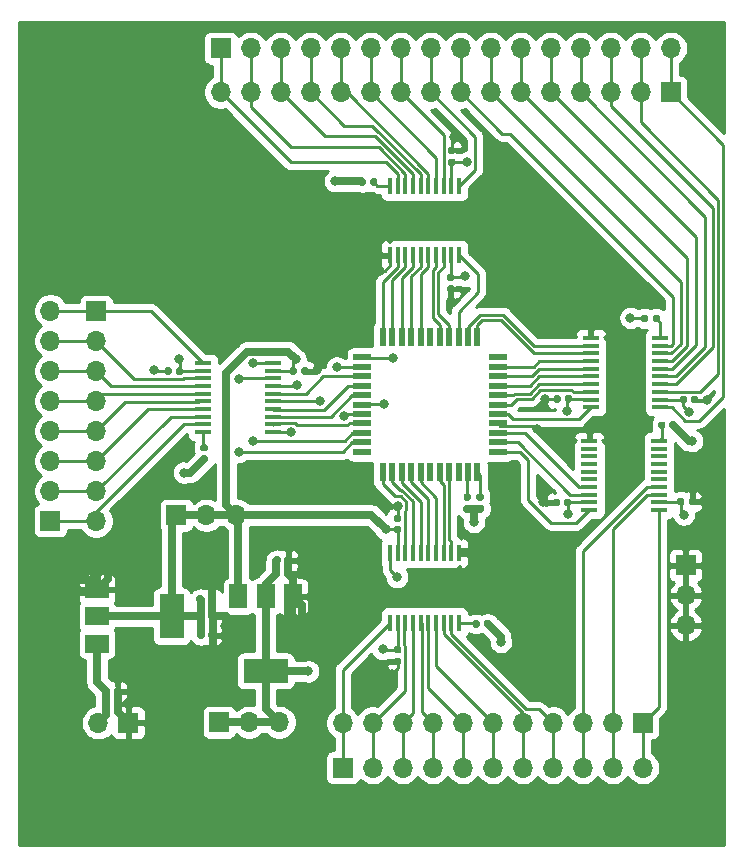
<source format=gbr>
%TF.GenerationSoftware,KiCad,Pcbnew,(5.1.6)-1*%
%TF.CreationDate,2020-09-22T22:19:12+03:00*%
%TF.ProjectId,Z80_devboard,5a38305f-6465-4766-926f-6172642e6b69,rev?*%
%TF.SameCoordinates,Original*%
%TF.FileFunction,Copper,L1,Top*%
%TF.FilePolarity,Positive*%
%FSLAX46Y46*%
G04 Gerber Fmt 4.6, Leading zero omitted, Abs format (unit mm)*
G04 Created by KiCad (PCBNEW (5.1.6)-1) date 2020-09-22 22:19:12*
%MOMM*%
%LPD*%
G01*
G04 APERTURE LIST*
%TA.AperFunction,ComponentPad*%
%ADD10O,1.700000X1.700000*%
%TD*%
%TA.AperFunction,ComponentPad*%
%ADD11R,1.700000X1.700000*%
%TD*%
%TA.AperFunction,SMDPad,CuDef*%
%ADD12R,1.500000X2.000000*%
%TD*%
%TA.AperFunction,SMDPad,CuDef*%
%ADD13R,3.800000X2.000000*%
%TD*%
%TA.AperFunction,SMDPad,CuDef*%
%ADD14R,2.000000X1.500000*%
%TD*%
%TA.AperFunction,SMDPad,CuDef*%
%ADD15R,2.000000X3.800000*%
%TD*%
%TA.AperFunction,SMDPad,CuDef*%
%ADD16R,1.475000X0.450000*%
%TD*%
%TA.AperFunction,SMDPad,CuDef*%
%ADD17R,0.450000X1.475000*%
%TD*%
%TA.AperFunction,SMDPad,CuDef*%
%ADD18R,0.600000X1.500000*%
%TD*%
%TA.AperFunction,SMDPad,CuDef*%
%ADD19R,1.500000X0.600000*%
%TD*%
%TA.AperFunction,ViaPad*%
%ADD20C,0.800000*%
%TD*%
%TA.AperFunction,Conductor*%
%ADD21C,0.250000*%
%TD*%
%TA.AperFunction,Conductor*%
%ADD22C,0.700000*%
%TD*%
%TA.AperFunction,Conductor*%
%ADD23C,0.254000*%
%TD*%
G04 APERTURE END LIST*
D10*
%TO.P,J10,11*%
%TO.N,/~RESET*%
X128460500Y-115811300D03*
%TO.P,J10,10*%
%TO.N,/~M1*%
X125920500Y-115811300D03*
%TO.P,J10,9*%
%TO.N,/~RFSH*%
X123380500Y-115811300D03*
%TO.P,J10,8*%
%TO.N,/~WR*%
X120840500Y-115811300D03*
%TO.P,J10,7*%
%TO.N,/~RD*%
X118300500Y-115811300D03*
%TO.P,J10,6*%
%TO.N,/~IORQ*%
X115760500Y-115811300D03*
%TO.P,J10,5*%
%TO.N,/~MREQ*%
X113220500Y-115811300D03*
%TO.P,J10,4*%
%TO.N,/~HALT*%
X110680500Y-115811300D03*
%TO.P,J10,3*%
%TO.N,/~NMI*%
X108140500Y-115811300D03*
%TO.P,J10,2*%
%TO.N,/~INT*%
X105600500Y-115811300D03*
D11*
%TO.P,J10,1*%
%TO.N,/CLK*%
X103060500Y-115811300D03*
%TD*%
D10*
%TO.P,J9,16*%
%TO.N,/A0*%
X130822700Y-54889400D03*
%TO.P,J9,15*%
%TO.N,/A1*%
X128282700Y-54889400D03*
%TO.P,J9,14*%
%TO.N,/A2*%
X125742700Y-54889400D03*
%TO.P,J9,13*%
%TO.N,/A3*%
X123202700Y-54889400D03*
%TO.P,J9,12*%
%TO.N,/A4*%
X120662700Y-54889400D03*
%TO.P,J9,11*%
%TO.N,/A5*%
X118122700Y-54889400D03*
%TO.P,J9,10*%
%TO.N,/A6*%
X115582700Y-54889400D03*
%TO.P,J9,9*%
%TO.N,/A7*%
X113042700Y-54889400D03*
%TO.P,J9,8*%
%TO.N,/A8*%
X110502700Y-54889400D03*
%TO.P,J9,7*%
%TO.N,/A9*%
X107962700Y-54889400D03*
%TO.P,J9,6*%
%TO.N,/A10*%
X105422700Y-54889400D03*
%TO.P,J9,5*%
%TO.N,/A11*%
X102882700Y-54889400D03*
%TO.P,J9,4*%
%TO.N,/A12*%
X100342700Y-54889400D03*
%TO.P,J9,3*%
%TO.N,/A13*%
X97802700Y-54889400D03*
%TO.P,J9,2*%
%TO.N,/A14*%
X95262700Y-54889400D03*
D11*
%TO.P,J9,1*%
%TO.N,/A15*%
X92722700Y-54889400D03*
%TD*%
D10*
%TO.P,J8,8*%
%TO.N,/D0*%
X78308200Y-77127100D03*
%TO.P,J8,7*%
%TO.N,/D1*%
X78308200Y-79667100D03*
%TO.P,J8,6*%
%TO.N,/D2*%
X78308200Y-82207100D03*
%TO.P,J8,5*%
%TO.N,/D3*%
X78308200Y-84747100D03*
%TO.P,J8,4*%
%TO.N,/D4*%
X78308200Y-87287100D03*
%TO.P,J8,3*%
%TO.N,/D5*%
X78308200Y-89827100D03*
%TO.P,J8,2*%
%TO.N,/D6*%
X78308200Y-92367100D03*
D11*
%TO.P,J8,1*%
%TO.N,/D7*%
X78308200Y-94907100D03*
%TD*%
%TO.P,R7,2*%
%TO.N,+3V3*%
%TA.AperFunction,SMDPad,CuDef*%
G36*
G01*
X128915800Y-77602300D02*
X128915800Y-77947300D01*
G75*
G02*
X128768300Y-78094800I-147500J0D01*
G01*
X128473300Y-78094800D01*
G75*
G02*
X128325800Y-77947300I0J147500D01*
G01*
X128325800Y-77602300D01*
G75*
G02*
X128473300Y-77454800I147500J0D01*
G01*
X128768300Y-77454800D01*
G75*
G02*
X128915800Y-77602300I0J-147500D01*
G01*
G37*
%TD.AperFunction*%
%TO.P,R7,1*%
%TO.N,Net-(IC3-Pad10)*%
%TA.AperFunction,SMDPad,CuDef*%
G36*
G01*
X129885800Y-77602300D02*
X129885800Y-77947300D01*
G75*
G02*
X129738300Y-78094800I-147500J0D01*
G01*
X129443300Y-78094800D01*
G75*
G02*
X129295800Y-77947300I0J147500D01*
G01*
X129295800Y-77602300D01*
G75*
G02*
X129443300Y-77454800I147500J0D01*
G01*
X129738300Y-77454800D01*
G75*
G02*
X129885800Y-77602300I0J-147500D01*
G01*
G37*
%TD.AperFunction*%
%TD*%
%TO.P,R6,2*%
%TO.N,+3V3*%
%TA.AperFunction,SMDPad,CuDef*%
G36*
G01*
X130746000Y-86989700D02*
X130746000Y-86644700D01*
G75*
G02*
X130893500Y-86497200I147500J0D01*
G01*
X131188500Y-86497200D01*
G75*
G02*
X131336000Y-86644700I0J-147500D01*
G01*
X131336000Y-86989700D01*
G75*
G02*
X131188500Y-87137200I-147500J0D01*
G01*
X130893500Y-87137200D01*
G75*
G02*
X130746000Y-86989700I0J147500D01*
G01*
G37*
%TD.AperFunction*%
%TO.P,R6,1*%
%TO.N,Net-(IC6-Pad10)*%
%TA.AperFunction,SMDPad,CuDef*%
G36*
G01*
X129776000Y-86989700D02*
X129776000Y-86644700D01*
G75*
G02*
X129923500Y-86497200I147500J0D01*
G01*
X130218500Y-86497200D01*
G75*
G02*
X130366000Y-86644700I0J-147500D01*
G01*
X130366000Y-86989700D01*
G75*
G02*
X130218500Y-87137200I-147500J0D01*
G01*
X129923500Y-87137200D01*
G75*
G02*
X129776000Y-86989700I0J147500D01*
G01*
G37*
%TD.AperFunction*%
%TD*%
%TO.P,R5,2*%
%TO.N,+3V3*%
%TA.AperFunction,SMDPad,CuDef*%
G36*
G01*
X105006500Y-66058000D02*
X105006500Y-66403000D01*
G75*
G02*
X104859000Y-66550500I-147500J0D01*
G01*
X104564000Y-66550500D01*
G75*
G02*
X104416500Y-66403000I0J147500D01*
G01*
X104416500Y-66058000D01*
G75*
G02*
X104564000Y-65910500I147500J0D01*
G01*
X104859000Y-65910500D01*
G75*
G02*
X105006500Y-66058000I0J-147500D01*
G01*
G37*
%TD.AperFunction*%
%TO.P,R5,1*%
%TO.N,Net-(IC4-Pad10)*%
%TA.AperFunction,SMDPad,CuDef*%
G36*
G01*
X105976500Y-66058000D02*
X105976500Y-66403000D01*
G75*
G02*
X105829000Y-66550500I-147500J0D01*
G01*
X105534000Y-66550500D01*
G75*
G02*
X105386500Y-66403000I0J147500D01*
G01*
X105386500Y-66058000D01*
G75*
G02*
X105534000Y-65910500I147500J0D01*
G01*
X105829000Y-65910500D01*
G75*
G02*
X105976500Y-66058000I0J-147500D01*
G01*
G37*
%TD.AperFunction*%
%TD*%
%TO.P,R4,2*%
%TO.N,+3V3*%
%TA.AperFunction,SMDPad,CuDef*%
G36*
G01*
X115021000Y-103804500D02*
X115021000Y-103459500D01*
G75*
G02*
X115168500Y-103312000I147500J0D01*
G01*
X115463500Y-103312000D01*
G75*
G02*
X115611000Y-103459500I0J-147500D01*
G01*
X115611000Y-103804500D01*
G75*
G02*
X115463500Y-103952000I-147500J0D01*
G01*
X115168500Y-103952000D01*
G75*
G02*
X115021000Y-103804500I0J147500D01*
G01*
G37*
%TD.AperFunction*%
%TO.P,R4,1*%
%TO.N,Net-(IC5-Pad10)*%
%TA.AperFunction,SMDPad,CuDef*%
G36*
G01*
X114051000Y-103804500D02*
X114051000Y-103459500D01*
G75*
G02*
X114198500Y-103312000I147500J0D01*
G01*
X114493500Y-103312000D01*
G75*
G02*
X114641000Y-103459500I0J-147500D01*
G01*
X114641000Y-103804500D01*
G75*
G02*
X114493500Y-103952000I-147500J0D01*
G01*
X114198500Y-103952000D01*
G75*
G02*
X114051000Y-103804500I0J147500D01*
G01*
G37*
%TD.AperFunction*%
%TD*%
D10*
%TO.P,J7,3*%
%TO.N,GND*%
X132080000Y-103759000D03*
%TO.P,J7,2*%
X132080000Y-101219000D03*
D11*
%TO.P,J7,1*%
X132080000Y-98679000D03*
%TD*%
D10*
%TO.P,J6,3*%
%TO.N,+3V3*%
X97663000Y-111950500D03*
%TO.P,J6,2*%
X95123000Y-111950500D03*
D11*
%TO.P,J6,1*%
X92583000Y-111950500D03*
%TD*%
D10*
%TO.P,J5,3*%
%TO.N,+5V*%
X94043500Y-94424500D03*
%TO.P,J5,2*%
X91503500Y-94424500D03*
D11*
%TO.P,J5,1*%
X88963500Y-94424500D03*
%TD*%
D12*
%TO.P,U2,1*%
%TO.N,GND*%
X98820000Y-101307500D03*
%TO.P,U2,3*%
%TO.N,+5V*%
X94220000Y-101307500D03*
%TO.P,U2,2*%
%TO.N,+3V3*%
X96520000Y-101307500D03*
D13*
X96520000Y-107607500D03*
%TD*%
D14*
%TO.P,U1,1*%
%TO.N,GND*%
X82257500Y-100697000D03*
%TO.P,U1,3*%
%TO.N,/+VIN*%
X82257500Y-105297000D03*
%TO.P,U1,2*%
%TO.N,+5V*%
X82257500Y-102997000D03*
D15*
X88557500Y-102997000D03*
%TD*%
D10*
%TO.P,J4,2*%
%TO.N,/+VIN*%
X82359500Y-112014000D03*
D11*
%TO.P,J4,1*%
%TO.N,GND*%
X84899500Y-112014000D03*
%TD*%
%TO.P,C16,2*%
%TO.N,GND*%
%TA.AperFunction,SMDPad,CuDef*%
G36*
G01*
X98147500Y-98407000D02*
X98147500Y-98062000D01*
G75*
G02*
X98295000Y-97914500I147500J0D01*
G01*
X98590000Y-97914500D01*
G75*
G02*
X98737500Y-98062000I0J-147500D01*
G01*
X98737500Y-98407000D01*
G75*
G02*
X98590000Y-98554500I-147500J0D01*
G01*
X98295000Y-98554500D01*
G75*
G02*
X98147500Y-98407000I0J147500D01*
G01*
G37*
%TD.AperFunction*%
%TO.P,C16,1*%
%TO.N,+3V3*%
%TA.AperFunction,SMDPad,CuDef*%
G36*
G01*
X97177500Y-98407000D02*
X97177500Y-98062000D01*
G75*
G02*
X97325000Y-97914500I147500J0D01*
G01*
X97620000Y-97914500D01*
G75*
G02*
X97767500Y-98062000I0J-147500D01*
G01*
X97767500Y-98407000D01*
G75*
G02*
X97620000Y-98554500I-147500J0D01*
G01*
X97325000Y-98554500D01*
G75*
G02*
X97177500Y-98407000I0J147500D01*
G01*
G37*
%TD.AperFunction*%
%TD*%
%TO.P,C15,2*%
%TO.N,GND*%
%TA.AperFunction,SMDPad,CuDef*%
G36*
G01*
X98084000Y-99550000D02*
X98084000Y-99205000D01*
G75*
G02*
X98231500Y-99057500I147500J0D01*
G01*
X98526500Y-99057500D01*
G75*
G02*
X98674000Y-99205000I0J-147500D01*
G01*
X98674000Y-99550000D01*
G75*
G02*
X98526500Y-99697500I-147500J0D01*
G01*
X98231500Y-99697500D01*
G75*
G02*
X98084000Y-99550000I0J147500D01*
G01*
G37*
%TD.AperFunction*%
%TO.P,C15,1*%
%TO.N,+3V3*%
%TA.AperFunction,SMDPad,CuDef*%
G36*
G01*
X97114000Y-99550000D02*
X97114000Y-99205000D01*
G75*
G02*
X97261500Y-99057500I147500J0D01*
G01*
X97556500Y-99057500D01*
G75*
G02*
X97704000Y-99205000I0J-147500D01*
G01*
X97704000Y-99550000D01*
G75*
G02*
X97556500Y-99697500I-147500J0D01*
G01*
X97261500Y-99697500D01*
G75*
G02*
X97114000Y-99550000I0J147500D01*
G01*
G37*
%TD.AperFunction*%
%TD*%
%TO.P,C14,2*%
%TO.N,GND*%
%TA.AperFunction,SMDPad,CuDef*%
G36*
G01*
X91716500Y-104757000D02*
X91716500Y-104412000D01*
G75*
G02*
X91864000Y-104264500I147500J0D01*
G01*
X92159000Y-104264500D01*
G75*
G02*
X92306500Y-104412000I0J-147500D01*
G01*
X92306500Y-104757000D01*
G75*
G02*
X92159000Y-104904500I-147500J0D01*
G01*
X91864000Y-104904500D01*
G75*
G02*
X91716500Y-104757000I0J147500D01*
G01*
G37*
%TD.AperFunction*%
%TO.P,C14,1*%
%TO.N,+5V*%
%TA.AperFunction,SMDPad,CuDef*%
G36*
G01*
X90746500Y-104757000D02*
X90746500Y-104412000D01*
G75*
G02*
X90894000Y-104264500I147500J0D01*
G01*
X91189000Y-104264500D01*
G75*
G02*
X91336500Y-104412000I0J-147500D01*
G01*
X91336500Y-104757000D01*
G75*
G02*
X91189000Y-104904500I-147500J0D01*
G01*
X90894000Y-104904500D01*
G75*
G02*
X90746500Y-104757000I0J147500D01*
G01*
G37*
%TD.AperFunction*%
%TD*%
%TO.P,C13,2*%
%TO.N,GND*%
%TA.AperFunction,SMDPad,CuDef*%
G36*
G01*
X91734000Y-103169500D02*
X91734000Y-102824500D01*
G75*
G02*
X91881500Y-102677000I147500J0D01*
G01*
X92176500Y-102677000D01*
G75*
G02*
X92324000Y-102824500I0J-147500D01*
G01*
X92324000Y-103169500D01*
G75*
G02*
X92176500Y-103317000I-147500J0D01*
G01*
X91881500Y-103317000D01*
G75*
G02*
X91734000Y-103169500I0J147500D01*
G01*
G37*
%TD.AperFunction*%
%TO.P,C13,1*%
%TO.N,+5V*%
%TA.AperFunction,SMDPad,CuDef*%
G36*
G01*
X90764000Y-103169500D02*
X90764000Y-102824500D01*
G75*
G02*
X90911500Y-102677000I147500J0D01*
G01*
X91206500Y-102677000D01*
G75*
G02*
X91354000Y-102824500I0J-147500D01*
G01*
X91354000Y-103169500D01*
G75*
G02*
X91206500Y-103317000I-147500J0D01*
G01*
X90911500Y-103317000D01*
G75*
G02*
X90764000Y-103169500I0J147500D01*
G01*
G37*
%TD.AperFunction*%
%TD*%
%TO.P,C12,2*%
%TO.N,GND*%
%TA.AperFunction,SMDPad,CuDef*%
G36*
G01*
X91670500Y-101709000D02*
X91670500Y-101364000D01*
G75*
G02*
X91818000Y-101216500I147500J0D01*
G01*
X92113000Y-101216500D01*
G75*
G02*
X92260500Y-101364000I0J-147500D01*
G01*
X92260500Y-101709000D01*
G75*
G02*
X92113000Y-101856500I-147500J0D01*
G01*
X91818000Y-101856500D01*
G75*
G02*
X91670500Y-101709000I0J147500D01*
G01*
G37*
%TD.AperFunction*%
%TO.P,C12,1*%
%TO.N,+5V*%
%TA.AperFunction,SMDPad,CuDef*%
G36*
G01*
X90700500Y-101709000D02*
X90700500Y-101364000D01*
G75*
G02*
X90848000Y-101216500I147500J0D01*
G01*
X91143000Y-101216500D01*
G75*
G02*
X91290500Y-101364000I0J-147500D01*
G01*
X91290500Y-101709000D01*
G75*
G02*
X91143000Y-101856500I-147500J0D01*
G01*
X90848000Y-101856500D01*
G75*
G02*
X90700500Y-101709000I0J147500D01*
G01*
G37*
%TD.AperFunction*%
%TD*%
%TO.P,C11,2*%
%TO.N,GND*%
%TA.AperFunction,SMDPad,CuDef*%
G36*
G01*
X83692500Y-109519500D02*
X83692500Y-109174500D01*
G75*
G02*
X83840000Y-109027000I147500J0D01*
G01*
X84135000Y-109027000D01*
G75*
G02*
X84282500Y-109174500I0J-147500D01*
G01*
X84282500Y-109519500D01*
G75*
G02*
X84135000Y-109667000I-147500J0D01*
G01*
X83840000Y-109667000D01*
G75*
G02*
X83692500Y-109519500I0J147500D01*
G01*
G37*
%TD.AperFunction*%
%TO.P,C11,1*%
%TO.N,/+VIN*%
%TA.AperFunction,SMDPad,CuDef*%
G36*
G01*
X82722500Y-109519500D02*
X82722500Y-109174500D01*
G75*
G02*
X82870000Y-109027000I147500J0D01*
G01*
X83165000Y-109027000D01*
G75*
G02*
X83312500Y-109174500I0J-147500D01*
G01*
X83312500Y-109519500D01*
G75*
G02*
X83165000Y-109667000I-147500J0D01*
G01*
X82870000Y-109667000D01*
G75*
G02*
X82722500Y-109519500I0J147500D01*
G01*
G37*
%TD.AperFunction*%
%TD*%
D10*
%TO.P,J3,11*%
%TO.N,/CLK*%
X103060500Y-112014000D03*
%TO.P,J3,10*%
%TO.N,/~INT*%
X105600500Y-112014000D03*
%TO.P,J3,9*%
%TO.N,/~NMI*%
X108140500Y-112014000D03*
%TO.P,J3,8*%
%TO.N,/~HALT*%
X110680500Y-112014000D03*
%TO.P,J3,7*%
%TO.N,/~MREQ*%
X113220500Y-112014000D03*
%TO.P,J3,6*%
%TO.N,/~IORQ*%
X115760500Y-112014000D03*
%TO.P,J3,5*%
%TO.N,/~RD*%
X118300500Y-112014000D03*
%TO.P,J3,4*%
%TO.N,/~WR*%
X120840500Y-112014000D03*
%TO.P,J3,3*%
%TO.N,/~RFSH*%
X123380500Y-112014000D03*
%TO.P,J3,2*%
%TO.N,/~M1*%
X125920500Y-112014000D03*
D11*
%TO.P,J3,1*%
%TO.N,/~RESET*%
X128460500Y-112014000D03*
%TD*%
D10*
%TO.P,J2,16*%
%TO.N,/A15*%
X92710000Y-58610500D03*
%TO.P,J2,15*%
%TO.N,/A14*%
X95250000Y-58610500D03*
%TO.P,J2,14*%
%TO.N,/A13*%
X97790000Y-58610500D03*
%TO.P,J2,13*%
%TO.N,/A12*%
X100330000Y-58610500D03*
%TO.P,J2,12*%
%TO.N,/A11*%
X102870000Y-58610500D03*
%TO.P,J2,11*%
%TO.N,/A10*%
X105410000Y-58610500D03*
%TO.P,J2,10*%
%TO.N,/A9*%
X107950000Y-58610500D03*
%TO.P,J2,9*%
%TO.N,/A8*%
X110490000Y-58610500D03*
%TO.P,J2,8*%
%TO.N,/A7*%
X113030000Y-58610500D03*
%TO.P,J2,7*%
%TO.N,/A6*%
X115570000Y-58610500D03*
%TO.P,J2,6*%
%TO.N,/A5*%
X118110000Y-58610500D03*
%TO.P,J2,5*%
%TO.N,/A4*%
X120650000Y-58610500D03*
%TO.P,J2,4*%
%TO.N,/A3*%
X123190000Y-58610500D03*
%TO.P,J2,3*%
%TO.N,/A2*%
X125730000Y-58610500D03*
%TO.P,J2,2*%
%TO.N,/A1*%
X128270000Y-58610500D03*
D11*
%TO.P,J2,1*%
%TO.N,/A0*%
X130810000Y-58610500D03*
%TD*%
D10*
%TO.P,J1,8*%
%TO.N,/D7*%
X82169000Y-94932500D03*
%TO.P,J1,7*%
%TO.N,/D6*%
X82169000Y-92392500D03*
%TO.P,J1,6*%
%TO.N,/D5*%
X82169000Y-89852500D03*
%TO.P,J1,5*%
%TO.N,/D4*%
X82169000Y-87312500D03*
%TO.P,J1,4*%
%TO.N,/D3*%
X82169000Y-84772500D03*
%TO.P,J1,3*%
%TO.N,/D2*%
X82169000Y-82232500D03*
%TO.P,J1,2*%
%TO.N,/D1*%
X82169000Y-79692500D03*
D11*
%TO.P,J1,1*%
%TO.N,/D0*%
X82169000Y-77152500D03*
%TD*%
%TO.P,R3,2*%
%TO.N,+3V3*%
%TA.AperFunction,SMDPad,CuDef*%
G36*
G01*
X91140500Y-89384500D02*
X91485500Y-89384500D01*
G75*
G02*
X91633000Y-89532000I0J-147500D01*
G01*
X91633000Y-89827000D01*
G75*
G02*
X91485500Y-89974500I-147500J0D01*
G01*
X91140500Y-89974500D01*
G75*
G02*
X90993000Y-89827000I0J147500D01*
G01*
X90993000Y-89532000D01*
G75*
G02*
X91140500Y-89384500I147500J0D01*
G01*
G37*
%TD.AperFunction*%
%TO.P,R3,1*%
%TO.N,Net-(IC2-Pad10)*%
%TA.AperFunction,SMDPad,CuDef*%
G36*
G01*
X91140500Y-88414500D02*
X91485500Y-88414500D01*
G75*
G02*
X91633000Y-88562000I0J-147500D01*
G01*
X91633000Y-88857000D01*
G75*
G02*
X91485500Y-89004500I-147500J0D01*
G01*
X91140500Y-89004500D01*
G75*
G02*
X90993000Y-88857000I0J147500D01*
G01*
X90993000Y-88562000D01*
G75*
G02*
X91140500Y-88414500I147500J0D01*
G01*
G37*
%TD.AperFunction*%
%TD*%
%TO.P,R2,2*%
%TO.N,Net-(IC1-Pad21)*%
%TA.AperFunction,SMDPad,CuDef*%
G36*
G01*
X113774000Y-93195500D02*
X113429000Y-93195500D01*
G75*
G02*
X113281500Y-93048000I0J147500D01*
G01*
X113281500Y-92753000D01*
G75*
G02*
X113429000Y-92605500I147500J0D01*
G01*
X113774000Y-92605500D01*
G75*
G02*
X113921500Y-92753000I0J-147500D01*
G01*
X113921500Y-93048000D01*
G75*
G02*
X113774000Y-93195500I-147500J0D01*
G01*
G37*
%TD.AperFunction*%
%TO.P,R2,1*%
%TO.N,+5V*%
%TA.AperFunction,SMDPad,CuDef*%
G36*
G01*
X113774000Y-94165500D02*
X113429000Y-94165500D01*
G75*
G02*
X113281500Y-94018000I0J147500D01*
G01*
X113281500Y-93723000D01*
G75*
G02*
X113429000Y-93575500I147500J0D01*
G01*
X113774000Y-93575500D01*
G75*
G02*
X113921500Y-93723000I0J-147500D01*
G01*
X113921500Y-94018000D01*
G75*
G02*
X113774000Y-94165500I-147500J0D01*
G01*
G37*
%TD.AperFunction*%
%TD*%
%TO.P,R1,2*%
%TO.N,Net-(IC1-Pad22)*%
%TA.AperFunction,SMDPad,CuDef*%
G36*
G01*
X114853500Y-93195500D02*
X114508500Y-93195500D01*
G75*
G02*
X114361000Y-93048000I0J147500D01*
G01*
X114361000Y-92753000D01*
G75*
G02*
X114508500Y-92605500I147500J0D01*
G01*
X114853500Y-92605500D01*
G75*
G02*
X115001000Y-92753000I0J-147500D01*
G01*
X115001000Y-93048000D01*
G75*
G02*
X114853500Y-93195500I-147500J0D01*
G01*
G37*
%TD.AperFunction*%
%TO.P,R1,1*%
%TO.N,+5V*%
%TA.AperFunction,SMDPad,CuDef*%
G36*
G01*
X114853500Y-94165500D02*
X114508500Y-94165500D01*
G75*
G02*
X114361000Y-94018000I0J147500D01*
G01*
X114361000Y-93723000D01*
G75*
G02*
X114508500Y-93575500I147500J0D01*
G01*
X114853500Y-93575500D01*
G75*
G02*
X115001000Y-93723000I0J-147500D01*
G01*
X115001000Y-94018000D01*
G75*
G02*
X114853500Y-94165500I-147500J0D01*
G01*
G37*
%TD.AperFunction*%
%TD*%
D16*
%TO.P,IC6,20*%
%TO.N,/~+5V_RESET*%
X123935000Y-93984000D03*
%TO.P,IC6,19*%
%TO.N,+5V*%
X123935000Y-93334000D03*
%TO.P,IC6,18*%
%TO.N,/~+5V_M1*%
X123935000Y-92684000D03*
%TO.P,IC6,17*%
%TO.N,/~+5V_RFSH*%
X123935000Y-92034000D03*
%TO.P,IC6,16*%
%TO.N,N/C*%
X123935000Y-91384000D03*
%TO.P,IC6,15*%
X123935000Y-90734000D03*
%TO.P,IC6,14*%
X123935000Y-90084000D03*
%TO.P,IC6,13*%
X123935000Y-89434000D03*
%TO.P,IC6,12*%
X123935000Y-88784000D03*
%TO.P,IC6,11*%
%TO.N,GND*%
X123935000Y-88134000D03*
%TO.P,IC6,10*%
%TO.N,Net-(IC6-Pad10)*%
X129811000Y-88134000D03*
%TO.P,IC6,9*%
%TO.N,N/C*%
X129811000Y-88784000D03*
%TO.P,IC6,8*%
X129811000Y-89434000D03*
%TO.P,IC6,7*%
X129811000Y-90084000D03*
%TO.P,IC6,6*%
X129811000Y-90734000D03*
%TO.P,IC6,5*%
X129811000Y-91384000D03*
%TO.P,IC6,4*%
%TO.N,/~RFSH*%
X129811000Y-92034000D03*
%TO.P,IC6,3*%
%TO.N,/~M1*%
X129811000Y-92684000D03*
%TO.P,IC6,2*%
%TO.N,+3V3*%
X129811000Y-93334000D03*
%TO.P,IC6,1*%
%TO.N,/~RESET*%
X129811000Y-93984000D03*
%TD*%
D17*
%TO.P,IC5,20*%
%TO.N,/+5V_CLK*%
X107057000Y-97646000D03*
%TO.P,IC5,19*%
%TO.N,+5V*%
X107707000Y-97646000D03*
%TO.P,IC5,18*%
%TO.N,/~+5V_INT*%
X108357000Y-97646000D03*
%TO.P,IC5,17*%
%TO.N,/~+5V_NMI*%
X109007000Y-97646000D03*
%TO.P,IC5,16*%
%TO.N,/~+5V_HALT*%
X109657000Y-97646000D03*
%TO.P,IC5,15*%
%TO.N,/~+5V_MREQ*%
X110307000Y-97646000D03*
%TO.P,IC5,14*%
%TO.N,/~+5V_IORQ*%
X110957000Y-97646000D03*
%TO.P,IC5,13*%
%TO.N,/~+5V_RD*%
X111607000Y-97646000D03*
%TO.P,IC5,12*%
%TO.N,/~+5V_WR*%
X112257000Y-97646000D03*
%TO.P,IC5,11*%
%TO.N,GND*%
X112907000Y-97646000D03*
%TO.P,IC5,10*%
%TO.N,Net-(IC5-Pad10)*%
X112907000Y-103522000D03*
%TO.P,IC5,9*%
%TO.N,/~WR*%
X112257000Y-103522000D03*
%TO.P,IC5,8*%
%TO.N,/~RD*%
X111607000Y-103522000D03*
%TO.P,IC5,7*%
%TO.N,/~IORQ*%
X110957000Y-103522000D03*
%TO.P,IC5,6*%
%TO.N,/~MREQ*%
X110307000Y-103522000D03*
%TO.P,IC5,5*%
%TO.N,/~HALT*%
X109657000Y-103522000D03*
%TO.P,IC5,4*%
%TO.N,/~NMI*%
X109007000Y-103522000D03*
%TO.P,IC5,3*%
%TO.N,/~INT*%
X108357000Y-103522000D03*
%TO.P,IC5,2*%
%TO.N,+3V3*%
X107707000Y-103522000D03*
%TO.P,IC5,1*%
%TO.N,/CLK*%
X107057000Y-103522000D03*
%TD*%
%TO.P,IC4,20*%
%TO.N,/+5V_A8*%
X112907000Y-72407000D03*
%TO.P,IC4,19*%
%TO.N,+5V*%
X112257000Y-72407000D03*
%TO.P,IC4,18*%
%TO.N,/+5V_A9*%
X111607000Y-72407000D03*
%TO.P,IC4,17*%
%TO.N,/+5V_A10*%
X110957000Y-72407000D03*
%TO.P,IC4,16*%
%TO.N,/+5V_A11*%
X110307000Y-72407000D03*
%TO.P,IC4,15*%
%TO.N,/+5V_A12*%
X109657000Y-72407000D03*
%TO.P,IC4,14*%
%TO.N,/+5V_A13*%
X109007000Y-72407000D03*
%TO.P,IC4,13*%
%TO.N,/+5V_A14*%
X108357000Y-72407000D03*
%TO.P,IC4,12*%
%TO.N,/+5V_A15*%
X107707000Y-72407000D03*
%TO.P,IC4,11*%
%TO.N,GND*%
X107057000Y-72407000D03*
%TO.P,IC4,10*%
%TO.N,Net-(IC4-Pad10)*%
X107057000Y-66531000D03*
%TO.P,IC4,9*%
%TO.N,/A15*%
X107707000Y-66531000D03*
%TO.P,IC4,8*%
%TO.N,/A14*%
X108357000Y-66531000D03*
%TO.P,IC4,7*%
%TO.N,/A13*%
X109007000Y-66531000D03*
%TO.P,IC4,6*%
%TO.N,/A12*%
X109657000Y-66531000D03*
%TO.P,IC4,5*%
%TO.N,/A11*%
X110307000Y-66531000D03*
%TO.P,IC4,4*%
%TO.N,/A10*%
X110957000Y-66531000D03*
%TO.P,IC4,3*%
%TO.N,/A9*%
X111607000Y-66531000D03*
%TO.P,IC4,2*%
%TO.N,+3V3*%
X112257000Y-66531000D03*
%TO.P,IC4,1*%
%TO.N,/A8*%
X112907000Y-66531000D03*
%TD*%
D16*
%TO.P,IC3,20*%
%TO.N,/+5V_A0*%
X124062000Y-85284500D03*
%TO.P,IC3,19*%
%TO.N,+5V*%
X124062000Y-84634500D03*
%TO.P,IC3,18*%
%TO.N,/+5V_A1*%
X124062000Y-83984500D03*
%TO.P,IC3,17*%
%TO.N,/+5V_A2*%
X124062000Y-83334500D03*
%TO.P,IC3,16*%
%TO.N,/+5V_A3*%
X124062000Y-82684500D03*
%TO.P,IC3,15*%
%TO.N,/+5V_A4*%
X124062000Y-82034500D03*
%TO.P,IC3,14*%
%TO.N,/+5V_A5*%
X124062000Y-81384500D03*
%TO.P,IC3,13*%
%TO.N,/+5V_A6*%
X124062000Y-80734500D03*
%TO.P,IC3,12*%
%TO.N,/+5V_A7*%
X124062000Y-80084500D03*
%TO.P,IC3,11*%
%TO.N,GND*%
X124062000Y-79434500D03*
%TO.P,IC3,10*%
%TO.N,Net-(IC3-Pad10)*%
X129938000Y-79434500D03*
%TO.P,IC3,9*%
%TO.N,/A7*%
X129938000Y-80084500D03*
%TO.P,IC3,8*%
%TO.N,/A6*%
X129938000Y-80734500D03*
%TO.P,IC3,7*%
%TO.N,/A5*%
X129938000Y-81384500D03*
%TO.P,IC3,6*%
%TO.N,/A4*%
X129938000Y-82034500D03*
%TO.P,IC3,5*%
%TO.N,/A3*%
X129938000Y-82684500D03*
%TO.P,IC3,4*%
%TO.N,/A2*%
X129938000Y-83334500D03*
%TO.P,IC3,3*%
%TO.N,/A1*%
X129938000Y-83984500D03*
%TO.P,IC3,2*%
%TO.N,+3V3*%
X129938000Y-84634500D03*
%TO.P,IC3,1*%
%TO.N,/A0*%
X129938000Y-85284500D03*
%TD*%
%TO.P,IC2,20*%
%TO.N,/+5V_D0*%
X97108500Y-81530000D03*
%TO.P,IC2,19*%
%TO.N,+5V*%
X97108500Y-82180000D03*
%TO.P,IC2,18*%
%TO.N,/+5V_D1*%
X97108500Y-82830000D03*
%TO.P,IC2,17*%
%TO.N,/+5V_D2*%
X97108500Y-83480000D03*
%TO.P,IC2,16*%
%TO.N,/+5V_D3*%
X97108500Y-84130000D03*
%TO.P,IC2,15*%
%TO.N,/+5V_D4*%
X97108500Y-84780000D03*
%TO.P,IC2,14*%
%TO.N,/+5V_D5*%
X97108500Y-85430000D03*
%TO.P,IC2,13*%
%TO.N,/+5V_D6*%
X97108500Y-86080000D03*
%TO.P,IC2,12*%
%TO.N,/+5V_D7*%
X97108500Y-86730000D03*
%TO.P,IC2,11*%
%TO.N,GND*%
X97108500Y-87380000D03*
%TO.P,IC2,10*%
%TO.N,Net-(IC2-Pad10)*%
X91232500Y-87380000D03*
%TO.P,IC2,9*%
%TO.N,/D7*%
X91232500Y-86730000D03*
%TO.P,IC2,8*%
%TO.N,/D6*%
X91232500Y-86080000D03*
%TO.P,IC2,7*%
%TO.N,/D5*%
X91232500Y-85430000D03*
%TO.P,IC2,6*%
%TO.N,/D4*%
X91232500Y-84780000D03*
%TO.P,IC2,5*%
%TO.N,/D3*%
X91232500Y-84130000D03*
%TO.P,IC2,4*%
%TO.N,/D2*%
X91232500Y-83480000D03*
%TO.P,IC2,3*%
%TO.N,/D1*%
X91232500Y-82830000D03*
%TO.P,IC2,2*%
%TO.N,+3V3*%
X91232500Y-82180000D03*
%TO.P,IC2,1*%
%TO.N,/D0*%
X91232500Y-81530000D03*
%TD*%
D18*
%TO.P,IC1,44*%
%TO.N,/+5V_A15*%
X106459000Y-79313000D03*
%TO.P,IC1,43*%
%TO.N,/+5V_A14*%
X107259000Y-79313000D03*
%TO.P,IC1,42*%
%TO.N,/+5V_A13*%
X108059000Y-79313000D03*
%TO.P,IC1,41*%
%TO.N,/+5V_A12*%
X108859000Y-79313000D03*
%TO.P,IC1,40*%
%TO.N,/+5V_A11*%
X109659000Y-79313000D03*
%TO.P,IC1,39*%
%TO.N,N/C*%
X110459000Y-79313000D03*
%TO.P,IC1,38*%
%TO.N,/+5V_A10*%
X111259000Y-79313000D03*
%TO.P,IC1,37*%
%TO.N,/+5V_A9*%
X112059000Y-79313000D03*
%TO.P,IC1,36*%
%TO.N,/+5V_A8*%
X112859000Y-79313000D03*
%TO.P,IC1,35*%
%TO.N,/+5V_A7*%
X113659000Y-79313000D03*
%TO.P,IC1,34*%
%TO.N,/+5V_A6*%
X114459000Y-79313000D03*
D19*
%TO.P,IC1,33*%
%TO.N,N/C*%
X116209000Y-81063000D03*
%TO.P,IC1,32*%
%TO.N,/+5V_A5*%
X116209000Y-81863000D03*
%TO.P,IC1,31*%
%TO.N,/+5V_A4*%
X116209000Y-82663000D03*
%TO.P,IC1,30*%
%TO.N,/+5V_A3*%
X116209000Y-83463000D03*
%TO.P,IC1,29*%
%TO.N,/+5V_A2*%
X116209000Y-84263000D03*
%TO.P,IC1,28*%
%TO.N,/+5V_A1*%
X116209000Y-85063000D03*
%TO.P,IC1,27*%
%TO.N,/+5V_A0*%
X116209000Y-85863000D03*
%TO.P,IC1,26*%
%TO.N,GND*%
X116209000Y-86663000D03*
%TO.P,IC1,25*%
%TO.N,/~+5V_RFSH*%
X116209000Y-87463000D03*
%TO.P,IC1,24*%
%TO.N,/~+5V_M1*%
X116209000Y-88263000D03*
%TO.P,IC1,23*%
%TO.N,/~+5V_RESET*%
X116209000Y-89063000D03*
D18*
%TO.P,IC1,22*%
%TO.N,Net-(IC1-Pad22)*%
X114459000Y-90813000D03*
%TO.P,IC1,21*%
%TO.N,Net-(IC1-Pad21)*%
X113659000Y-90813000D03*
%TO.P,IC1,20*%
%TO.N,N/C*%
X112859000Y-90813000D03*
%TO.P,IC1,19*%
%TO.N,/~+5V_WR*%
X112059000Y-90813000D03*
%TO.P,IC1,18*%
%TO.N,/~+5V_RD*%
X111259000Y-90813000D03*
%TO.P,IC1,17*%
%TO.N,N/C*%
X110459000Y-90813000D03*
%TO.P,IC1,16*%
%TO.N,/~+5V_IORQ*%
X109659000Y-90813000D03*
%TO.P,IC1,15*%
%TO.N,/~+5V_MREQ*%
X108859000Y-90813000D03*
%TO.P,IC1,14*%
%TO.N,/~+5V_HALT*%
X108059000Y-90813000D03*
%TO.P,IC1,13*%
%TO.N,/~+5V_NMI*%
X107259000Y-90813000D03*
%TO.P,IC1,12*%
%TO.N,/~+5V_INT*%
X106459000Y-90813000D03*
D19*
%TO.P,IC1,11*%
%TO.N,N/C*%
X104709000Y-89063000D03*
%TO.P,IC1,10*%
%TO.N,/+5V_D1*%
X104709000Y-88263000D03*
%TO.P,IC1,9*%
%TO.N,/+5V_D0*%
X104709000Y-87463000D03*
%TO.P,IC1,8*%
%TO.N,/+5V_D7*%
X104709000Y-86663000D03*
%TO.P,IC1,7*%
%TO.N,/+5V_D2*%
X104709000Y-85863000D03*
%TO.P,IC1,6*%
%TO.N,+5V*%
X104709000Y-85063000D03*
%TO.P,IC1,5*%
%TO.N,/+5V_D6*%
X104709000Y-84263000D03*
%TO.P,IC1,4*%
%TO.N,/+5V_D5*%
X104709000Y-83463000D03*
%TO.P,IC1,3*%
%TO.N,/+5V_D3*%
X104709000Y-82663000D03*
%TO.P,IC1,2*%
%TO.N,/+5V_D4*%
X104709000Y-81863000D03*
%TO.P,IC1,1*%
%TO.N,/+5V_CLK*%
X104709000Y-81063000D03*
%TD*%
%TO.P,C10,2*%
%TO.N,GND*%
%TA.AperFunction,SMDPad,CuDef*%
G36*
G01*
X132564500Y-84818000D02*
X132564500Y-84473000D01*
G75*
G02*
X132712000Y-84325500I147500J0D01*
G01*
X133007000Y-84325500D01*
G75*
G02*
X133154500Y-84473000I0J-147500D01*
G01*
X133154500Y-84818000D01*
G75*
G02*
X133007000Y-84965500I-147500J0D01*
G01*
X132712000Y-84965500D01*
G75*
G02*
X132564500Y-84818000I0J147500D01*
G01*
G37*
%TD.AperFunction*%
%TO.P,C10,1*%
%TO.N,+3V3*%
%TA.AperFunction,SMDPad,CuDef*%
G36*
G01*
X131594500Y-84818000D02*
X131594500Y-84473000D01*
G75*
G02*
X131742000Y-84325500I147500J0D01*
G01*
X132037000Y-84325500D01*
G75*
G02*
X132184500Y-84473000I0J-147500D01*
G01*
X132184500Y-84818000D01*
G75*
G02*
X132037000Y-84965500I-147500J0D01*
G01*
X131742000Y-84965500D01*
G75*
G02*
X131594500Y-84818000I0J147500D01*
G01*
G37*
%TD.AperFunction*%
%TD*%
%TO.P,C9,2*%
%TO.N,GND*%
%TA.AperFunction,SMDPad,CuDef*%
G36*
G01*
X107523500Y-106512000D02*
X107868500Y-106512000D01*
G75*
G02*
X108016000Y-106659500I0J-147500D01*
G01*
X108016000Y-106954500D01*
G75*
G02*
X107868500Y-107102000I-147500J0D01*
G01*
X107523500Y-107102000D01*
G75*
G02*
X107376000Y-106954500I0J147500D01*
G01*
X107376000Y-106659500D01*
G75*
G02*
X107523500Y-106512000I147500J0D01*
G01*
G37*
%TD.AperFunction*%
%TO.P,C9,1*%
%TO.N,+3V3*%
%TA.AperFunction,SMDPad,CuDef*%
G36*
G01*
X107523500Y-105542000D02*
X107868500Y-105542000D01*
G75*
G02*
X108016000Y-105689500I0J-147500D01*
G01*
X108016000Y-105984500D01*
G75*
G02*
X107868500Y-106132000I-147500J0D01*
G01*
X107523500Y-106132000D01*
G75*
G02*
X107376000Y-105984500I0J147500D01*
G01*
X107376000Y-105689500D01*
G75*
G02*
X107523500Y-105542000I147500J0D01*
G01*
G37*
%TD.AperFunction*%
%TD*%
%TO.P,C8,2*%
%TO.N,GND*%
%TA.AperFunction,SMDPad,CuDef*%
G36*
G01*
X132356500Y-93454000D02*
X132356500Y-93109000D01*
G75*
G02*
X132504000Y-92961500I147500J0D01*
G01*
X132799000Y-92961500D01*
G75*
G02*
X132946500Y-93109000I0J-147500D01*
G01*
X132946500Y-93454000D01*
G75*
G02*
X132799000Y-93601500I-147500J0D01*
G01*
X132504000Y-93601500D01*
G75*
G02*
X132356500Y-93454000I0J147500D01*
G01*
G37*
%TD.AperFunction*%
%TO.P,C8,1*%
%TO.N,+3V3*%
%TA.AperFunction,SMDPad,CuDef*%
G36*
G01*
X131386500Y-93454000D02*
X131386500Y-93109000D01*
G75*
G02*
X131534000Y-92961500I147500J0D01*
G01*
X131829000Y-92961500D01*
G75*
G02*
X131976500Y-93109000I0J-147500D01*
G01*
X131976500Y-93454000D01*
G75*
G02*
X131829000Y-93601500I-147500J0D01*
G01*
X131534000Y-93601500D01*
G75*
G02*
X131386500Y-93454000I0J147500D01*
G01*
G37*
%TD.AperFunction*%
%TD*%
%TO.P,C7,2*%
%TO.N,GND*%
%TA.AperFunction,SMDPad,CuDef*%
G36*
G01*
X112440500Y-63858500D02*
X112095500Y-63858500D01*
G75*
G02*
X111948000Y-63711000I0J147500D01*
G01*
X111948000Y-63416000D01*
G75*
G02*
X112095500Y-63268500I147500J0D01*
G01*
X112440500Y-63268500D01*
G75*
G02*
X112588000Y-63416000I0J-147500D01*
G01*
X112588000Y-63711000D01*
G75*
G02*
X112440500Y-63858500I-147500J0D01*
G01*
G37*
%TD.AperFunction*%
%TO.P,C7,1*%
%TO.N,+3V3*%
%TA.AperFunction,SMDPad,CuDef*%
G36*
G01*
X112440500Y-64828500D02*
X112095500Y-64828500D01*
G75*
G02*
X111948000Y-64681000I0J147500D01*
G01*
X111948000Y-64386000D01*
G75*
G02*
X112095500Y-64238500I147500J0D01*
G01*
X112440500Y-64238500D01*
G75*
G02*
X112588000Y-64386000I0J-147500D01*
G01*
X112588000Y-64681000D01*
G75*
G02*
X112440500Y-64828500I-147500J0D01*
G01*
G37*
%TD.AperFunction*%
%TD*%
%TO.P,C6,2*%
%TO.N,GND*%
%TA.AperFunction,SMDPad,CuDef*%
G36*
G01*
X88560000Y-82060000D02*
X88560000Y-82405000D01*
G75*
G02*
X88412500Y-82552500I-147500J0D01*
G01*
X88117500Y-82552500D01*
G75*
G02*
X87970000Y-82405000I0J147500D01*
G01*
X87970000Y-82060000D01*
G75*
G02*
X88117500Y-81912500I147500J0D01*
G01*
X88412500Y-81912500D01*
G75*
G02*
X88560000Y-82060000I0J-147500D01*
G01*
G37*
%TD.AperFunction*%
%TO.P,C6,1*%
%TO.N,+3V3*%
%TA.AperFunction,SMDPad,CuDef*%
G36*
G01*
X89530000Y-82060000D02*
X89530000Y-82405000D01*
G75*
G02*
X89382500Y-82552500I-147500J0D01*
G01*
X89087500Y-82552500D01*
G75*
G02*
X88940000Y-82405000I0J147500D01*
G01*
X88940000Y-82060000D01*
G75*
G02*
X89087500Y-81912500I147500J0D01*
G01*
X89382500Y-81912500D01*
G75*
G02*
X89530000Y-82060000I0J-147500D01*
G01*
G37*
%TD.AperFunction*%
%TD*%
%TO.P,C5,2*%
%TO.N,GND*%
%TA.AperFunction,SMDPad,CuDef*%
G36*
G01*
X107868500Y-94973500D02*
X107523500Y-94973500D01*
G75*
G02*
X107376000Y-94826000I0J147500D01*
G01*
X107376000Y-94531000D01*
G75*
G02*
X107523500Y-94383500I147500J0D01*
G01*
X107868500Y-94383500D01*
G75*
G02*
X108016000Y-94531000I0J-147500D01*
G01*
X108016000Y-94826000D01*
G75*
G02*
X107868500Y-94973500I-147500J0D01*
G01*
G37*
%TD.AperFunction*%
%TO.P,C5,1*%
%TO.N,+5V*%
%TA.AperFunction,SMDPad,CuDef*%
G36*
G01*
X107868500Y-95943500D02*
X107523500Y-95943500D01*
G75*
G02*
X107376000Y-95796000I0J147500D01*
G01*
X107376000Y-95501000D01*
G75*
G02*
X107523500Y-95353500I147500J0D01*
G01*
X107868500Y-95353500D01*
G75*
G02*
X108016000Y-95501000I0J-147500D01*
G01*
X108016000Y-95796000D01*
G75*
G02*
X107868500Y-95943500I-147500J0D01*
G01*
G37*
%TD.AperFunction*%
%TD*%
%TO.P,C4,2*%
%TO.N,GND*%
%TA.AperFunction,SMDPad,CuDef*%
G36*
G01*
X112032000Y-74970000D02*
X112377000Y-74970000D01*
G75*
G02*
X112524500Y-75117500I0J-147500D01*
G01*
X112524500Y-75412500D01*
G75*
G02*
X112377000Y-75560000I-147500J0D01*
G01*
X112032000Y-75560000D01*
G75*
G02*
X111884500Y-75412500I0J147500D01*
G01*
X111884500Y-75117500D01*
G75*
G02*
X112032000Y-74970000I147500J0D01*
G01*
G37*
%TD.AperFunction*%
%TO.P,C4,1*%
%TO.N,+5V*%
%TA.AperFunction,SMDPad,CuDef*%
G36*
G01*
X112032000Y-74000000D02*
X112377000Y-74000000D01*
G75*
G02*
X112524500Y-74147500I0J-147500D01*
G01*
X112524500Y-74442500D01*
G75*
G02*
X112377000Y-74590000I-147500J0D01*
G01*
X112032000Y-74590000D01*
G75*
G02*
X111884500Y-74442500I0J147500D01*
G01*
X111884500Y-74147500D01*
G75*
G02*
X112032000Y-74000000I147500J0D01*
G01*
G37*
%TD.AperFunction*%
%TD*%
%TO.P,C3,2*%
%TO.N,GND*%
%TA.AperFunction,SMDPad,CuDef*%
G36*
G01*
X121499000Y-84409500D02*
X121499000Y-84754500D01*
G75*
G02*
X121351500Y-84902000I-147500J0D01*
G01*
X121056500Y-84902000D01*
G75*
G02*
X120909000Y-84754500I0J147500D01*
G01*
X120909000Y-84409500D01*
G75*
G02*
X121056500Y-84262000I147500J0D01*
G01*
X121351500Y-84262000D01*
G75*
G02*
X121499000Y-84409500I0J-147500D01*
G01*
G37*
%TD.AperFunction*%
%TO.P,C3,1*%
%TO.N,+5V*%
%TA.AperFunction,SMDPad,CuDef*%
G36*
G01*
X122469000Y-84409500D02*
X122469000Y-84754500D01*
G75*
G02*
X122321500Y-84902000I-147500J0D01*
G01*
X122026500Y-84902000D01*
G75*
G02*
X121879000Y-84754500I0J147500D01*
G01*
X121879000Y-84409500D01*
G75*
G02*
X122026500Y-84262000I147500J0D01*
G01*
X122321500Y-84262000D01*
G75*
G02*
X122469000Y-84409500I0J-147500D01*
G01*
G37*
%TD.AperFunction*%
%TD*%
%TO.P,C2,2*%
%TO.N,GND*%
%TA.AperFunction,SMDPad,CuDef*%
G36*
G01*
X99544500Y-82405000D02*
X99544500Y-82060000D01*
G75*
G02*
X99692000Y-81912500I147500J0D01*
G01*
X99987000Y-81912500D01*
G75*
G02*
X100134500Y-82060000I0J-147500D01*
G01*
X100134500Y-82405000D01*
G75*
G02*
X99987000Y-82552500I-147500J0D01*
G01*
X99692000Y-82552500D01*
G75*
G02*
X99544500Y-82405000I0J147500D01*
G01*
G37*
%TD.AperFunction*%
%TO.P,C2,1*%
%TO.N,+5V*%
%TA.AperFunction,SMDPad,CuDef*%
G36*
G01*
X98574500Y-82405000D02*
X98574500Y-82060000D01*
G75*
G02*
X98722000Y-81912500I147500J0D01*
G01*
X99017000Y-81912500D01*
G75*
G02*
X99164500Y-82060000I0J-147500D01*
G01*
X99164500Y-82405000D01*
G75*
G02*
X99017000Y-82552500I-147500J0D01*
G01*
X98722000Y-82552500D01*
G75*
G02*
X98574500Y-82405000I0J147500D01*
G01*
G37*
%TD.AperFunction*%
%TD*%
%TO.P,C1,2*%
%TO.N,GND*%
%TA.AperFunction,SMDPad,CuDef*%
G36*
G01*
X121435500Y-93172500D02*
X121435500Y-93517500D01*
G75*
G02*
X121288000Y-93665000I-147500J0D01*
G01*
X120993000Y-93665000D01*
G75*
G02*
X120845500Y-93517500I0J147500D01*
G01*
X120845500Y-93172500D01*
G75*
G02*
X120993000Y-93025000I147500J0D01*
G01*
X121288000Y-93025000D01*
G75*
G02*
X121435500Y-93172500I0J-147500D01*
G01*
G37*
%TD.AperFunction*%
%TO.P,C1,1*%
%TO.N,+5V*%
%TA.AperFunction,SMDPad,CuDef*%
G36*
G01*
X122405500Y-93172500D02*
X122405500Y-93517500D01*
G75*
G02*
X122258000Y-93665000I-147500J0D01*
G01*
X121963000Y-93665000D01*
G75*
G02*
X121815500Y-93517500I0J147500D01*
G01*
X121815500Y-93172500D01*
G75*
G02*
X121963000Y-93025000I147500J0D01*
G01*
X122258000Y-93025000D01*
G75*
G02*
X122405500Y-93172500I0J-147500D01*
G01*
G37*
%TD.AperFunction*%
%TD*%
D20*
%TO.N,GND*%
X123596400Y-78181200D03*
X123850400Y-86969600D03*
X119481600Y-87122000D03*
X114300000Y-97536000D03*
X92100400Y-100431600D03*
X92100400Y-105816400D03*
X93421200Y-103276400D03*
X99568000Y-103276400D03*
X98399600Y-103378000D03*
X133908800Y-84683600D03*
X112471200Y-62382400D03*
X133604000Y-93268800D03*
X107238800Y-107848400D03*
X106235500Y-73723500D03*
X87058500Y-82169000D03*
X120015000Y-93345000D03*
X120142000Y-84582000D03*
X107696000Y-93662500D03*
X100838000Y-82169000D03*
X112204500Y-76390500D03*
X83159600Y-98755200D03*
X81991200Y-98704400D03*
X80416400Y-98704400D03*
X80264000Y-99923600D03*
X80264000Y-100939600D03*
X98704400Y-87376000D03*
X101498400Y-74117200D03*
X95300800Y-70358000D03*
%TO.N,+5V*%
X106578400Y-85039200D03*
X114147600Y-94996000D03*
X122110500Y-94361000D03*
X122047000Y-85598000D03*
X106680000Y-95631000D03*
X99060000Y-81216500D03*
X113411000Y-74168000D03*
%TO.N,+3V3*%
X100126800Y-107645200D03*
X127406400Y-77724000D03*
X132384800Y-85699600D03*
X113538000Y-64566800D03*
X131927600Y-94386400D03*
X106426000Y-105765600D03*
X89217500Y-81216500D03*
X116433600Y-105156000D03*
X132638800Y-88138000D03*
X102412800Y-66141600D03*
X89611200Y-90830400D03*
%TO.N,/+5V_D1*%
X94234000Y-82867500D03*
X94234000Y-89090500D03*
%TO.N,/+5V_D0*%
X95444500Y-81530000D03*
X95444500Y-88134000D03*
%TO.N,/+5V_D2*%
X103124000Y-86042500D03*
X99187000Y-83439000D03*
%TO.N,/+5V_D4*%
X101155500Y-84772500D03*
X102552500Y-81915000D03*
%TO.N,/+5V_CLK*%
X107645200Y-99669600D03*
X107289600Y-81127600D03*
%TD*%
D21*
%TO.N,GND*%
X112204500Y-75265000D02*
X112204500Y-76390500D01*
X100774500Y-82232500D02*
X100838000Y-82169000D01*
X99839500Y-82232500D02*
X100774500Y-82232500D01*
X121140500Y-93345000D02*
X120015000Y-93345000D01*
X121204000Y-84582000D02*
X120142000Y-84582000D01*
X107696000Y-94678500D02*
X107696000Y-93662500D01*
X106235500Y-73723500D02*
X106616500Y-73723500D01*
X107057000Y-73283000D02*
X107057000Y-72407000D01*
X106616500Y-73723500D02*
X107057000Y-73283000D01*
X87122000Y-82232500D02*
X87058500Y-82169000D01*
X88265000Y-82232500D02*
X87122000Y-82232500D01*
X107696000Y-107391200D02*
X107238800Y-107848400D01*
X107696000Y-106807000D02*
X107696000Y-107391200D01*
X133591300Y-93281500D02*
X133604000Y-93268800D01*
X132651500Y-93281500D02*
X133591300Y-93281500D01*
X112268000Y-62433200D02*
X112318800Y-62382400D01*
X112268000Y-63563500D02*
X112268000Y-62433200D01*
X133870700Y-84645500D02*
X133908800Y-84683600D01*
X132859500Y-84645500D02*
X133870700Y-84645500D01*
D22*
X99568000Y-102055500D02*
X98820000Y-101307500D01*
X99568000Y-103276400D02*
X99568000Y-102055500D01*
X98399600Y-101727900D02*
X98820000Y-101307500D01*
X98399600Y-103378000D02*
X98399600Y-101727900D01*
X98820000Y-99818500D02*
X98379000Y-99377500D01*
X98820000Y-101307500D02*
X98820000Y-99818500D01*
X98379000Y-98298000D02*
X98442500Y-98234500D01*
X98379000Y-99377500D02*
X98379000Y-98298000D01*
X91965500Y-102933500D02*
X92029000Y-102997000D01*
X91965500Y-101536500D02*
X91965500Y-102933500D01*
X92029000Y-104567000D02*
X92011500Y-104584500D01*
X92029000Y-102997000D02*
X92029000Y-104567000D01*
X91965500Y-100566500D02*
X92100400Y-100431600D01*
X91965500Y-101536500D02*
X91965500Y-100566500D01*
X93141800Y-102997000D02*
X93421200Y-103276400D01*
X92029000Y-102997000D02*
X93141800Y-102997000D01*
X92100400Y-104673400D02*
X92011500Y-104584500D01*
X92100400Y-105816400D02*
X92100400Y-104673400D01*
X83159600Y-99794900D02*
X82257500Y-100697000D01*
X83159600Y-98755200D02*
X83159600Y-99794900D01*
X81991200Y-100430700D02*
X82257500Y-100697000D01*
X81991200Y-98704400D02*
X81991200Y-100430700D01*
X80416400Y-98855900D02*
X82257500Y-100697000D01*
X80416400Y-98704400D02*
X80416400Y-98855900D01*
X81484100Y-99923600D02*
X82257500Y-100697000D01*
X80264000Y-99923600D02*
X81484100Y-99923600D01*
X82014900Y-100939600D02*
X82257500Y-100697000D01*
X80264000Y-100939600D02*
X82014900Y-100939600D01*
X83987500Y-111102000D02*
X84899500Y-112014000D01*
X83987500Y-109347000D02*
X83987500Y-111102000D01*
X113142001Y-97536000D02*
X113032001Y-97646000D01*
X114300000Y-97536000D02*
X113142001Y-97536000D01*
D21*
X98700400Y-87380000D02*
X98704400Y-87376000D01*
X97108500Y-87380000D02*
X98700400Y-87380000D01*
X116383999Y-86837999D02*
X116209000Y-86663000D01*
X119197599Y-86837999D02*
X116383999Y-86837999D01*
X119481600Y-87122000D02*
X119197599Y-86837999D01*
X123935000Y-87054200D02*
X123850400Y-86969600D01*
X123935000Y-88134000D02*
X123935000Y-87054200D01*
X124062000Y-78646800D02*
X123596400Y-78181200D01*
X124062000Y-79434500D02*
X124062000Y-78646800D01*
D22*
X99060000Y-74117200D02*
X95300800Y-70358000D01*
X101498400Y-74117200D02*
X99060000Y-74117200D01*
D21*
%TO.N,+5V*%
X112204500Y-72459500D02*
X112257000Y-72407000D01*
X112204500Y-74295000D02*
X112204500Y-72459500D01*
X113284000Y-74295000D02*
X113411000Y-74168000D01*
X112204500Y-74295000D02*
X113284000Y-74295000D01*
X97161000Y-82232500D02*
X97108500Y-82180000D01*
X98869500Y-82232500D02*
X97161000Y-82232500D01*
X98869500Y-81407000D02*
X99060000Y-81216500D01*
X98869500Y-82232500D02*
X98869500Y-81407000D01*
X122110500Y-94361000D02*
X122110500Y-93345000D01*
X123924000Y-93345000D02*
X123935000Y-93334000D01*
X122110500Y-93345000D02*
X123924000Y-93345000D01*
X122047000Y-84709000D02*
X122174000Y-84582000D01*
X122047000Y-85598000D02*
X122047000Y-84709000D01*
X124009500Y-84582000D02*
X124062000Y-84634500D01*
X122174000Y-84582000D02*
X124009500Y-84582000D01*
X107678500Y-95631000D02*
X107696000Y-95648500D01*
X106680000Y-95631000D02*
X107678500Y-95631000D01*
X107696000Y-97635000D02*
X107707000Y-97646000D01*
X107696000Y-95648500D02*
X107696000Y-97635000D01*
D22*
X94043500Y-94424500D02*
X91503500Y-94424500D01*
X91503500Y-94424500D02*
X88963500Y-94424500D01*
X94220000Y-94601000D02*
X94043500Y-94424500D01*
X94220000Y-101307500D02*
X94220000Y-94601000D01*
X88557500Y-94830500D02*
X88963500Y-94424500D01*
X88557500Y-102997000D02*
X88557500Y-94830500D01*
X88557500Y-102997000D02*
X91059000Y-102997000D01*
X91059000Y-101600000D02*
X90995500Y-101536500D01*
X91059000Y-102997000D02*
X91059000Y-101600000D01*
X91059000Y-104567000D02*
X91041500Y-104584500D01*
X91059000Y-102997000D02*
X91059000Y-104567000D01*
X82257500Y-102997000D02*
X88557500Y-102997000D01*
X114147600Y-94132400D02*
X114409500Y-93870500D01*
X114147600Y-94996000D02*
X114147600Y-94132400D01*
X114681000Y-93870500D02*
X114409500Y-93870500D01*
X114409500Y-93870500D02*
X113601500Y-93870500D01*
D21*
X104732800Y-85039200D02*
X104709000Y-85063000D01*
X106578400Y-85039200D02*
X104732800Y-85039200D01*
D22*
X105473500Y-94424500D02*
X106680000Y-95631000D01*
X94043500Y-94424500D02*
X105473500Y-94424500D01*
X98423499Y-80579999D02*
X99060000Y-81216500D01*
X94988499Y-80579999D02*
X98423499Y-80579999D01*
X93193501Y-93574501D02*
X93193501Y-82374997D01*
X93193501Y-82374997D02*
X94988499Y-80579999D01*
X94043500Y-94424500D02*
X93193501Y-93574501D01*
D21*
%TO.N,+3V3*%
X112257000Y-64544500D02*
X112268000Y-64533500D01*
X112257000Y-66531000D02*
X112257000Y-64544500D01*
X89287500Y-82180000D02*
X89235000Y-82232500D01*
X91232500Y-82180000D02*
X89287500Y-82180000D01*
X89235000Y-81234000D02*
X89217500Y-81216500D01*
X89235000Y-82232500D02*
X89235000Y-81234000D01*
X107696000Y-103533000D02*
X107707000Y-103522000D01*
X107696000Y-105837000D02*
X107696000Y-103533000D01*
X106497400Y-105837000D02*
X106426000Y-105765600D01*
X107696000Y-105837000D02*
X106497400Y-105837000D01*
X129863500Y-93281500D02*
X129811000Y-93334000D01*
X131681500Y-93281500D02*
X129863500Y-93281500D01*
X131681500Y-94140300D02*
X131927600Y-94386400D01*
X131681500Y-93281500D02*
X131681500Y-94140300D01*
X129949000Y-84645500D02*
X129938000Y-84634500D01*
X131889500Y-84645500D02*
X129949000Y-84645500D01*
X112301300Y-64566800D02*
X112268000Y-64533500D01*
X113538000Y-64566800D02*
X112301300Y-64566800D01*
X131889500Y-85204300D02*
X132384800Y-85699600D01*
X131889500Y-84645500D02*
X131889500Y-85204300D01*
X127457200Y-77774800D02*
X127406400Y-77724000D01*
X128620800Y-77774800D02*
X127457200Y-77774800D01*
D22*
X96557700Y-107645200D02*
X96520000Y-107607500D01*
X100126800Y-107645200D02*
X96557700Y-107645200D01*
X116433600Y-104749600D02*
X115316000Y-103632000D01*
X116433600Y-105156000D02*
X116433600Y-104749600D01*
X132361800Y-88138000D02*
X131041000Y-86817200D01*
X132638800Y-88138000D02*
X132361800Y-88138000D01*
X104622600Y-66141600D02*
X104711500Y-66230500D01*
X102412800Y-66141600D02*
X104622600Y-66141600D01*
X90162100Y-90830400D02*
X91313000Y-89679500D01*
X89611200Y-90830400D02*
X90162100Y-90830400D01*
X96520000Y-107607500D02*
X96520000Y-101307500D01*
X96520000Y-100266500D02*
X97409000Y-99377500D01*
X96520000Y-101307500D02*
X96520000Y-100266500D01*
X97409000Y-98298000D02*
X97472500Y-98234500D01*
X97409000Y-99377500D02*
X97409000Y-98298000D01*
X96520000Y-110807500D02*
X97663000Y-111950500D01*
X96520000Y-107607500D02*
X96520000Y-110807500D01*
X97663000Y-111950500D02*
X95123000Y-111950500D01*
X95123000Y-111950500D02*
X92583000Y-111950500D01*
D21*
%TO.N,/+5V_A15*%
X107707000Y-73448860D02*
X106459000Y-74696860D01*
X106459000Y-74696860D02*
X106459000Y-79313000D01*
X107707000Y-72407000D02*
X107707000Y-73448860D01*
%TO.N,/+5V_A14*%
X108357000Y-73435270D02*
X107259000Y-74533270D01*
X107259000Y-74533270D02*
X107259000Y-79313000D01*
X108357000Y-72407000D02*
X108357000Y-73435270D01*
%TO.N,/+5V_A13*%
X108059000Y-74369680D02*
X108059000Y-79313000D01*
X109007000Y-73421680D02*
X108059000Y-74369680D01*
X109007000Y-72407000D02*
X109007000Y-73421680D01*
%TO.N,/+5V_A12*%
X108859000Y-74206090D02*
X108859000Y-79313000D01*
X109657000Y-73408090D02*
X108859000Y-74206090D01*
X109657000Y-72407000D02*
X109657000Y-73408090D01*
%TO.N,/+5V_A11*%
X109659000Y-74042500D02*
X109659000Y-79313000D01*
X110307000Y-73394500D02*
X109659000Y-74042500D01*
X110307000Y-72407000D02*
X110307000Y-73394500D01*
%TO.N,/+5V_A10*%
X111259000Y-78313000D02*
X111259000Y-79313000D01*
X110674990Y-73690100D02*
X110674990Y-77728990D01*
X110674990Y-77728990D02*
X111259000Y-78313000D01*
X110957000Y-73408090D02*
X110674990Y-73690100D01*
X110957000Y-72407000D02*
X110957000Y-73408090D01*
%TO.N,/+5V_A9*%
X112059000Y-78313000D02*
X111125000Y-77379000D01*
X112059000Y-79313000D02*
X112059000Y-78313000D01*
X111125000Y-73876500D02*
X111607000Y-73394500D01*
X111607000Y-73394500D02*
X111607000Y-72407000D01*
X111125000Y-77379000D02*
X111125000Y-73876500D01*
%TO.N,/+5V_A8*%
X112859000Y-79313000D02*
X112859000Y-77196500D01*
X112859000Y-77196500D02*
X114490500Y-75565000D01*
X114490500Y-73990500D02*
X112907000Y-72407000D01*
X114490500Y-75565000D02*
X114490500Y-73990500D01*
%TO.N,/+5V_A7*%
X114685100Y-77464490D02*
X116645400Y-77464490D01*
X113659000Y-79313000D02*
X113659000Y-78490590D01*
X113659000Y-78490590D02*
X114685100Y-77464490D01*
X119265410Y-80084500D02*
X124062000Y-80084500D01*
X116645400Y-77464490D02*
X119265410Y-80084500D01*
%TO.N,/+5V_A6*%
X114459000Y-79313000D02*
X114459000Y-78327000D01*
X114459000Y-78327000D02*
X114871500Y-77914500D01*
X114871500Y-77914500D02*
X116459000Y-77914500D01*
X119279000Y-80734500D02*
X124062000Y-80734500D01*
X116459000Y-77914500D02*
X119279000Y-80734500D01*
%TO.N,/+5V_A5*%
X119209052Y-81863000D02*
X119687552Y-81384500D01*
X119687552Y-81384500D02*
X124062000Y-81384500D01*
X116209000Y-81863000D02*
X119209052Y-81863000D01*
%TO.N,/+5V_A4*%
X119673962Y-82034500D02*
X124062000Y-82034500D01*
X119045462Y-82663000D02*
X119673962Y-82034500D01*
X116209000Y-82663000D02*
X119045462Y-82663000D01*
%TO.N,/+5V_A3*%
X119660372Y-82684500D02*
X124062000Y-82684500D01*
X118881872Y-83463000D02*
X119660372Y-82684500D01*
X116209000Y-83463000D02*
X118881872Y-83463000D01*
%TO.N,/+5V_A2*%
X124062000Y-83334500D02*
X119646782Y-83334500D01*
X118871012Y-84138488D02*
X117599602Y-84138488D01*
X119646782Y-83334500D02*
X119646782Y-83362718D01*
X119646782Y-83362718D02*
X118871012Y-84138488D01*
X117475090Y-84263000D02*
X116209000Y-84263000D01*
X117599602Y-84138488D02*
X117475090Y-84263000D01*
%TO.N,/+5V_A1*%
X119793999Y-83856999D02*
X119062500Y-84588498D01*
X122437231Y-83856999D02*
X119793999Y-83856999D01*
X124062000Y-83984500D02*
X122564732Y-83984500D01*
X122564732Y-83984500D02*
X122437231Y-83856999D01*
X117311500Y-85063000D02*
X116209000Y-85063000D01*
X117786002Y-84588498D02*
X117311500Y-85063000D01*
X119062500Y-84588498D02*
X117786002Y-84588498D01*
%TO.N,/+5V_A0*%
X117504003Y-86323001D02*
X117044002Y-85863000D01*
X123023499Y-86323001D02*
X117504003Y-86323001D01*
X117044002Y-85863000D02*
X116209000Y-85863000D01*
X124062000Y-85284500D02*
X123023499Y-86323001D01*
%TO.N,/~+5V_RFSH*%
X123037498Y-92034000D02*
X118466498Y-87463000D01*
X118466498Y-87463000D02*
X116209000Y-87463000D01*
X123935000Y-92034000D02*
X123037498Y-92034000D01*
%TO.N,/~+5V_M1*%
X117855410Y-88263000D02*
X116209000Y-88263000D01*
X122276410Y-92684000D02*
X117855410Y-88263000D01*
X123935000Y-92684000D02*
X122276410Y-92684000D01*
%TO.N,/~+5V_RESET*%
X120682999Y-95086001D02*
X118745000Y-93148002D01*
X123935000Y-93984000D02*
X122832999Y-95086001D01*
X122832999Y-95086001D02*
X120682999Y-95086001D01*
X118745000Y-93148002D02*
X118745000Y-89789000D01*
X118019000Y-89063000D02*
X116209000Y-89063000D01*
X118745000Y-89789000D02*
X118019000Y-89063000D01*
%TO.N,Net-(IC1-Pad22)*%
X114681000Y-91035000D02*
X114459000Y-90813000D01*
X114681000Y-92900500D02*
X114681000Y-91035000D01*
%TO.N,Net-(IC1-Pad21)*%
X113601500Y-90870500D02*
X113659000Y-90813000D01*
X113601500Y-92900500D02*
X113601500Y-90870500D01*
%TO.N,/~+5V_WR*%
X112059000Y-96460500D02*
X112059000Y-90813000D01*
X112257000Y-96658500D02*
X112059000Y-96460500D01*
X112257000Y-97646000D02*
X112257000Y-96658500D01*
%TO.N,/~+5V_RD*%
X111259000Y-91540001D02*
X111259000Y-90813000D01*
X111607000Y-91888001D02*
X111259000Y-91540001D01*
X111607000Y-97646000D02*
X111607000Y-91888001D01*
%TO.N,/~+5V_IORQ*%
X109659000Y-91648002D02*
X109659000Y-90813000D01*
X110957000Y-92946002D02*
X109659000Y-91648002D01*
X110957000Y-97646000D02*
X110957000Y-92946002D01*
%TO.N,/~+5V_MREQ*%
X108859000Y-91648002D02*
X108859000Y-90813000D01*
X110307000Y-93096002D02*
X108859000Y-91648002D01*
X110307000Y-97646000D02*
X110307000Y-93096002D01*
%TO.N,/~+5V_HALT*%
X108059000Y-91679678D02*
X108059000Y-90813000D01*
X109657000Y-93277678D02*
X108059000Y-91679678D01*
X109657000Y-97646000D02*
X109657000Y-93277678D01*
%TO.N,/~+5V_NMI*%
X109007000Y-93264088D02*
X108008412Y-92265500D01*
X109007000Y-97646000D02*
X109007000Y-93264088D01*
X107876498Y-92265500D02*
X107259000Y-91648002D01*
X107259000Y-91648002D02*
X107259000Y-90813000D01*
X108008412Y-92265500D02*
X107876498Y-92265500D01*
%TO.N,/~+5V_INT*%
X108421001Y-93314499D02*
X107943502Y-92837000D01*
X108421001Y-94010501D02*
X108421001Y-93314499D01*
X108357000Y-97646000D02*
X108357000Y-94074502D01*
X108357000Y-94074502D02*
X108421001Y-94010501D01*
X106459000Y-91813000D02*
X106459000Y-90813000D01*
X107483000Y-92837000D02*
X106459000Y-91813000D01*
X107943502Y-92837000D02*
X107483000Y-92837000D01*
%TO.N,/+5V_D1*%
X94271500Y-82830000D02*
X94234000Y-82867500D01*
X97108500Y-82830000D02*
X94271500Y-82830000D01*
X103873998Y-88263000D02*
X104709000Y-88263000D01*
X103046498Y-89090500D02*
X103873998Y-88263000D01*
X94234000Y-89090500D02*
X103046498Y-89090500D01*
%TO.N,/+5V_D0*%
X97108500Y-81530000D02*
X95444500Y-81530000D01*
X95444500Y-81530000D02*
X95444500Y-81530000D01*
X103873998Y-87463000D02*
X104709000Y-87463000D01*
X103202998Y-88134000D02*
X103873998Y-87463000D01*
X95444500Y-88134000D02*
X103202998Y-88134000D01*
%TO.N,/+5V_D7*%
X104642000Y-86730000D02*
X104709000Y-86663000D01*
X97146001Y-86767501D02*
X97108500Y-86730000D01*
X104709000Y-86663000D02*
X103576502Y-86663000D01*
X99052401Y-86650999D02*
X97187501Y-86650999D01*
X99168903Y-86767501D02*
X99052401Y-86650999D01*
X97187501Y-86650999D02*
X97108500Y-86730000D01*
X103472001Y-86767501D02*
X99168903Y-86767501D01*
X103576502Y-86663000D02*
X103472001Y-86767501D01*
%TO.N,/+5V_D2*%
X99146000Y-83480000D02*
X99187000Y-83439000D01*
X97108500Y-83480000D02*
X99146000Y-83480000D01*
X103303500Y-85863000D02*
X104709000Y-85863000D01*
X103124000Y-86042500D02*
X103303500Y-85863000D01*
%TO.N,/+5V_D6*%
X103873998Y-84263000D02*
X104709000Y-84263000D01*
X102056998Y-86080000D02*
X103873998Y-84263000D01*
X97108500Y-86080000D02*
X102056998Y-86080000D01*
%TO.N,/+5V_D5*%
X97176001Y-85497501D02*
X97108500Y-85430000D01*
X101503501Y-85497501D02*
X97176001Y-85497501D01*
X103538002Y-83463000D02*
X101503501Y-85497501D01*
X104709000Y-83463000D02*
X103538002Y-83463000D01*
%TO.N,/+5V_D3*%
X99916001Y-84164001D02*
X97142501Y-84164001D01*
X101417002Y-82663000D02*
X99916001Y-84164001D01*
X97142501Y-84164001D02*
X97108500Y-84130000D01*
X104709000Y-82663000D02*
X101417002Y-82663000D01*
%TO.N,/+5V_D4*%
X101148000Y-84780000D02*
X101155500Y-84772500D01*
X97108500Y-84780000D02*
X101148000Y-84780000D01*
X104657000Y-81915000D02*
X104709000Y-81863000D01*
X102552500Y-81915000D02*
X104657000Y-81915000D01*
%TO.N,/+5V_CLK*%
X107057000Y-97646000D02*
X107057000Y-99081400D01*
X107057000Y-99081400D02*
X107645200Y-99669600D01*
X107645200Y-99669600D02*
X107645200Y-99669600D01*
X104773600Y-81127600D02*
X104709000Y-81063000D01*
X107289600Y-81127600D02*
X104773600Y-81127600D01*
%TO.N,/D7*%
X82169000Y-94131502D02*
X82169000Y-94932500D01*
X89570502Y-86730000D02*
X82169000Y-94131502D01*
X91232500Y-86730000D02*
X89570502Y-86730000D01*
X78333600Y-94932500D02*
X78308200Y-94907100D01*
X82169000Y-94932500D02*
X78333600Y-94932500D01*
%TO.N,/D6*%
X88481500Y-86080000D02*
X82169000Y-92392500D01*
X91232500Y-86080000D02*
X88481500Y-86080000D01*
X82143600Y-92367100D02*
X82169000Y-92392500D01*
X78308200Y-92367100D02*
X82143600Y-92367100D01*
%TO.N,/D5*%
X86591500Y-85430000D02*
X82169000Y-89852500D01*
X91232500Y-85430000D02*
X86591500Y-85430000D01*
X78333600Y-89852500D02*
X78308200Y-89827100D01*
X82169000Y-89852500D02*
X78333600Y-89852500D01*
%TO.N,/D4*%
X84601501Y-84879999D02*
X82169000Y-87312500D01*
X90886400Y-84780000D02*
X90786401Y-84879999D01*
X90786401Y-84879999D02*
X84601501Y-84879999D01*
X91232500Y-84780000D02*
X90886400Y-84780000D01*
X82143600Y-87287100D02*
X82169000Y-87312500D01*
X78308200Y-87287100D02*
X82143600Y-87287100D01*
%TO.N,/D3*%
X82811500Y-84130000D02*
X82169000Y-84772500D01*
X91232500Y-84130000D02*
X82811500Y-84130000D01*
X78333600Y-84772500D02*
X78308200Y-84747100D01*
X82169000Y-84772500D02*
X78333600Y-84772500D01*
%TO.N,/D2*%
X83416500Y-83480000D02*
X82169000Y-82232500D01*
X91232500Y-83480000D02*
X83416500Y-83480000D01*
X82143600Y-82207100D02*
X82169000Y-82232500D01*
X78308200Y-82207100D02*
X82143600Y-82207100D01*
%TO.N,/D1*%
X89561731Y-82894001D02*
X85370501Y-82894001D01*
X85370501Y-82894001D02*
X82169000Y-79692500D01*
X89625732Y-82830000D02*
X89561731Y-82894001D01*
X91232500Y-82830000D02*
X89625732Y-82830000D01*
X78333600Y-79692500D02*
X78308200Y-79667100D01*
X82169000Y-79692500D02*
X78333600Y-79692500D01*
%TO.N,/D0*%
X86855000Y-77152500D02*
X82169000Y-77152500D01*
X91232500Y-81530000D02*
X86855000Y-77152500D01*
X82143600Y-77127100D02*
X82169000Y-77152500D01*
X78308200Y-77127100D02*
X82143600Y-77127100D01*
%TO.N,/A7*%
X131000501Y-79919501D02*
X131000501Y-75933301D01*
X129938000Y-80084500D02*
X130835502Y-80084500D01*
X130835502Y-80084500D02*
X131000501Y-79919501D01*
X117195600Y-62128400D02*
X116547900Y-62128400D01*
X116547900Y-62128400D02*
X113030000Y-58610500D01*
X131000501Y-75933301D02*
X117195600Y-62128400D01*
X113042700Y-58597800D02*
X113030000Y-58610500D01*
X113042700Y-54889400D02*
X113042700Y-58597800D01*
%TO.N,/A6*%
X130835502Y-80734500D02*
X131673600Y-79896402D01*
X129938000Y-80734500D02*
X130835502Y-80734500D01*
X131673600Y-74714100D02*
X115570000Y-58610500D01*
X131673600Y-79896402D02*
X131673600Y-74714100D01*
X115582700Y-58597800D02*
X115570000Y-58610500D01*
X115582700Y-54889400D02*
X115582700Y-58597800D01*
%TO.N,/A5*%
X130925500Y-81384500D02*
X132181600Y-80128400D01*
X129938000Y-81384500D02*
X130925500Y-81384500D01*
X132181600Y-72682100D02*
X118110000Y-58610500D01*
X132181600Y-80128400D02*
X132181600Y-72682100D01*
X118122700Y-58597800D02*
X118110000Y-58610500D01*
X118122700Y-54889400D02*
X118122700Y-58597800D01*
%TO.N,/A4*%
X130925500Y-82034500D02*
X132943600Y-80016400D01*
X129938000Y-82034500D02*
X130925500Y-82034500D01*
X132943600Y-70904100D02*
X120650000Y-58610500D01*
X132943600Y-80016400D02*
X132943600Y-70904100D01*
X120662700Y-58597800D02*
X120650000Y-58610500D01*
X120662700Y-54889400D02*
X120662700Y-58597800D01*
%TO.N,/A3*%
X133756400Y-69176900D02*
X123190000Y-58610500D01*
X133756400Y-80162400D02*
X133756400Y-69176900D01*
X131234300Y-82684500D02*
X133756400Y-80162400D01*
X129938000Y-82684500D02*
X131234300Y-82684500D01*
X123202700Y-58597800D02*
X123190000Y-58610500D01*
X123202700Y-54889400D02*
X123202700Y-58597800D01*
%TO.N,/A2*%
X131244700Y-83334500D02*
X134380380Y-80198820D01*
X129938000Y-83334500D02*
X131244700Y-83334500D01*
X125730000Y-59812581D02*
X125730000Y-58610500D01*
X134380380Y-68462961D02*
X125730000Y-59812581D01*
X134380380Y-80198820D02*
X134380380Y-68462961D01*
X125742700Y-58597800D02*
X125730000Y-58610500D01*
X125742700Y-54889400D02*
X125742700Y-58597800D01*
%TO.N,/A1*%
X133337900Y-83984500D02*
X134830390Y-82492010D01*
X129938000Y-83984500D02*
X133337900Y-83984500D01*
X134830390Y-82492010D02*
X134830390Y-67723590D01*
X128270000Y-61163200D02*
X128270000Y-58610500D01*
X134830390Y-67723590D02*
X128270000Y-61163200D01*
X128282700Y-58597800D02*
X128270000Y-58610500D01*
X128282700Y-54889400D02*
X128282700Y-58597800D01*
%TO.N,/A0*%
X133240801Y-86424601D02*
X135280400Y-84385002D01*
X132065601Y-86424601D02*
X133240801Y-86424601D01*
X129938000Y-85284500D02*
X130925500Y-85284500D01*
X130925500Y-85284500D02*
X132065601Y-86424601D01*
X135280400Y-63080900D02*
X130810000Y-58610500D01*
X135280400Y-84385002D02*
X135280400Y-63080900D01*
X130822700Y-58597800D02*
X130810000Y-58610500D01*
X130822700Y-54889400D02*
X130822700Y-58597800D01*
%TO.N,/A15*%
X107707000Y-65543500D02*
X106730300Y-64566800D01*
X107707000Y-66531000D02*
X107707000Y-65543500D01*
X98666300Y-64566800D02*
X92710000Y-58610500D01*
X106730300Y-64566800D02*
X98666300Y-64566800D01*
X92710000Y-54902100D02*
X92722700Y-54889400D01*
X92710000Y-58610500D02*
X92710000Y-54902100D01*
%TO.N,/A14*%
X108357000Y-65557090D02*
X106096710Y-63296800D01*
X108357000Y-66531000D02*
X108357000Y-65557090D01*
X98653600Y-63296800D02*
X95250000Y-59893200D01*
X95250000Y-59893200D02*
X95250000Y-58610500D01*
X106096710Y-63296800D02*
X98653600Y-63296800D01*
X95250000Y-54902100D02*
X95262700Y-54889400D01*
X95250000Y-58610500D02*
X95250000Y-54902100D01*
%TO.N,/A13*%
X109007000Y-65570680D02*
X105767920Y-62331600D01*
X109007000Y-66531000D02*
X109007000Y-65570680D01*
X101511100Y-62331600D02*
X97790000Y-58610500D01*
X105767920Y-62331600D02*
X101511100Y-62331600D01*
X97790000Y-54902100D02*
X97802700Y-54889400D01*
X97790000Y-58610500D02*
X97790000Y-54902100D01*
%TO.N,/A12*%
X109657000Y-65584270D02*
X105540730Y-61468000D01*
X109657000Y-66531000D02*
X109657000Y-65584270D01*
X103187500Y-61468000D02*
X100330000Y-58610500D01*
X105540730Y-61468000D02*
X103187500Y-61468000D01*
X100330000Y-54902100D02*
X100342700Y-54889400D01*
X100330000Y-58610500D02*
X100330000Y-54902100D01*
%TO.N,/A11*%
X103374000Y-58610500D02*
X102870000Y-58610500D01*
X110307000Y-65543500D02*
X103374000Y-58610500D01*
X110307000Y-66531000D02*
X110307000Y-65543500D01*
X102870000Y-54902100D02*
X102882700Y-54889400D01*
X102870000Y-58610500D02*
X102870000Y-54902100D01*
%TO.N,/A10*%
X110957000Y-64157500D02*
X105410000Y-58610500D01*
X110957000Y-66531000D02*
X110957000Y-64157500D01*
X105410000Y-54902100D02*
X105422700Y-54889400D01*
X105410000Y-58610500D02*
X105410000Y-54902100D01*
%TO.N,/A9*%
X111607000Y-62267500D02*
X107950000Y-58610500D01*
X111607000Y-66531000D02*
X111607000Y-62267500D01*
X107950000Y-54902100D02*
X107962700Y-54889400D01*
X107950000Y-58610500D02*
X107950000Y-54902100D01*
%TO.N,/A8*%
X114263001Y-62383501D02*
X110490000Y-58610500D01*
X114263001Y-65174999D02*
X114263001Y-62383501D01*
X112907000Y-66531000D02*
X114263001Y-65174999D01*
X110502700Y-58597800D02*
X110490000Y-58610500D01*
X110502700Y-54889400D02*
X110502700Y-58597800D01*
%TO.N,/~RESET*%
X129811000Y-110663500D02*
X128460500Y-112014000D01*
X129811000Y-93984000D02*
X129811000Y-110663500D01*
X128460500Y-112014000D02*
X128460500Y-115811300D01*
%TO.N,/~IORQ*%
X110957000Y-107210500D02*
X115760500Y-112014000D01*
X110957000Y-103522000D02*
X110957000Y-107210500D01*
X115760500Y-112014000D02*
X115760500Y-115811300D01*
%TO.N,/~MREQ*%
X110307000Y-109100500D02*
X113220500Y-112014000D01*
X110307000Y-103522000D02*
X110307000Y-109100500D01*
X113220500Y-112014000D02*
X113220500Y-115811300D01*
%TO.N,/~WR*%
X119665499Y-110838999D02*
X120840500Y-112014000D01*
X118586499Y-110838999D02*
X119665499Y-110838999D01*
X112257000Y-104509500D02*
X118586499Y-110838999D01*
X112257000Y-103522000D02*
X112257000Y-104509500D01*
X120840500Y-112014000D02*
X120840500Y-115811300D01*
%TO.N,/~RD*%
X118300500Y-111203000D02*
X118300500Y-112014000D01*
X111607000Y-104509500D02*
X118300500Y-111203000D01*
X111607000Y-103522000D02*
X111607000Y-104509500D01*
X118300500Y-112014000D02*
X118300500Y-115811300D01*
%TO.N,/~NMI*%
X109007000Y-111147500D02*
X108140500Y-112014000D01*
X109007000Y-103522000D02*
X109007000Y-111147500D01*
X108140500Y-112014000D02*
X108140500Y-115811300D01*
%TO.N,/~INT*%
X108341010Y-109273490D02*
X105600500Y-112014000D01*
X108257001Y-103528199D02*
X108257001Y-105409769D01*
X108341010Y-105493778D02*
X108341010Y-109273490D01*
X108263200Y-103522000D02*
X108257001Y-103528199D01*
X108257001Y-105409769D02*
X108341010Y-105493778D01*
X108357000Y-103522000D02*
X108263200Y-103522000D01*
X105600500Y-112014000D02*
X105600500Y-115811300D01*
%TO.N,/CLK*%
X103060500Y-107518500D02*
X103060500Y-112014000D01*
X107057000Y-103522000D02*
X103060500Y-107518500D01*
X103060500Y-112014000D02*
X103060500Y-115811300D01*
%TO.N,/~HALT*%
X109756999Y-103593399D02*
X109756999Y-111090499D01*
X109756999Y-111090499D02*
X110680500Y-112014000D01*
X109685600Y-103522000D02*
X109756999Y-103593399D01*
X109657000Y-103522000D02*
X109685600Y-103522000D01*
X110680500Y-112014000D02*
X110680500Y-115811300D01*
%TO.N,/~RFSH*%
X123380500Y-97477000D02*
X123380500Y-112014000D01*
X128823500Y-92034000D02*
X123380500Y-97477000D01*
X129811000Y-92034000D02*
X128823500Y-92034000D01*
X123380500Y-112014000D02*
X123380500Y-115811300D01*
%TO.N,/~M1*%
X125920500Y-95587000D02*
X125920500Y-112014000D01*
X128823500Y-92684000D02*
X125920500Y-95587000D01*
X129811000Y-92684000D02*
X128823500Y-92684000D01*
X125920500Y-112014000D02*
X125920500Y-115811300D01*
D22*
%TO.N,/+VIN*%
X82257500Y-108587000D02*
X83017500Y-109347000D01*
X82257500Y-105297000D02*
X82257500Y-108587000D01*
X83017500Y-111356000D02*
X82359500Y-112014000D01*
X83017500Y-109347000D02*
X83017500Y-111356000D01*
D21*
%TO.N,Net-(IC2-Pad10)*%
X91232500Y-88629000D02*
X91313000Y-88709500D01*
X91232500Y-87380000D02*
X91232500Y-88629000D01*
%TO.N,Net-(IC3-Pad10)*%
X129938000Y-78122000D02*
X129590800Y-77774800D01*
X129938000Y-79434500D02*
X129938000Y-78122000D01*
%TO.N,Net-(IC4-Pad10)*%
X105982000Y-66531000D02*
X105681500Y-66230500D01*
X107057000Y-66531000D02*
X105982000Y-66531000D01*
%TO.N,Net-(IC5-Pad10)*%
X114236000Y-103522000D02*
X114346000Y-103632000D01*
X112907000Y-103522000D02*
X114236000Y-103522000D01*
%TO.N,Net-(IC6-Pad10)*%
X130071000Y-87874000D02*
X129811000Y-88134000D01*
X130071000Y-86817200D02*
X130071000Y-87874000D01*
%TD*%
D23*
%TO.N,GND*%
G36*
X135340000Y-62065698D02*
G01*
X132298072Y-59023771D01*
X132298072Y-57760500D01*
X132285812Y-57636018D01*
X132249502Y-57516320D01*
X132190537Y-57406006D01*
X132111185Y-57309315D01*
X132014494Y-57229963D01*
X131904180Y-57170998D01*
X131784482Y-57134688D01*
X131660000Y-57122428D01*
X131582700Y-57122428D01*
X131582700Y-56167578D01*
X131769332Y-56042875D01*
X131976175Y-55836032D01*
X132138690Y-55592811D01*
X132250632Y-55322558D01*
X132307700Y-55035660D01*
X132307700Y-54743140D01*
X132250632Y-54456242D01*
X132138690Y-54185989D01*
X131976175Y-53942768D01*
X131769332Y-53735925D01*
X131526111Y-53573410D01*
X131255858Y-53461468D01*
X130968960Y-53404400D01*
X130676440Y-53404400D01*
X130389542Y-53461468D01*
X130119289Y-53573410D01*
X129876068Y-53735925D01*
X129669225Y-53942768D01*
X129552700Y-54117160D01*
X129436175Y-53942768D01*
X129229332Y-53735925D01*
X128986111Y-53573410D01*
X128715858Y-53461468D01*
X128428960Y-53404400D01*
X128136440Y-53404400D01*
X127849542Y-53461468D01*
X127579289Y-53573410D01*
X127336068Y-53735925D01*
X127129225Y-53942768D01*
X127012700Y-54117160D01*
X126896175Y-53942768D01*
X126689332Y-53735925D01*
X126446111Y-53573410D01*
X126175858Y-53461468D01*
X125888960Y-53404400D01*
X125596440Y-53404400D01*
X125309542Y-53461468D01*
X125039289Y-53573410D01*
X124796068Y-53735925D01*
X124589225Y-53942768D01*
X124472700Y-54117160D01*
X124356175Y-53942768D01*
X124149332Y-53735925D01*
X123906111Y-53573410D01*
X123635858Y-53461468D01*
X123348960Y-53404400D01*
X123056440Y-53404400D01*
X122769542Y-53461468D01*
X122499289Y-53573410D01*
X122256068Y-53735925D01*
X122049225Y-53942768D01*
X121932700Y-54117160D01*
X121816175Y-53942768D01*
X121609332Y-53735925D01*
X121366111Y-53573410D01*
X121095858Y-53461468D01*
X120808960Y-53404400D01*
X120516440Y-53404400D01*
X120229542Y-53461468D01*
X119959289Y-53573410D01*
X119716068Y-53735925D01*
X119509225Y-53942768D01*
X119392700Y-54117160D01*
X119276175Y-53942768D01*
X119069332Y-53735925D01*
X118826111Y-53573410D01*
X118555858Y-53461468D01*
X118268960Y-53404400D01*
X117976440Y-53404400D01*
X117689542Y-53461468D01*
X117419289Y-53573410D01*
X117176068Y-53735925D01*
X116969225Y-53942768D01*
X116852700Y-54117160D01*
X116736175Y-53942768D01*
X116529332Y-53735925D01*
X116286111Y-53573410D01*
X116015858Y-53461468D01*
X115728960Y-53404400D01*
X115436440Y-53404400D01*
X115149542Y-53461468D01*
X114879289Y-53573410D01*
X114636068Y-53735925D01*
X114429225Y-53942768D01*
X114312700Y-54117160D01*
X114196175Y-53942768D01*
X113989332Y-53735925D01*
X113746111Y-53573410D01*
X113475858Y-53461468D01*
X113188960Y-53404400D01*
X112896440Y-53404400D01*
X112609542Y-53461468D01*
X112339289Y-53573410D01*
X112096068Y-53735925D01*
X111889225Y-53942768D01*
X111772700Y-54117160D01*
X111656175Y-53942768D01*
X111449332Y-53735925D01*
X111206111Y-53573410D01*
X110935858Y-53461468D01*
X110648960Y-53404400D01*
X110356440Y-53404400D01*
X110069542Y-53461468D01*
X109799289Y-53573410D01*
X109556068Y-53735925D01*
X109349225Y-53942768D01*
X109232700Y-54117160D01*
X109116175Y-53942768D01*
X108909332Y-53735925D01*
X108666111Y-53573410D01*
X108395858Y-53461468D01*
X108108960Y-53404400D01*
X107816440Y-53404400D01*
X107529542Y-53461468D01*
X107259289Y-53573410D01*
X107016068Y-53735925D01*
X106809225Y-53942768D01*
X106692700Y-54117160D01*
X106576175Y-53942768D01*
X106369332Y-53735925D01*
X106126111Y-53573410D01*
X105855858Y-53461468D01*
X105568960Y-53404400D01*
X105276440Y-53404400D01*
X104989542Y-53461468D01*
X104719289Y-53573410D01*
X104476068Y-53735925D01*
X104269225Y-53942768D01*
X104152700Y-54117160D01*
X104036175Y-53942768D01*
X103829332Y-53735925D01*
X103586111Y-53573410D01*
X103315858Y-53461468D01*
X103028960Y-53404400D01*
X102736440Y-53404400D01*
X102449542Y-53461468D01*
X102179289Y-53573410D01*
X101936068Y-53735925D01*
X101729225Y-53942768D01*
X101612700Y-54117160D01*
X101496175Y-53942768D01*
X101289332Y-53735925D01*
X101046111Y-53573410D01*
X100775858Y-53461468D01*
X100488960Y-53404400D01*
X100196440Y-53404400D01*
X99909542Y-53461468D01*
X99639289Y-53573410D01*
X99396068Y-53735925D01*
X99189225Y-53942768D01*
X99072700Y-54117160D01*
X98956175Y-53942768D01*
X98749332Y-53735925D01*
X98506111Y-53573410D01*
X98235858Y-53461468D01*
X97948960Y-53404400D01*
X97656440Y-53404400D01*
X97369542Y-53461468D01*
X97099289Y-53573410D01*
X96856068Y-53735925D01*
X96649225Y-53942768D01*
X96532700Y-54117160D01*
X96416175Y-53942768D01*
X96209332Y-53735925D01*
X95966111Y-53573410D01*
X95695858Y-53461468D01*
X95408960Y-53404400D01*
X95116440Y-53404400D01*
X94829542Y-53461468D01*
X94559289Y-53573410D01*
X94316068Y-53735925D01*
X94184213Y-53867780D01*
X94162202Y-53795220D01*
X94103237Y-53684906D01*
X94023885Y-53588215D01*
X93927194Y-53508863D01*
X93816880Y-53449898D01*
X93697182Y-53413588D01*
X93572700Y-53401328D01*
X91872700Y-53401328D01*
X91748218Y-53413588D01*
X91628520Y-53449898D01*
X91518206Y-53508863D01*
X91421515Y-53588215D01*
X91342163Y-53684906D01*
X91283198Y-53795220D01*
X91246888Y-53914918D01*
X91234628Y-54039400D01*
X91234628Y-55739400D01*
X91246888Y-55863882D01*
X91283198Y-55983580D01*
X91342163Y-56093894D01*
X91421515Y-56190585D01*
X91518206Y-56269937D01*
X91628520Y-56328902D01*
X91748218Y-56365212D01*
X91872700Y-56377472D01*
X91950001Y-56377472D01*
X91950000Y-57332321D01*
X91763368Y-57457025D01*
X91556525Y-57663868D01*
X91394010Y-57907089D01*
X91282068Y-58177342D01*
X91225000Y-58464240D01*
X91225000Y-58756760D01*
X91282068Y-59043658D01*
X91394010Y-59313911D01*
X91556525Y-59557132D01*
X91763368Y-59763975D01*
X92006589Y-59926490D01*
X92276842Y-60038432D01*
X92563740Y-60095500D01*
X92856260Y-60095500D01*
X93076408Y-60051709D01*
X98102500Y-65077802D01*
X98126299Y-65106801D01*
X98242024Y-65201774D01*
X98374053Y-65272346D01*
X98517314Y-65315803D01*
X98628967Y-65326800D01*
X98628976Y-65326800D01*
X98666299Y-65330476D01*
X98703622Y-65326800D01*
X101769284Y-65326800D01*
X101753026Y-65337663D01*
X101608863Y-65481826D01*
X101495595Y-65651344D01*
X101417574Y-65839702D01*
X101377800Y-66039661D01*
X101377800Y-66243539D01*
X101417574Y-66443498D01*
X101495595Y-66631856D01*
X101608863Y-66801374D01*
X101753026Y-66945537D01*
X101922544Y-67058805D01*
X102110902Y-67136826D01*
X102310861Y-67176600D01*
X102514739Y-67176600D01*
X102714698Y-67136826D01*
X102739386Y-67126600D01*
X104259308Y-67126600D01*
X104263375Y-67128774D01*
X104410743Y-67173477D01*
X104434611Y-67175828D01*
X104518407Y-67201247D01*
X104711500Y-67220265D01*
X104904594Y-67201247D01*
X104988390Y-67175828D01*
X105012257Y-67173477D01*
X105159625Y-67128774D01*
X105196500Y-67109064D01*
X105233375Y-67128774D01*
X105380743Y-67173477D01*
X105534000Y-67188572D01*
X105600001Y-67188572D01*
X105689753Y-67236546D01*
X105833014Y-67280003D01*
X105944667Y-67291000D01*
X105944676Y-67291000D01*
X105981999Y-67294676D01*
X106019322Y-67291000D01*
X106196144Y-67291000D01*
X106206188Y-67392982D01*
X106242498Y-67512680D01*
X106301463Y-67622994D01*
X106380815Y-67719685D01*
X106477506Y-67799037D01*
X106587820Y-67858002D01*
X106707518Y-67894312D01*
X106832000Y-67906572D01*
X107282000Y-67906572D01*
X107382000Y-67896723D01*
X107482000Y-67906572D01*
X107932000Y-67906572D01*
X108032000Y-67896723D01*
X108132000Y-67906572D01*
X108582000Y-67906572D01*
X108682000Y-67896723D01*
X108782000Y-67906572D01*
X109232000Y-67906572D01*
X109332000Y-67896723D01*
X109432000Y-67906572D01*
X109882000Y-67906572D01*
X109982000Y-67896723D01*
X110082000Y-67906572D01*
X110532000Y-67906572D01*
X110632000Y-67896723D01*
X110732000Y-67906572D01*
X111182000Y-67906572D01*
X111282000Y-67896723D01*
X111382000Y-67906572D01*
X111832000Y-67906572D01*
X111932000Y-67896723D01*
X112032000Y-67906572D01*
X112482000Y-67906572D01*
X112582000Y-67896723D01*
X112682000Y-67906572D01*
X113132000Y-67906572D01*
X113256482Y-67894312D01*
X113376180Y-67858002D01*
X113486494Y-67799037D01*
X113583185Y-67719685D01*
X113662537Y-67622994D01*
X113721502Y-67512680D01*
X113757812Y-67392982D01*
X113770072Y-67268500D01*
X113770072Y-66742729D01*
X114774005Y-65738797D01*
X114803002Y-65715000D01*
X114831219Y-65680617D01*
X114897975Y-65599276D01*
X114968547Y-65467246D01*
X114978242Y-65435284D01*
X115012004Y-65323985D01*
X115023001Y-65212332D01*
X115023001Y-65212322D01*
X115026677Y-65175000D01*
X115023001Y-65137677D01*
X115023001Y-62420823D01*
X115026677Y-62383500D01*
X115023001Y-62346177D01*
X115023001Y-62346168D01*
X115012004Y-62234515D01*
X114968547Y-62091254D01*
X114897975Y-61959225D01*
X114803002Y-61843500D01*
X114774004Y-61819702D01*
X113049802Y-60095500D01*
X113176260Y-60095500D01*
X113396408Y-60051709D01*
X115984100Y-62639402D01*
X116007899Y-62668401D01*
X116036897Y-62692199D01*
X116123623Y-62763374D01*
X116206693Y-62807776D01*
X116255653Y-62833946D01*
X116398914Y-62877403D01*
X116510567Y-62888400D01*
X116510577Y-62888400D01*
X116547900Y-62892076D01*
X116585223Y-62888400D01*
X116880799Y-62888400D01*
X130240502Y-76248104D01*
X130240502Y-77003090D01*
X130174740Y-76949121D01*
X130038925Y-76876526D01*
X129891557Y-76831823D01*
X129738300Y-76816728D01*
X129443300Y-76816728D01*
X129290043Y-76831823D01*
X129142675Y-76876526D01*
X129105800Y-76896236D01*
X129068925Y-76876526D01*
X128921557Y-76831823D01*
X128768300Y-76816728D01*
X128473300Y-76816728D01*
X128320043Y-76831823D01*
X128172675Y-76876526D01*
X128074899Y-76928788D01*
X128066174Y-76920063D01*
X127896656Y-76806795D01*
X127708298Y-76728774D01*
X127508339Y-76689000D01*
X127304461Y-76689000D01*
X127104502Y-76728774D01*
X126916144Y-76806795D01*
X126746626Y-76920063D01*
X126602463Y-77064226D01*
X126489195Y-77233744D01*
X126411174Y-77422102D01*
X126371400Y-77622061D01*
X126371400Y-77825939D01*
X126411174Y-78025898D01*
X126489195Y-78214256D01*
X126602463Y-78383774D01*
X126746626Y-78527937D01*
X126916144Y-78641205D01*
X127104502Y-78719226D01*
X127304461Y-78759000D01*
X127508339Y-78759000D01*
X127708298Y-78719226D01*
X127896656Y-78641205D01*
X128001292Y-78571289D01*
X128036860Y-78600479D01*
X128172675Y-78673074D01*
X128320043Y-78717777D01*
X128473300Y-78732872D01*
X128768300Y-78732872D01*
X128781956Y-78731527D01*
X128749315Y-78758315D01*
X128669963Y-78855006D01*
X128610998Y-78965320D01*
X128574688Y-79085018D01*
X128562428Y-79209500D01*
X128562428Y-79659500D01*
X128572277Y-79759500D01*
X128562428Y-79859500D01*
X128562428Y-80309500D01*
X128572277Y-80409500D01*
X128562428Y-80509500D01*
X128562428Y-80959500D01*
X128572277Y-81059500D01*
X128562428Y-81159500D01*
X128562428Y-81609500D01*
X128572277Y-81709500D01*
X128562428Y-81809500D01*
X128562428Y-82259500D01*
X128572277Y-82359500D01*
X128562428Y-82459500D01*
X128562428Y-82909500D01*
X128572277Y-83009500D01*
X128562428Y-83109500D01*
X128562428Y-83559500D01*
X128572277Y-83659500D01*
X128562428Y-83759500D01*
X128562428Y-84209500D01*
X128572277Y-84309500D01*
X128562428Y-84409500D01*
X128562428Y-84859500D01*
X128572277Y-84959500D01*
X128562428Y-85059500D01*
X128562428Y-85509500D01*
X128574688Y-85633982D01*
X128610998Y-85753680D01*
X128669963Y-85863994D01*
X128749315Y-85960685D01*
X128846006Y-86040037D01*
X128956320Y-86099002D01*
X129076018Y-86135312D01*
X129200500Y-86147572D01*
X129320126Y-86147572D01*
X129270321Y-86208260D01*
X129197726Y-86344075D01*
X129153023Y-86491443D01*
X129137928Y-86644700D01*
X129137928Y-86989700D01*
X129153023Y-87142957D01*
X129191842Y-87270928D01*
X129073500Y-87270928D01*
X128949018Y-87283188D01*
X128829320Y-87319498D01*
X128719006Y-87378463D01*
X128622315Y-87457815D01*
X128542963Y-87554506D01*
X128483998Y-87664820D01*
X128447688Y-87784518D01*
X128435428Y-87909000D01*
X128435428Y-88359000D01*
X128445277Y-88459000D01*
X128435428Y-88559000D01*
X128435428Y-89009000D01*
X128445277Y-89109000D01*
X128435428Y-89209000D01*
X128435428Y-89659000D01*
X128445277Y-89759000D01*
X128435428Y-89859000D01*
X128435428Y-90309000D01*
X128445277Y-90409000D01*
X128435428Y-90509000D01*
X128435428Y-90959000D01*
X128445277Y-91059000D01*
X128435428Y-91159000D01*
X128435428Y-91379674D01*
X128399224Y-91399026D01*
X128399222Y-91399027D01*
X128399223Y-91399027D01*
X128312496Y-91470201D01*
X128312492Y-91470205D01*
X128283499Y-91493999D01*
X128259705Y-91522992D01*
X125129048Y-94653650D01*
X125203037Y-94563494D01*
X125262002Y-94453180D01*
X125298312Y-94333482D01*
X125310572Y-94209000D01*
X125310572Y-93759000D01*
X125300723Y-93659000D01*
X125310572Y-93559000D01*
X125310572Y-93109000D01*
X125300723Y-93009000D01*
X125310572Y-92909000D01*
X125310572Y-92459000D01*
X125300723Y-92359000D01*
X125310572Y-92259000D01*
X125310572Y-91809000D01*
X125300723Y-91709000D01*
X125310572Y-91609000D01*
X125310572Y-91159000D01*
X125300723Y-91059000D01*
X125310572Y-90959000D01*
X125310572Y-90509000D01*
X125300723Y-90409000D01*
X125310572Y-90309000D01*
X125310572Y-89859000D01*
X125300723Y-89759000D01*
X125310572Y-89659000D01*
X125310572Y-89209000D01*
X125300723Y-89109000D01*
X125310572Y-89009000D01*
X125310572Y-88559000D01*
X125300409Y-88455809D01*
X125307500Y-88390750D01*
X125275253Y-88358503D01*
X125262002Y-88314820D01*
X125203037Y-88204506D01*
X125123685Y-88107815D01*
X125036178Y-88036000D01*
X125148750Y-88036000D01*
X125307500Y-87877250D01*
X125296368Y-87775117D01*
X125258261Y-87655979D01*
X125197644Y-87546564D01*
X125116846Y-87451078D01*
X125018971Y-87373189D01*
X124907782Y-87315891D01*
X124787552Y-87281386D01*
X124662900Y-87271000D01*
X124220750Y-87274000D01*
X124062000Y-87432750D01*
X124062000Y-87920928D01*
X123808000Y-87920928D01*
X123808000Y-87432750D01*
X123649250Y-87274000D01*
X123207100Y-87271000D01*
X123082448Y-87281386D01*
X122962218Y-87315891D01*
X122851029Y-87373189D01*
X122753154Y-87451078D01*
X122672356Y-87546564D01*
X122611739Y-87655979D01*
X122573632Y-87775117D01*
X122562500Y-87877250D01*
X122721250Y-88036000D01*
X122833822Y-88036000D01*
X122746315Y-88107815D01*
X122666963Y-88204506D01*
X122607998Y-88314820D01*
X122594747Y-88358503D01*
X122562500Y-88390750D01*
X122569591Y-88455809D01*
X122559428Y-88559000D01*
X122559428Y-89009000D01*
X122569277Y-89109000D01*
X122559428Y-89209000D01*
X122559428Y-89659000D01*
X122569277Y-89759000D01*
X122559428Y-89859000D01*
X122559428Y-90309000D01*
X122569277Y-90409000D01*
X122561927Y-90483627D01*
X119161300Y-87083001D01*
X122986177Y-87083001D01*
X123023499Y-87086677D01*
X123060821Y-87083001D01*
X123060832Y-87083001D01*
X123172485Y-87072004D01*
X123315746Y-87028547D01*
X123447775Y-86957975D01*
X123563500Y-86863002D01*
X123587303Y-86833999D01*
X124273730Y-86147572D01*
X124799500Y-86147572D01*
X124923982Y-86135312D01*
X125043680Y-86099002D01*
X125153994Y-86040037D01*
X125250685Y-85960685D01*
X125330037Y-85863994D01*
X125389002Y-85753680D01*
X125425312Y-85633982D01*
X125437572Y-85509500D01*
X125437572Y-85059500D01*
X125427723Y-84959500D01*
X125437572Y-84859500D01*
X125437572Y-84409500D01*
X125427723Y-84309500D01*
X125437572Y-84209500D01*
X125437572Y-83759500D01*
X125427723Y-83659500D01*
X125437572Y-83559500D01*
X125437572Y-83109500D01*
X125427723Y-83009500D01*
X125437572Y-82909500D01*
X125437572Y-82459500D01*
X125427723Y-82359500D01*
X125437572Y-82259500D01*
X125437572Y-81809500D01*
X125427723Y-81709500D01*
X125437572Y-81609500D01*
X125437572Y-81159500D01*
X125427723Y-81059500D01*
X125437572Y-80959500D01*
X125437572Y-80509500D01*
X125427723Y-80409500D01*
X125437572Y-80309500D01*
X125437572Y-79859500D01*
X125427409Y-79756309D01*
X125434500Y-79691250D01*
X125402253Y-79659003D01*
X125389002Y-79615320D01*
X125330037Y-79505006D01*
X125250685Y-79408315D01*
X125163178Y-79336500D01*
X125275750Y-79336500D01*
X125434500Y-79177750D01*
X125423368Y-79075617D01*
X125385261Y-78956479D01*
X125324644Y-78847064D01*
X125243846Y-78751578D01*
X125145971Y-78673689D01*
X125034782Y-78616391D01*
X124914552Y-78581886D01*
X124789900Y-78571500D01*
X124347750Y-78574500D01*
X124189000Y-78733250D01*
X124189000Y-79221428D01*
X123935000Y-79221428D01*
X123935000Y-78733250D01*
X123776250Y-78574500D01*
X123334100Y-78571500D01*
X123209448Y-78581886D01*
X123089218Y-78616391D01*
X122978029Y-78673689D01*
X122880154Y-78751578D01*
X122799356Y-78847064D01*
X122738739Y-78956479D01*
X122700632Y-79075617D01*
X122689500Y-79177750D01*
X122819248Y-79307498D01*
X122689500Y-79307498D01*
X122689500Y-79324500D01*
X119580212Y-79324500D01*
X117209204Y-76953493D01*
X117185401Y-76924489D01*
X117069676Y-76829516D01*
X116937647Y-76758944D01*
X116794386Y-76715487D01*
X116682733Y-76704490D01*
X116682722Y-76704490D01*
X116645400Y-76700814D01*
X116608078Y-76704490D01*
X114722433Y-76704490D01*
X114685100Y-76700813D01*
X114647767Y-76704490D01*
X114536114Y-76715487D01*
X114392853Y-76758944D01*
X114346675Y-76783627D01*
X115001509Y-76128794D01*
X115030501Y-76105001D01*
X115054295Y-76076008D01*
X115054299Y-76076004D01*
X115125473Y-75989277D01*
X115125474Y-75989276D01*
X115196046Y-75857247D01*
X115239503Y-75713986D01*
X115250500Y-75602333D01*
X115250500Y-75602324D01*
X115254176Y-75565001D01*
X115250500Y-75527678D01*
X115250500Y-74027822D01*
X115254176Y-73990499D01*
X115250500Y-73953176D01*
X115250500Y-73953167D01*
X115239503Y-73841514D01*
X115196046Y-73698253D01*
X115125474Y-73566224D01*
X115030501Y-73450499D01*
X115001503Y-73426701D01*
X113770072Y-72195271D01*
X113770072Y-71669500D01*
X113757812Y-71545018D01*
X113721502Y-71425320D01*
X113662537Y-71315006D01*
X113583185Y-71218315D01*
X113486494Y-71138963D01*
X113376180Y-71079998D01*
X113256482Y-71043688D01*
X113132000Y-71031428D01*
X112682000Y-71031428D01*
X112582000Y-71041277D01*
X112482000Y-71031428D01*
X112032000Y-71031428D01*
X111932000Y-71041277D01*
X111832000Y-71031428D01*
X111382000Y-71031428D01*
X111282000Y-71041277D01*
X111182000Y-71031428D01*
X110732000Y-71031428D01*
X110632000Y-71041277D01*
X110532000Y-71031428D01*
X110082000Y-71031428D01*
X109982000Y-71041277D01*
X109882000Y-71031428D01*
X109432000Y-71031428D01*
X109332000Y-71041277D01*
X109232000Y-71031428D01*
X108782000Y-71031428D01*
X108682000Y-71041277D01*
X108582000Y-71031428D01*
X108132000Y-71031428D01*
X108032000Y-71041277D01*
X107932000Y-71031428D01*
X107482000Y-71031428D01*
X107378809Y-71041591D01*
X107313750Y-71034500D01*
X107281503Y-71066747D01*
X107237820Y-71079998D01*
X107127506Y-71138963D01*
X107030815Y-71218315D01*
X106959000Y-71305822D01*
X106959000Y-71193250D01*
X106800250Y-71034500D01*
X106698117Y-71045632D01*
X106578979Y-71083739D01*
X106469564Y-71144356D01*
X106374078Y-71225154D01*
X106296189Y-71323029D01*
X106238891Y-71434218D01*
X106204386Y-71554448D01*
X106194000Y-71679100D01*
X106197000Y-72121250D01*
X106355750Y-72280000D01*
X106843928Y-72280000D01*
X106843928Y-72534000D01*
X106355750Y-72534000D01*
X106197000Y-72692750D01*
X106194000Y-73134900D01*
X106204386Y-73259552D01*
X106238891Y-73379782D01*
X106296189Y-73490971D01*
X106374078Y-73588846D01*
X106438067Y-73642992D01*
X105948003Y-74133056D01*
X105918999Y-74156859D01*
X105866611Y-74220695D01*
X105824026Y-74272584D01*
X105772127Y-74369680D01*
X105753454Y-74404614D01*
X105709997Y-74547875D01*
X105699000Y-74659528D01*
X105699000Y-74659538D01*
X105695324Y-74696860D01*
X105699000Y-74734183D01*
X105699001Y-78122555D01*
X105628463Y-78208506D01*
X105569498Y-78318820D01*
X105533188Y-78438518D01*
X105520928Y-78563000D01*
X105520928Y-80063000D01*
X105527693Y-80131693D01*
X105459000Y-80124928D01*
X103959000Y-80124928D01*
X103834518Y-80137188D01*
X103714820Y-80173498D01*
X103604506Y-80232463D01*
X103507815Y-80311815D01*
X103428463Y-80408506D01*
X103369498Y-80518820D01*
X103333188Y-80638518D01*
X103320928Y-80763000D01*
X103320928Y-81155000D01*
X103256211Y-81155000D01*
X103212274Y-81111063D01*
X103042756Y-80997795D01*
X102854398Y-80919774D01*
X102654439Y-80880000D01*
X102450561Y-80880000D01*
X102250602Y-80919774D01*
X102062244Y-80997795D01*
X101892726Y-81111063D01*
X101748563Y-81255226D01*
X101635295Y-81424744D01*
X101557274Y-81613102D01*
X101517500Y-81813061D01*
X101517500Y-81903000D01*
X101454325Y-81903000D01*
X101417002Y-81899324D01*
X101379679Y-81903000D01*
X101379669Y-81903000D01*
X101268016Y-81913997D01*
X101142705Y-81952009D01*
X101124755Y-81957454D01*
X100992725Y-82028026D01*
X100925112Y-82083515D01*
X100877001Y-82122999D01*
X100853203Y-82151997D01*
X100628225Y-82376975D01*
X100610750Y-82359500D01*
X99966500Y-82359500D01*
X99966500Y-82379500D01*
X99802572Y-82379500D01*
X99802572Y-82085500D01*
X99966500Y-82085500D01*
X99966500Y-82105500D01*
X100610750Y-82105500D01*
X100769500Y-81946750D01*
X100772572Y-81912500D01*
X100760312Y-81788018D01*
X100724002Y-81668320D01*
X100665037Y-81558006D01*
X100585685Y-81461315D01*
X100488994Y-81381963D01*
X100378680Y-81322998D01*
X100258982Y-81286688D01*
X100134500Y-81274428D01*
X100125250Y-81277500D01*
X100095000Y-81307750D01*
X100095000Y-81114561D01*
X100055226Y-80914602D01*
X99977205Y-80726244D01*
X99863937Y-80556726D01*
X99719774Y-80412563D01*
X99550256Y-80299295D01*
X99525568Y-80289069D01*
X99154215Y-79917715D01*
X99123369Y-79880129D01*
X98973383Y-79757039D01*
X98802266Y-79665575D01*
X98616593Y-79609252D01*
X98471879Y-79594999D01*
X98423499Y-79590234D01*
X98375119Y-79594999D01*
X95036879Y-79594999D01*
X94988499Y-79590234D01*
X94940119Y-79594999D01*
X94795405Y-79609252D01*
X94609732Y-79665575D01*
X94438615Y-79757039D01*
X94288629Y-79880129D01*
X94257788Y-79917709D01*
X92608072Y-81567426D01*
X92608072Y-81305000D01*
X92595812Y-81180518D01*
X92559502Y-81060820D01*
X92500537Y-80950506D01*
X92421185Y-80853815D01*
X92324494Y-80774463D01*
X92214180Y-80715498D01*
X92094482Y-80679188D01*
X91970000Y-80666928D01*
X91444230Y-80666928D01*
X87418804Y-76641503D01*
X87395001Y-76612499D01*
X87279276Y-76517526D01*
X87147247Y-76446954D01*
X87003986Y-76403497D01*
X86892333Y-76392500D01*
X86892322Y-76392500D01*
X86855000Y-76388824D01*
X86817678Y-76392500D01*
X83657072Y-76392500D01*
X83657072Y-76302500D01*
X83644812Y-76178018D01*
X83608502Y-76058320D01*
X83549537Y-75948006D01*
X83470185Y-75851315D01*
X83373494Y-75771963D01*
X83263180Y-75712998D01*
X83143482Y-75676688D01*
X83019000Y-75664428D01*
X81319000Y-75664428D01*
X81194518Y-75676688D01*
X81074820Y-75712998D01*
X80964506Y-75771963D01*
X80867815Y-75851315D01*
X80788463Y-75948006D01*
X80729498Y-76058320D01*
X80693188Y-76178018D01*
X80680928Y-76302500D01*
X80680928Y-76367100D01*
X79586378Y-76367100D01*
X79461675Y-76180468D01*
X79254832Y-75973625D01*
X79011611Y-75811110D01*
X78741358Y-75699168D01*
X78454460Y-75642100D01*
X78161940Y-75642100D01*
X77875042Y-75699168D01*
X77604789Y-75811110D01*
X77361568Y-75973625D01*
X77154725Y-76180468D01*
X76992210Y-76423689D01*
X76880268Y-76693942D01*
X76823200Y-76980840D01*
X76823200Y-77273360D01*
X76880268Y-77560258D01*
X76992210Y-77830511D01*
X77154725Y-78073732D01*
X77361568Y-78280575D01*
X77535960Y-78397100D01*
X77361568Y-78513625D01*
X77154725Y-78720468D01*
X76992210Y-78963689D01*
X76880268Y-79233942D01*
X76823200Y-79520840D01*
X76823200Y-79813360D01*
X76880268Y-80100258D01*
X76992210Y-80370511D01*
X77154725Y-80613732D01*
X77361568Y-80820575D01*
X77535960Y-80937100D01*
X77361568Y-81053625D01*
X77154725Y-81260468D01*
X76992210Y-81503689D01*
X76880268Y-81773942D01*
X76823200Y-82060840D01*
X76823200Y-82353360D01*
X76880268Y-82640258D01*
X76992210Y-82910511D01*
X77154725Y-83153732D01*
X77361568Y-83360575D01*
X77535960Y-83477100D01*
X77361568Y-83593625D01*
X77154725Y-83800468D01*
X76992210Y-84043689D01*
X76880268Y-84313942D01*
X76823200Y-84600840D01*
X76823200Y-84893360D01*
X76880268Y-85180258D01*
X76992210Y-85450511D01*
X77154725Y-85693732D01*
X77361568Y-85900575D01*
X77535960Y-86017100D01*
X77361568Y-86133625D01*
X77154725Y-86340468D01*
X76992210Y-86583689D01*
X76880268Y-86853942D01*
X76823200Y-87140840D01*
X76823200Y-87433360D01*
X76880268Y-87720258D01*
X76992210Y-87990511D01*
X77154725Y-88233732D01*
X77361568Y-88440575D01*
X77535960Y-88557100D01*
X77361568Y-88673625D01*
X77154725Y-88880468D01*
X76992210Y-89123689D01*
X76880268Y-89393942D01*
X76823200Y-89680840D01*
X76823200Y-89973360D01*
X76880268Y-90260258D01*
X76992210Y-90530511D01*
X77154725Y-90773732D01*
X77361568Y-90980575D01*
X77535960Y-91097100D01*
X77361568Y-91213625D01*
X77154725Y-91420468D01*
X76992210Y-91663689D01*
X76880268Y-91933942D01*
X76823200Y-92220840D01*
X76823200Y-92513360D01*
X76880268Y-92800258D01*
X76992210Y-93070511D01*
X77154725Y-93313732D01*
X77286580Y-93445587D01*
X77214020Y-93467598D01*
X77103706Y-93526563D01*
X77007015Y-93605915D01*
X76927663Y-93702606D01*
X76868698Y-93812920D01*
X76832388Y-93932618D01*
X76820128Y-94057100D01*
X76820128Y-95757100D01*
X76832388Y-95881582D01*
X76868698Y-96001280D01*
X76927663Y-96111594D01*
X77007015Y-96208285D01*
X77103706Y-96287637D01*
X77214020Y-96346602D01*
X77333718Y-96382912D01*
X77458200Y-96395172D01*
X79158200Y-96395172D01*
X79282682Y-96382912D01*
X79402380Y-96346602D01*
X79512694Y-96287637D01*
X79609385Y-96208285D01*
X79688737Y-96111594D01*
X79747702Y-96001280D01*
X79784012Y-95881582D01*
X79796272Y-95757100D01*
X79796272Y-95692500D01*
X80890822Y-95692500D01*
X81015525Y-95879132D01*
X81222368Y-96085975D01*
X81465589Y-96248490D01*
X81735842Y-96360432D01*
X82022740Y-96417500D01*
X82315260Y-96417500D01*
X82602158Y-96360432D01*
X82872411Y-96248490D01*
X83115632Y-96085975D01*
X83322475Y-95879132D01*
X83484990Y-95635911D01*
X83596932Y-95365658D01*
X83654000Y-95078760D01*
X83654000Y-94786240D01*
X83596932Y-94499342D01*
X83484990Y-94229089D01*
X83349295Y-94026008D01*
X89856928Y-87518376D01*
X89856928Y-87605000D01*
X89869188Y-87729482D01*
X89905498Y-87849180D01*
X89964463Y-87959494D01*
X90043815Y-88056185D01*
X90140506Y-88135537D01*
X90250820Y-88194502D01*
X90370518Y-88230812D01*
X90428034Y-88236477D01*
X90414726Y-88261375D01*
X90370023Y-88408743D01*
X90354928Y-88562000D01*
X90354928Y-88857000D01*
X90370023Y-89010257D01*
X90414726Y-89157625D01*
X90424183Y-89175317D01*
X89789009Y-89810491D01*
X89713139Y-89795400D01*
X89509261Y-89795400D01*
X89309302Y-89835174D01*
X89120944Y-89913195D01*
X88951426Y-90026463D01*
X88807263Y-90170626D01*
X88693995Y-90340144D01*
X88615974Y-90528502D01*
X88576200Y-90728461D01*
X88576200Y-90932339D01*
X88615974Y-91132298D01*
X88693995Y-91320656D01*
X88807263Y-91490174D01*
X88951426Y-91634337D01*
X89120944Y-91747605D01*
X89309302Y-91825626D01*
X89509261Y-91865400D01*
X89713139Y-91865400D01*
X89913098Y-91825626D01*
X89937786Y-91815400D01*
X90113720Y-91815400D01*
X90162100Y-91820165D01*
X90210480Y-91815400D01*
X90355194Y-91801147D01*
X90540867Y-91744824D01*
X90711984Y-91653360D01*
X90861970Y-91530270D01*
X90892816Y-91492684D01*
X91886238Y-90499262D01*
X91921940Y-90480179D01*
X92040983Y-90382483D01*
X92138679Y-90263440D01*
X92208501Y-90132812D01*
X92208501Y-93109572D01*
X92206911Y-93108510D01*
X91936658Y-92996568D01*
X91649760Y-92939500D01*
X91357240Y-92939500D01*
X91070342Y-92996568D01*
X90800089Y-93108510D01*
X90556868Y-93271025D01*
X90425013Y-93402880D01*
X90403002Y-93330320D01*
X90344037Y-93220006D01*
X90264685Y-93123315D01*
X90167994Y-93043963D01*
X90057680Y-92984998D01*
X89937982Y-92948688D01*
X89813500Y-92936428D01*
X88113500Y-92936428D01*
X87989018Y-92948688D01*
X87869320Y-92984998D01*
X87759006Y-93043963D01*
X87662315Y-93123315D01*
X87582963Y-93220006D01*
X87523998Y-93330320D01*
X87487688Y-93450018D01*
X87475428Y-93574500D01*
X87475428Y-95274500D01*
X87487688Y-95398982D01*
X87523998Y-95518680D01*
X87572501Y-95609421D01*
X87572500Y-100458928D01*
X87557500Y-100458928D01*
X87433018Y-100471188D01*
X87313320Y-100507498D01*
X87203006Y-100566463D01*
X87106315Y-100645815D01*
X87026963Y-100742506D01*
X86967998Y-100852820D01*
X86931688Y-100972518D01*
X86919428Y-101097000D01*
X86919428Y-102012000D01*
X83849787Y-102012000D01*
X83847002Y-102002820D01*
X83788037Y-101892506D01*
X83750691Y-101847000D01*
X83788037Y-101801494D01*
X83847002Y-101691180D01*
X83883312Y-101571482D01*
X83895572Y-101447000D01*
X83892500Y-100982750D01*
X83733750Y-100824000D01*
X82384500Y-100824000D01*
X82384500Y-100844000D01*
X82130500Y-100844000D01*
X82130500Y-100824000D01*
X80781250Y-100824000D01*
X80622500Y-100982750D01*
X80619428Y-101447000D01*
X80631688Y-101571482D01*
X80667998Y-101691180D01*
X80726963Y-101801494D01*
X80764309Y-101847000D01*
X80726963Y-101892506D01*
X80667998Y-102002820D01*
X80631688Y-102122518D01*
X80619428Y-102247000D01*
X80619428Y-103747000D01*
X80631688Y-103871482D01*
X80667998Y-103991180D01*
X80726963Y-104101494D01*
X80764309Y-104147000D01*
X80726963Y-104192506D01*
X80667998Y-104302820D01*
X80631688Y-104422518D01*
X80619428Y-104547000D01*
X80619428Y-106047000D01*
X80631688Y-106171482D01*
X80667998Y-106291180D01*
X80726963Y-106401494D01*
X80806315Y-106498185D01*
X80903006Y-106577537D01*
X81013320Y-106636502D01*
X81133018Y-106672812D01*
X81257500Y-106685072D01*
X81272500Y-106685072D01*
X81272501Y-108538610D01*
X81267735Y-108587000D01*
X81286753Y-108780093D01*
X81343076Y-108965766D01*
X81375807Y-109027000D01*
X81434541Y-109136884D01*
X81557631Y-109286870D01*
X81595211Y-109317711D01*
X82032500Y-109755000D01*
X82032501Y-110564952D01*
X81926342Y-110586068D01*
X81656089Y-110698010D01*
X81412868Y-110860525D01*
X81206025Y-111067368D01*
X81043510Y-111310589D01*
X80931568Y-111580842D01*
X80874500Y-111867740D01*
X80874500Y-112160260D01*
X80931568Y-112447158D01*
X81043510Y-112717411D01*
X81206025Y-112960632D01*
X81412868Y-113167475D01*
X81656089Y-113329990D01*
X81926342Y-113441932D01*
X82213240Y-113499000D01*
X82505760Y-113499000D01*
X82792658Y-113441932D01*
X83062911Y-113329990D01*
X83306132Y-113167475D01*
X83437987Y-113035620D01*
X83459998Y-113108180D01*
X83518963Y-113218494D01*
X83598315Y-113315185D01*
X83695006Y-113394537D01*
X83805320Y-113453502D01*
X83925018Y-113489812D01*
X84049500Y-113502072D01*
X84613750Y-113499000D01*
X84772500Y-113340250D01*
X84772500Y-112141000D01*
X85026500Y-112141000D01*
X85026500Y-113340250D01*
X85185250Y-113499000D01*
X85749500Y-113502072D01*
X85873982Y-113489812D01*
X85993680Y-113453502D01*
X86103994Y-113394537D01*
X86200685Y-113315185D01*
X86280037Y-113218494D01*
X86339002Y-113108180D01*
X86375312Y-112988482D01*
X86387572Y-112864000D01*
X86384500Y-112299750D01*
X86225750Y-112141000D01*
X85026500Y-112141000D01*
X84772500Y-112141000D01*
X84752500Y-112141000D01*
X84752500Y-111887000D01*
X84772500Y-111887000D01*
X84772500Y-110687750D01*
X85026500Y-110687750D01*
X85026500Y-111887000D01*
X86225750Y-111887000D01*
X86384500Y-111728250D01*
X86387572Y-111164000D01*
X86375312Y-111039518D01*
X86339002Y-110919820D01*
X86280037Y-110809506D01*
X86200685Y-110712815D01*
X86103994Y-110633463D01*
X85993680Y-110574498D01*
X85873982Y-110538188D01*
X85749500Y-110525928D01*
X85185250Y-110529000D01*
X85026500Y-110687750D01*
X84772500Y-110687750D01*
X84613750Y-110529000D01*
X84049500Y-110525928D01*
X84002500Y-110530557D01*
X84002500Y-110302000D01*
X84114502Y-110302000D01*
X84114502Y-110143252D01*
X84273250Y-110302000D01*
X84282500Y-110305072D01*
X84406982Y-110292812D01*
X84526680Y-110256502D01*
X84636994Y-110197537D01*
X84733685Y-110118185D01*
X84813037Y-110021494D01*
X84872002Y-109911180D01*
X84908312Y-109791482D01*
X84920572Y-109667000D01*
X84917500Y-109632750D01*
X84758750Y-109474000D01*
X84114500Y-109474000D01*
X84114500Y-109494000D01*
X84002500Y-109494000D01*
X84002500Y-109395379D01*
X84007265Y-109346999D01*
X83988247Y-109153905D01*
X83975138Y-109110691D01*
X83931924Y-108968233D01*
X83902958Y-108914042D01*
X83890774Y-108873875D01*
X83860500Y-108817237D01*
X83860500Y-108550750D01*
X84114500Y-108550750D01*
X84114500Y-109220000D01*
X84758750Y-109220000D01*
X84917500Y-109061250D01*
X84920572Y-109027000D01*
X84908312Y-108902518D01*
X84872002Y-108782820D01*
X84813037Y-108672506D01*
X84733685Y-108575815D01*
X84636994Y-108496463D01*
X84526680Y-108437498D01*
X84406982Y-108401188D01*
X84282500Y-108388928D01*
X84273250Y-108392000D01*
X84114500Y-108550750D01*
X83860500Y-108550750D01*
X83701750Y-108392000D01*
X83692500Y-108388928D01*
X83568018Y-108401188D01*
X83488737Y-108425237D01*
X83242500Y-108179000D01*
X83242500Y-106685072D01*
X83257500Y-106685072D01*
X83381982Y-106672812D01*
X83501680Y-106636502D01*
X83611994Y-106577537D01*
X83708685Y-106498185D01*
X83788037Y-106401494D01*
X83847002Y-106291180D01*
X83883312Y-106171482D01*
X83895572Y-106047000D01*
X83895572Y-104547000D01*
X83883312Y-104422518D01*
X83847002Y-104302820D01*
X83788037Y-104192506D01*
X83750691Y-104147000D01*
X83788037Y-104101494D01*
X83847002Y-103991180D01*
X83849787Y-103982000D01*
X86919428Y-103982000D01*
X86919428Y-104897000D01*
X86931688Y-105021482D01*
X86967998Y-105141180D01*
X87026963Y-105251494D01*
X87106315Y-105348185D01*
X87203006Y-105427537D01*
X87313320Y-105486502D01*
X87433018Y-105522812D01*
X87557500Y-105535072D01*
X89557500Y-105535072D01*
X89681982Y-105522812D01*
X89801680Y-105486502D01*
X89911994Y-105427537D01*
X90008685Y-105348185D01*
X90088037Y-105251494D01*
X90147002Y-105141180D01*
X90170856Y-105062545D01*
X90240821Y-105193440D01*
X90338517Y-105312483D01*
X90457560Y-105410179D01*
X90593375Y-105482774D01*
X90740743Y-105527477D01*
X90764611Y-105529828D01*
X90848407Y-105555247D01*
X91041500Y-105574265D01*
X91234593Y-105555247D01*
X91318389Y-105529828D01*
X91342257Y-105527477D01*
X91465184Y-105490188D01*
X91472320Y-105494002D01*
X91592018Y-105530312D01*
X91716500Y-105542572D01*
X91725750Y-105539500D01*
X91884500Y-105380750D01*
X91884500Y-105114263D01*
X91914774Y-105057625D01*
X91916269Y-105052696D01*
X91973424Y-104945767D01*
X92029747Y-104760094D01*
X92034533Y-104711500D01*
X92138500Y-104711500D01*
X92138500Y-105380750D01*
X92297250Y-105539500D01*
X92306500Y-105542572D01*
X92430982Y-105530312D01*
X92550680Y-105494002D01*
X92660994Y-105435037D01*
X92757685Y-105355685D01*
X92837037Y-105258994D01*
X92896002Y-105148680D01*
X92932312Y-105028982D01*
X92944572Y-104904500D01*
X92941500Y-104870250D01*
X92782750Y-104711500D01*
X92138500Y-104711500D01*
X92034533Y-104711500D01*
X92044000Y-104615380D01*
X92048765Y-104567000D01*
X92044000Y-104518620D01*
X92044000Y-104437500D01*
X92138500Y-104437500D01*
X92138500Y-104457500D01*
X92782750Y-104457500D01*
X92941500Y-104298750D01*
X92944572Y-104264500D01*
X92932312Y-104140018D01*
X92896002Y-104020320D01*
X92837037Y-103910006D01*
X92757685Y-103813315D01*
X92738939Y-103797931D01*
X92775185Y-103768185D01*
X92854537Y-103671494D01*
X92913502Y-103561180D01*
X92949812Y-103441482D01*
X92962072Y-103317000D01*
X92959000Y-103282750D01*
X92800250Y-103124000D01*
X92156000Y-103124000D01*
X92156000Y-103144000D01*
X92044000Y-103144000D01*
X92044000Y-103045379D01*
X92048765Y-102997000D01*
X92044000Y-102948620D01*
X92044000Y-102850000D01*
X92156000Y-102850000D01*
X92156000Y-102870000D01*
X92800250Y-102870000D01*
X92959000Y-102711250D01*
X92961058Y-102688307D01*
X93018815Y-102758685D01*
X93115506Y-102838037D01*
X93225820Y-102897002D01*
X93345518Y-102933312D01*
X93470000Y-102945572D01*
X94970000Y-102945572D01*
X95094482Y-102933312D01*
X95214180Y-102897002D01*
X95324494Y-102838037D01*
X95370000Y-102800691D01*
X95415506Y-102838037D01*
X95525820Y-102897002D01*
X95535001Y-102899787D01*
X95535000Y-105969428D01*
X94620000Y-105969428D01*
X94495518Y-105981688D01*
X94375820Y-106017998D01*
X94265506Y-106076963D01*
X94168815Y-106156315D01*
X94089463Y-106253006D01*
X94030498Y-106363320D01*
X93994188Y-106483018D01*
X93981928Y-106607500D01*
X93981928Y-108607500D01*
X93994188Y-108731982D01*
X94030498Y-108851680D01*
X94089463Y-108961994D01*
X94168815Y-109058685D01*
X94265506Y-109138037D01*
X94375820Y-109197002D01*
X94495518Y-109233312D01*
X94620000Y-109245572D01*
X95535001Y-109245572D01*
X95535001Y-110518360D01*
X95269260Y-110465500D01*
X94976740Y-110465500D01*
X94689842Y-110522568D01*
X94419589Y-110634510D01*
X94176368Y-110797025D01*
X94044513Y-110928880D01*
X94022502Y-110856320D01*
X93963537Y-110746006D01*
X93884185Y-110649315D01*
X93787494Y-110569963D01*
X93677180Y-110510998D01*
X93557482Y-110474688D01*
X93433000Y-110462428D01*
X91733000Y-110462428D01*
X91608518Y-110474688D01*
X91488820Y-110510998D01*
X91378506Y-110569963D01*
X91281815Y-110649315D01*
X91202463Y-110746006D01*
X91143498Y-110856320D01*
X91107188Y-110976018D01*
X91094928Y-111100500D01*
X91094928Y-112800500D01*
X91107188Y-112924982D01*
X91143498Y-113044680D01*
X91202463Y-113154994D01*
X91281815Y-113251685D01*
X91378506Y-113331037D01*
X91488820Y-113390002D01*
X91608518Y-113426312D01*
X91733000Y-113438572D01*
X93433000Y-113438572D01*
X93557482Y-113426312D01*
X93677180Y-113390002D01*
X93787494Y-113331037D01*
X93884185Y-113251685D01*
X93963537Y-113154994D01*
X94022502Y-113044680D01*
X94044513Y-112972120D01*
X94176368Y-113103975D01*
X94419589Y-113266490D01*
X94689842Y-113378432D01*
X94976740Y-113435500D01*
X95269260Y-113435500D01*
X95556158Y-113378432D01*
X95826411Y-113266490D01*
X96069632Y-113103975D01*
X96238107Y-112935500D01*
X96547893Y-112935500D01*
X96716368Y-113103975D01*
X96959589Y-113266490D01*
X97229842Y-113378432D01*
X97516740Y-113435500D01*
X97809260Y-113435500D01*
X98096158Y-113378432D01*
X98366411Y-113266490D01*
X98609632Y-113103975D01*
X98816475Y-112897132D01*
X98978990Y-112653911D01*
X99090932Y-112383658D01*
X99148000Y-112096760D01*
X99148000Y-111804240D01*
X99090932Y-111517342D01*
X98978990Y-111247089D01*
X98816475Y-111003868D01*
X98609632Y-110797025D01*
X98366411Y-110634510D01*
X98096158Y-110522568D01*
X97809260Y-110465500D01*
X97571000Y-110465500D01*
X97505000Y-110399500D01*
X97505000Y-109245572D01*
X98420000Y-109245572D01*
X98544482Y-109233312D01*
X98664180Y-109197002D01*
X98774494Y-109138037D01*
X98871185Y-109058685D01*
X98950537Y-108961994D01*
X99009502Y-108851680D01*
X99045812Y-108731982D01*
X99055836Y-108630200D01*
X99800214Y-108630200D01*
X99824902Y-108640426D01*
X100024861Y-108680200D01*
X100228739Y-108680200D01*
X100428698Y-108640426D01*
X100617056Y-108562405D01*
X100786574Y-108449137D01*
X100930737Y-108304974D01*
X101044005Y-108135456D01*
X101122026Y-107947098D01*
X101161800Y-107747139D01*
X101161800Y-107543261D01*
X101122026Y-107343302D01*
X101044005Y-107154944D01*
X100930737Y-106985426D01*
X100786574Y-106841263D01*
X100617056Y-106727995D01*
X100428698Y-106649974D01*
X100228739Y-106610200D01*
X100024861Y-106610200D01*
X99824902Y-106649974D01*
X99800214Y-106660200D01*
X99058072Y-106660200D01*
X99058072Y-106607500D01*
X99045812Y-106483018D01*
X99009502Y-106363320D01*
X98950537Y-106253006D01*
X98871185Y-106156315D01*
X98774494Y-106076963D01*
X98664180Y-106017998D01*
X98544482Y-105981688D01*
X98420000Y-105969428D01*
X97505000Y-105969428D01*
X97505000Y-102899787D01*
X97514180Y-102897002D01*
X97624494Y-102838037D01*
X97670000Y-102800691D01*
X97715506Y-102838037D01*
X97825820Y-102897002D01*
X97945518Y-102933312D01*
X98070000Y-102945572D01*
X98534250Y-102942500D01*
X98693000Y-102783750D01*
X98693000Y-101434500D01*
X98947000Y-101434500D01*
X98947000Y-102783750D01*
X99105750Y-102942500D01*
X99570000Y-102945572D01*
X99694482Y-102933312D01*
X99814180Y-102897002D01*
X99924494Y-102838037D01*
X100021185Y-102758685D01*
X100100537Y-102661994D01*
X100159502Y-102551680D01*
X100195812Y-102431982D01*
X100208072Y-102307500D01*
X100205000Y-101593250D01*
X100046250Y-101434500D01*
X98947000Y-101434500D01*
X98693000Y-101434500D01*
X98673000Y-101434500D01*
X98673000Y-101180500D01*
X98693000Y-101180500D01*
X98693000Y-101160500D01*
X98947000Y-101160500D01*
X98947000Y-101180500D01*
X100046250Y-101180500D01*
X100205000Y-101021750D01*
X100208072Y-100307500D01*
X100195812Y-100183018D01*
X100159502Y-100063320D01*
X100100537Y-99953006D01*
X100021185Y-99856315D01*
X99924494Y-99776963D01*
X99814180Y-99717998D01*
X99694482Y-99681688D01*
X99570000Y-99669428D01*
X99309709Y-99671150D01*
X99309000Y-99663250D01*
X99150250Y-99504500D01*
X98506000Y-99504500D01*
X98506000Y-99524500D01*
X98384287Y-99524500D01*
X98394000Y-99425880D01*
X98394000Y-99425879D01*
X98398765Y-99377500D01*
X98394000Y-99329120D01*
X98394000Y-99230500D01*
X98506000Y-99230500D01*
X98506000Y-99250500D01*
X99150250Y-99250500D01*
X99309000Y-99091750D01*
X99312072Y-99057500D01*
X99299812Y-98933018D01*
X99283659Y-98879768D01*
X99327002Y-98798680D01*
X99363312Y-98678982D01*
X99375572Y-98554500D01*
X99372500Y-98520250D01*
X99213750Y-98361500D01*
X98569500Y-98361500D01*
X98569500Y-98517750D01*
X98506002Y-98581248D01*
X98506002Y-98422500D01*
X98443749Y-98422500D01*
X98462265Y-98234500D01*
X98443247Y-98041406D01*
X98386924Y-97855733D01*
X98357958Y-97801542D01*
X98345774Y-97761375D01*
X98315500Y-97704737D01*
X98315500Y-97438250D01*
X98569500Y-97438250D01*
X98569500Y-98107500D01*
X99213750Y-98107500D01*
X99372500Y-97948750D01*
X99375572Y-97914500D01*
X99363312Y-97790018D01*
X99327002Y-97670320D01*
X99268037Y-97560006D01*
X99188685Y-97463315D01*
X99091994Y-97383963D01*
X98981680Y-97324998D01*
X98861982Y-97288688D01*
X98737500Y-97276428D01*
X98728250Y-97279500D01*
X98569500Y-97438250D01*
X98315500Y-97438250D01*
X98156750Y-97279500D01*
X98147500Y-97276428D01*
X98023018Y-97288688D01*
X97903320Y-97324998D01*
X97896184Y-97328812D01*
X97773257Y-97291523D01*
X97749391Y-97289172D01*
X97665594Y-97263753D01*
X97472500Y-97244735D01*
X97279407Y-97263753D01*
X97195611Y-97289172D01*
X97171743Y-97291523D01*
X97024375Y-97336226D01*
X96888560Y-97408821D01*
X96769517Y-97506517D01*
X96671821Y-97625560D01*
X96644179Y-97677275D01*
X96586041Y-97748116D01*
X96542808Y-97829000D01*
X96494576Y-97919234D01*
X96438253Y-98104907D01*
X96419235Y-98298000D01*
X96424001Y-98346389D01*
X96424000Y-98969499D01*
X95857711Y-99535789D01*
X95820131Y-99566630D01*
X95732757Y-99673096D01*
X95645518Y-99681688D01*
X95525820Y-99717998D01*
X95415506Y-99776963D01*
X95370000Y-99814309D01*
X95324494Y-99776963D01*
X95214180Y-99717998D01*
X95205000Y-99715213D01*
X95205000Y-95409500D01*
X105065500Y-95409500D01*
X105752570Y-96096571D01*
X105762795Y-96121256D01*
X105876063Y-96290774D01*
X106020226Y-96434937D01*
X106189744Y-96548205D01*
X106283750Y-96587144D01*
X106242498Y-96664320D01*
X106206188Y-96784018D01*
X106193928Y-96908500D01*
X106193928Y-98383500D01*
X106206188Y-98507982D01*
X106242498Y-98627680D01*
X106297001Y-98729646D01*
X106297001Y-99044068D01*
X106293324Y-99081400D01*
X106297001Y-99118733D01*
X106307998Y-99230386D01*
X106321180Y-99273842D01*
X106351454Y-99373646D01*
X106422026Y-99505676D01*
X106493201Y-99592402D01*
X106517000Y-99621401D01*
X106545997Y-99645198D01*
X106610200Y-99709401D01*
X106610200Y-99771539D01*
X106649974Y-99971498D01*
X106727995Y-100159856D01*
X106841263Y-100329374D01*
X106985426Y-100473537D01*
X107154944Y-100586805D01*
X107343302Y-100664826D01*
X107543261Y-100704600D01*
X107747139Y-100704600D01*
X107947098Y-100664826D01*
X108135456Y-100586805D01*
X108304974Y-100473537D01*
X108449137Y-100329374D01*
X108562405Y-100159856D01*
X108640426Y-99971498D01*
X108680200Y-99771539D01*
X108680200Y-99567661D01*
X108640426Y-99367702D01*
X108562405Y-99179344D01*
X108456985Y-99021572D01*
X108582000Y-99021572D01*
X108682000Y-99011723D01*
X108782000Y-99021572D01*
X109232000Y-99021572D01*
X109332000Y-99011723D01*
X109432000Y-99021572D01*
X109882000Y-99021572D01*
X109982000Y-99011723D01*
X110082000Y-99021572D01*
X110532000Y-99021572D01*
X110632000Y-99011723D01*
X110732000Y-99021572D01*
X111182000Y-99021572D01*
X111282000Y-99011723D01*
X111382000Y-99021572D01*
X111832000Y-99021572D01*
X111932000Y-99011723D01*
X112032000Y-99021572D01*
X112482000Y-99021572D01*
X112585191Y-99011409D01*
X112650250Y-99018500D01*
X112682497Y-98986253D01*
X112726180Y-98973002D01*
X112836494Y-98914037D01*
X112933185Y-98834685D01*
X113005000Y-98747178D01*
X113005000Y-98859750D01*
X113163750Y-99018500D01*
X113265883Y-99007368D01*
X113385021Y-98969261D01*
X113494436Y-98908644D01*
X113589922Y-98827846D01*
X113667811Y-98729971D01*
X113725109Y-98618782D01*
X113759614Y-98498552D01*
X113770000Y-98373900D01*
X113767000Y-97931750D01*
X113608250Y-97773000D01*
X113120072Y-97773000D01*
X113120072Y-97519000D01*
X113608250Y-97519000D01*
X113767000Y-97360250D01*
X113770000Y-96918100D01*
X113759614Y-96793448D01*
X113725109Y-96673218D01*
X113667811Y-96562029D01*
X113589922Y-96464154D01*
X113494436Y-96383356D01*
X113385021Y-96322739D01*
X113265883Y-96284632D01*
X113163750Y-96273500D01*
X113034002Y-96403248D01*
X113034002Y-96273500D01*
X112912968Y-96273500D01*
X112891974Y-96234224D01*
X112819000Y-96145305D01*
X112819000Y-94507054D01*
X112873517Y-94573483D01*
X112992560Y-94671179D01*
X113128375Y-94743774D01*
X113141690Y-94747813D01*
X113112600Y-94894061D01*
X113112600Y-95097939D01*
X113152374Y-95297898D01*
X113230395Y-95486256D01*
X113343663Y-95655774D01*
X113487826Y-95799937D01*
X113657344Y-95913205D01*
X113845702Y-95991226D01*
X114045661Y-96031000D01*
X114249539Y-96031000D01*
X114449498Y-95991226D01*
X114637856Y-95913205D01*
X114807374Y-95799937D01*
X114951537Y-95655774D01*
X115064805Y-95486256D01*
X115142826Y-95297898D01*
X115182600Y-95097939D01*
X115182600Y-94894061D01*
X115152787Y-94744180D01*
X115154125Y-94743774D01*
X115289940Y-94671179D01*
X115408983Y-94573483D01*
X115506679Y-94454440D01*
X115579274Y-94318625D01*
X115623977Y-94171257D01*
X115626328Y-94147391D01*
X115651747Y-94063594D01*
X115670765Y-93870500D01*
X115651747Y-93677406D01*
X115626328Y-93593609D01*
X115623977Y-93569743D01*
X115579274Y-93422375D01*
X115559564Y-93385500D01*
X115579274Y-93348625D01*
X115623977Y-93201257D01*
X115639072Y-93048000D01*
X115639072Y-92753000D01*
X115623977Y-92599743D01*
X115579274Y-92452375D01*
X115506679Y-92316560D01*
X115441000Y-92236530D01*
X115441000Y-91072322D01*
X115444676Y-91034999D01*
X115441000Y-90997676D01*
X115441000Y-90997667D01*
X115430003Y-90886014D01*
X115397072Y-90777453D01*
X115397072Y-90063000D01*
X115390307Y-89994307D01*
X115459000Y-90001072D01*
X116959000Y-90001072D01*
X117083482Y-89988812D01*
X117203180Y-89952502D01*
X117313494Y-89893537D01*
X117399444Y-89823000D01*
X117704199Y-89823000D01*
X117985001Y-90103803D01*
X117985000Y-93110679D01*
X117981324Y-93148002D01*
X117985000Y-93185324D01*
X117985000Y-93185334D01*
X117995997Y-93296987D01*
X118035119Y-93425956D01*
X118039454Y-93440248D01*
X118110026Y-93572278D01*
X118137739Y-93606046D01*
X118204999Y-93688003D01*
X118234002Y-93711806D01*
X120119204Y-95597009D01*
X120142998Y-95626002D01*
X120171991Y-95649796D01*
X120171995Y-95649800D01*
X120229295Y-95696824D01*
X120258723Y-95720975D01*
X120390752Y-95791547D01*
X120534013Y-95835004D01*
X120645666Y-95846001D01*
X120645675Y-95846001D01*
X120682998Y-95849677D01*
X120720321Y-95846001D01*
X122795677Y-95846001D01*
X122832999Y-95849677D01*
X122870321Y-95846001D01*
X122870332Y-95846001D01*
X122981985Y-95835004D01*
X123125246Y-95791547D01*
X123257275Y-95720975D01*
X123373000Y-95626002D01*
X123396803Y-95596999D01*
X124146730Y-94847072D01*
X124672500Y-94847072D01*
X124796982Y-94834812D01*
X124916680Y-94798502D01*
X125026994Y-94739537D01*
X125117150Y-94665548D01*
X122869503Y-96913196D01*
X122840499Y-96936999D01*
X122788775Y-97000026D01*
X122745526Y-97052724D01*
X122684954Y-97166046D01*
X122674954Y-97184754D01*
X122631497Y-97328015D01*
X122620500Y-97439668D01*
X122620500Y-97439678D01*
X122616824Y-97477000D01*
X122620500Y-97514322D01*
X122620501Y-110735821D01*
X122433868Y-110860525D01*
X122227025Y-111067368D01*
X122110500Y-111241760D01*
X121993975Y-111067368D01*
X121787132Y-110860525D01*
X121543911Y-110698010D01*
X121273658Y-110586068D01*
X120986760Y-110529000D01*
X120694240Y-110529000D01*
X120474092Y-110572791D01*
X120229303Y-110328002D01*
X120205500Y-110298998D01*
X120089775Y-110204025D01*
X119957746Y-110133453D01*
X119814485Y-110089996D01*
X119702832Y-110078999D01*
X119702821Y-110078999D01*
X119665499Y-110075323D01*
X119628177Y-110078999D01*
X118901301Y-110078999D01*
X113555613Y-104733312D01*
X113583185Y-104710685D01*
X113662537Y-104613994D01*
X113721502Y-104503680D01*
X113740759Y-104440198D01*
X113762060Y-104457679D01*
X113897875Y-104530274D01*
X114045243Y-104574977D01*
X114198500Y-104590072D01*
X114493500Y-104590072D01*
X114646757Y-104574977D01*
X114794125Y-104530274D01*
X114811817Y-104520817D01*
X115398600Y-105107600D01*
X115398600Y-105257939D01*
X115438374Y-105457898D01*
X115516395Y-105646256D01*
X115629663Y-105815774D01*
X115773826Y-105959937D01*
X115943344Y-106073205D01*
X116131702Y-106151226D01*
X116331661Y-106191000D01*
X116535539Y-106191000D01*
X116735498Y-106151226D01*
X116923856Y-106073205D01*
X117093374Y-105959937D01*
X117237537Y-105815774D01*
X117350805Y-105646256D01*
X117428826Y-105457898D01*
X117468600Y-105257939D01*
X117468600Y-105054061D01*
X117428826Y-104854102D01*
X117418600Y-104829414D01*
X117418600Y-104797979D01*
X117423365Y-104749599D01*
X117404347Y-104556506D01*
X117348024Y-104370833D01*
X117342509Y-104360515D01*
X117256560Y-104199716D01*
X117133470Y-104049730D01*
X117095884Y-104018884D01*
X116135762Y-103058762D01*
X116116679Y-103023060D01*
X116018983Y-102904017D01*
X115899940Y-102806321D01*
X115764125Y-102733726D01*
X115616757Y-102689023D01*
X115592889Y-102686672D01*
X115509093Y-102661253D01*
X115316000Y-102642235D01*
X115122907Y-102661253D01*
X115039111Y-102686672D01*
X115015243Y-102689023D01*
X114867875Y-102733726D01*
X114831000Y-102753436D01*
X114794125Y-102733726D01*
X114646757Y-102689023D01*
X114493500Y-102673928D01*
X114198500Y-102673928D01*
X114045243Y-102689023D01*
X113897875Y-102733726D01*
X113844978Y-102762000D01*
X113767856Y-102762000D01*
X113757812Y-102660018D01*
X113721502Y-102540320D01*
X113662537Y-102430006D01*
X113583185Y-102333315D01*
X113486494Y-102253963D01*
X113376180Y-102194998D01*
X113256482Y-102158688D01*
X113132000Y-102146428D01*
X112682000Y-102146428D01*
X112582000Y-102156277D01*
X112482000Y-102146428D01*
X112032000Y-102146428D01*
X111932000Y-102156277D01*
X111832000Y-102146428D01*
X111382000Y-102146428D01*
X111282000Y-102156277D01*
X111182000Y-102146428D01*
X110732000Y-102146428D01*
X110632000Y-102156277D01*
X110532000Y-102146428D01*
X110082000Y-102146428D01*
X109982000Y-102156277D01*
X109882000Y-102146428D01*
X109432000Y-102146428D01*
X109332000Y-102156277D01*
X109232000Y-102146428D01*
X108782000Y-102146428D01*
X108682000Y-102156277D01*
X108582000Y-102146428D01*
X108132000Y-102146428D01*
X108032000Y-102156277D01*
X107932000Y-102146428D01*
X107482000Y-102146428D01*
X107382000Y-102156277D01*
X107282000Y-102146428D01*
X106832000Y-102146428D01*
X106707518Y-102158688D01*
X106587820Y-102194998D01*
X106477506Y-102253963D01*
X106380815Y-102333315D01*
X106301463Y-102430006D01*
X106242498Y-102540320D01*
X106206188Y-102660018D01*
X106193928Y-102784500D01*
X106193928Y-103310270D01*
X102549503Y-106954696D01*
X102520499Y-106978499D01*
X102465371Y-107045674D01*
X102425526Y-107094224D01*
X102363375Y-107210500D01*
X102354954Y-107226254D01*
X102311497Y-107369515D01*
X102300500Y-107481168D01*
X102300500Y-107481178D01*
X102296824Y-107518500D01*
X102300500Y-107555823D01*
X102300501Y-110735821D01*
X102113868Y-110860525D01*
X101907025Y-111067368D01*
X101744510Y-111310589D01*
X101632568Y-111580842D01*
X101575500Y-111867740D01*
X101575500Y-112160260D01*
X101632568Y-112447158D01*
X101744510Y-112717411D01*
X101907025Y-112960632D01*
X102113868Y-113167475D01*
X102300500Y-113292179D01*
X102300501Y-114323228D01*
X102210500Y-114323228D01*
X102086018Y-114335488D01*
X101966320Y-114371798D01*
X101856006Y-114430763D01*
X101759315Y-114510115D01*
X101679963Y-114606806D01*
X101620998Y-114717120D01*
X101584688Y-114836818D01*
X101572428Y-114961300D01*
X101572428Y-116661300D01*
X101584688Y-116785782D01*
X101620998Y-116905480D01*
X101679963Y-117015794D01*
X101759315Y-117112485D01*
X101856006Y-117191837D01*
X101966320Y-117250802D01*
X102086018Y-117287112D01*
X102210500Y-117299372D01*
X103910500Y-117299372D01*
X104034982Y-117287112D01*
X104154680Y-117250802D01*
X104264994Y-117191837D01*
X104361685Y-117112485D01*
X104441037Y-117015794D01*
X104500002Y-116905480D01*
X104522013Y-116832920D01*
X104653868Y-116964775D01*
X104897089Y-117127290D01*
X105167342Y-117239232D01*
X105454240Y-117296300D01*
X105746760Y-117296300D01*
X106033658Y-117239232D01*
X106303911Y-117127290D01*
X106547132Y-116964775D01*
X106753975Y-116757932D01*
X106870500Y-116583540D01*
X106987025Y-116757932D01*
X107193868Y-116964775D01*
X107437089Y-117127290D01*
X107707342Y-117239232D01*
X107994240Y-117296300D01*
X108286760Y-117296300D01*
X108573658Y-117239232D01*
X108843911Y-117127290D01*
X109087132Y-116964775D01*
X109293975Y-116757932D01*
X109410500Y-116583540D01*
X109527025Y-116757932D01*
X109733868Y-116964775D01*
X109977089Y-117127290D01*
X110247342Y-117239232D01*
X110534240Y-117296300D01*
X110826760Y-117296300D01*
X111113658Y-117239232D01*
X111383911Y-117127290D01*
X111627132Y-116964775D01*
X111833975Y-116757932D01*
X111950500Y-116583540D01*
X112067025Y-116757932D01*
X112273868Y-116964775D01*
X112517089Y-117127290D01*
X112787342Y-117239232D01*
X113074240Y-117296300D01*
X113366760Y-117296300D01*
X113653658Y-117239232D01*
X113923911Y-117127290D01*
X114167132Y-116964775D01*
X114373975Y-116757932D01*
X114490500Y-116583540D01*
X114607025Y-116757932D01*
X114813868Y-116964775D01*
X115057089Y-117127290D01*
X115327342Y-117239232D01*
X115614240Y-117296300D01*
X115906760Y-117296300D01*
X116193658Y-117239232D01*
X116463911Y-117127290D01*
X116707132Y-116964775D01*
X116913975Y-116757932D01*
X117030500Y-116583540D01*
X117147025Y-116757932D01*
X117353868Y-116964775D01*
X117597089Y-117127290D01*
X117867342Y-117239232D01*
X118154240Y-117296300D01*
X118446760Y-117296300D01*
X118733658Y-117239232D01*
X119003911Y-117127290D01*
X119247132Y-116964775D01*
X119453975Y-116757932D01*
X119570500Y-116583540D01*
X119687025Y-116757932D01*
X119893868Y-116964775D01*
X120137089Y-117127290D01*
X120407342Y-117239232D01*
X120694240Y-117296300D01*
X120986760Y-117296300D01*
X121273658Y-117239232D01*
X121543911Y-117127290D01*
X121787132Y-116964775D01*
X121993975Y-116757932D01*
X122110500Y-116583540D01*
X122227025Y-116757932D01*
X122433868Y-116964775D01*
X122677089Y-117127290D01*
X122947342Y-117239232D01*
X123234240Y-117296300D01*
X123526760Y-117296300D01*
X123813658Y-117239232D01*
X124083911Y-117127290D01*
X124327132Y-116964775D01*
X124533975Y-116757932D01*
X124650500Y-116583540D01*
X124767025Y-116757932D01*
X124973868Y-116964775D01*
X125217089Y-117127290D01*
X125487342Y-117239232D01*
X125774240Y-117296300D01*
X126066760Y-117296300D01*
X126353658Y-117239232D01*
X126623911Y-117127290D01*
X126867132Y-116964775D01*
X127073975Y-116757932D01*
X127190500Y-116583540D01*
X127307025Y-116757932D01*
X127513868Y-116964775D01*
X127757089Y-117127290D01*
X128027342Y-117239232D01*
X128314240Y-117296300D01*
X128606760Y-117296300D01*
X128893658Y-117239232D01*
X129163911Y-117127290D01*
X129407132Y-116964775D01*
X129613975Y-116757932D01*
X129776490Y-116514711D01*
X129888432Y-116244458D01*
X129945500Y-115957560D01*
X129945500Y-115665040D01*
X129888432Y-115378142D01*
X129776490Y-115107889D01*
X129613975Y-114864668D01*
X129407132Y-114657825D01*
X129220500Y-114533122D01*
X129220500Y-113502072D01*
X129310500Y-113502072D01*
X129434982Y-113489812D01*
X129554680Y-113453502D01*
X129664994Y-113394537D01*
X129761685Y-113315185D01*
X129841037Y-113218494D01*
X129900002Y-113108180D01*
X129936312Y-112988482D01*
X129948572Y-112864000D01*
X129948572Y-111600730D01*
X130322008Y-111227295D01*
X130351001Y-111203501D01*
X130374795Y-111174508D01*
X130374799Y-111174504D01*
X130445973Y-111087777D01*
X130456882Y-111067368D01*
X130516546Y-110955747D01*
X130560003Y-110812486D01*
X130571000Y-110700833D01*
X130571000Y-110700824D01*
X130574676Y-110663501D01*
X130571000Y-110626178D01*
X130571000Y-104115890D01*
X130638524Y-104115890D01*
X130683175Y-104263099D01*
X130808359Y-104525920D01*
X130982412Y-104759269D01*
X131198645Y-104954178D01*
X131448748Y-105103157D01*
X131723109Y-105200481D01*
X131953000Y-105079814D01*
X131953000Y-103886000D01*
X132207000Y-103886000D01*
X132207000Y-105079814D01*
X132436891Y-105200481D01*
X132711252Y-105103157D01*
X132961355Y-104954178D01*
X133177588Y-104759269D01*
X133351641Y-104525920D01*
X133476825Y-104263099D01*
X133521476Y-104115890D01*
X133400155Y-103886000D01*
X132207000Y-103886000D01*
X131953000Y-103886000D01*
X130759845Y-103886000D01*
X130638524Y-104115890D01*
X130571000Y-104115890D01*
X130571000Y-101575890D01*
X130638524Y-101575890D01*
X130683175Y-101723099D01*
X130808359Y-101985920D01*
X130982412Y-102219269D01*
X131198645Y-102414178D01*
X131324255Y-102489000D01*
X131198645Y-102563822D01*
X130982412Y-102758731D01*
X130808359Y-102992080D01*
X130683175Y-103254901D01*
X130638524Y-103402110D01*
X130759845Y-103632000D01*
X131953000Y-103632000D01*
X131953000Y-101346000D01*
X132207000Y-101346000D01*
X132207000Y-103632000D01*
X133400155Y-103632000D01*
X133521476Y-103402110D01*
X133476825Y-103254901D01*
X133351641Y-102992080D01*
X133177588Y-102758731D01*
X132961355Y-102563822D01*
X132835745Y-102489000D01*
X132961355Y-102414178D01*
X133177588Y-102219269D01*
X133351641Y-101985920D01*
X133476825Y-101723099D01*
X133521476Y-101575890D01*
X133400155Y-101346000D01*
X132207000Y-101346000D01*
X131953000Y-101346000D01*
X130759845Y-101346000D01*
X130638524Y-101575890D01*
X130571000Y-101575890D01*
X130571000Y-99529000D01*
X130591928Y-99529000D01*
X130604188Y-99653482D01*
X130640498Y-99773180D01*
X130699463Y-99883494D01*
X130778815Y-99980185D01*
X130875506Y-100059537D01*
X130985820Y-100118502D01*
X131066466Y-100142966D01*
X130982412Y-100218731D01*
X130808359Y-100452080D01*
X130683175Y-100714901D01*
X130638524Y-100862110D01*
X130759845Y-101092000D01*
X131953000Y-101092000D01*
X131953000Y-98806000D01*
X132207000Y-98806000D01*
X132207000Y-101092000D01*
X133400155Y-101092000D01*
X133521476Y-100862110D01*
X133476825Y-100714901D01*
X133351641Y-100452080D01*
X133177588Y-100218731D01*
X133093534Y-100142966D01*
X133174180Y-100118502D01*
X133284494Y-100059537D01*
X133381185Y-99980185D01*
X133460537Y-99883494D01*
X133519502Y-99773180D01*
X133555812Y-99653482D01*
X133568072Y-99529000D01*
X133565000Y-98964750D01*
X133406250Y-98806000D01*
X132207000Y-98806000D01*
X131953000Y-98806000D01*
X130753750Y-98806000D01*
X130595000Y-98964750D01*
X130591928Y-99529000D01*
X130571000Y-99529000D01*
X130571000Y-97829000D01*
X130591928Y-97829000D01*
X130595000Y-98393250D01*
X130753750Y-98552000D01*
X131953000Y-98552000D01*
X131953000Y-97352750D01*
X132207000Y-97352750D01*
X132207000Y-98552000D01*
X133406250Y-98552000D01*
X133565000Y-98393250D01*
X133568072Y-97829000D01*
X133555812Y-97704518D01*
X133519502Y-97584820D01*
X133460537Y-97474506D01*
X133381185Y-97377815D01*
X133284494Y-97298463D01*
X133174180Y-97239498D01*
X133054482Y-97203188D01*
X132930000Y-97190928D01*
X132365750Y-97194000D01*
X132207000Y-97352750D01*
X131953000Y-97352750D01*
X131794250Y-97194000D01*
X131230000Y-97190928D01*
X131105518Y-97203188D01*
X130985820Y-97239498D01*
X130875506Y-97298463D01*
X130778815Y-97377815D01*
X130699463Y-97474506D01*
X130640498Y-97584820D01*
X130604188Y-97704518D01*
X130591928Y-97829000D01*
X130571000Y-97829000D01*
X130571000Y-94844856D01*
X130672982Y-94834812D01*
X130792680Y-94798502D01*
X130902994Y-94739537D01*
X130940760Y-94708543D01*
X131010395Y-94876656D01*
X131123663Y-95046174D01*
X131267826Y-95190337D01*
X131437344Y-95303605D01*
X131625702Y-95381626D01*
X131825661Y-95421400D01*
X132029539Y-95421400D01*
X132229498Y-95381626D01*
X132417856Y-95303605D01*
X132587374Y-95190337D01*
X132731537Y-95046174D01*
X132844805Y-94876656D01*
X132922826Y-94688298D01*
X132962600Y-94488339D01*
X132962600Y-94284461D01*
X132953533Y-94238879D01*
X133070982Y-94227312D01*
X133190680Y-94191002D01*
X133300994Y-94132037D01*
X133397685Y-94052685D01*
X133477037Y-93955994D01*
X133536002Y-93845680D01*
X133572312Y-93725982D01*
X133584572Y-93601500D01*
X133581500Y-93567250D01*
X133422750Y-93408500D01*
X132778500Y-93408500D01*
X132778500Y-93428500D01*
X132614572Y-93428500D01*
X132614572Y-93109000D01*
X132599477Y-92955743D01*
X132554774Y-92808375D01*
X132524500Y-92751737D01*
X132524500Y-92485250D01*
X132778500Y-92485250D01*
X132778500Y-93154500D01*
X133422750Y-93154500D01*
X133581500Y-92995750D01*
X133584572Y-92961500D01*
X133572312Y-92837018D01*
X133536002Y-92717320D01*
X133477037Y-92607006D01*
X133397685Y-92510315D01*
X133300994Y-92430963D01*
X133190680Y-92371998D01*
X133070982Y-92335688D01*
X132946500Y-92323428D01*
X132937250Y-92326500D01*
X132778500Y-92485250D01*
X132524500Y-92485250D01*
X132365750Y-92326500D01*
X132356500Y-92323428D01*
X132232018Y-92335688D01*
X132112320Y-92371998D01*
X132105184Y-92375812D01*
X131982257Y-92338523D01*
X131829000Y-92323428D01*
X131534000Y-92323428D01*
X131380743Y-92338523D01*
X131233375Y-92383226D01*
X131181823Y-92410781D01*
X131176723Y-92359000D01*
X131186572Y-92259000D01*
X131186572Y-91809000D01*
X131176723Y-91709000D01*
X131186572Y-91609000D01*
X131186572Y-91159000D01*
X131176723Y-91059000D01*
X131186572Y-90959000D01*
X131186572Y-90509000D01*
X131176723Y-90409000D01*
X131186572Y-90309000D01*
X131186572Y-89859000D01*
X131176723Y-89759000D01*
X131186572Y-89659000D01*
X131186572Y-89209000D01*
X131176723Y-89109000D01*
X131186572Y-89009000D01*
X131186572Y-88559000D01*
X131176723Y-88459000D01*
X131186572Y-88359000D01*
X131186572Y-88355772D01*
X131631084Y-88800284D01*
X131661930Y-88837870D01*
X131811916Y-88960960D01*
X131983033Y-89052424D01*
X132115147Y-89092500D01*
X132168705Y-89108747D01*
X132311839Y-89122844D01*
X132336902Y-89133226D01*
X132536861Y-89173000D01*
X132740739Y-89173000D01*
X132940698Y-89133226D01*
X133129056Y-89055205D01*
X133298574Y-88941937D01*
X133442737Y-88797774D01*
X133556005Y-88628256D01*
X133634026Y-88439898D01*
X133673800Y-88239939D01*
X133673800Y-88036061D01*
X133634026Y-87836102D01*
X133556005Y-87647744D01*
X133442737Y-87478226D01*
X133298574Y-87334063D01*
X133129056Y-87220795D01*
X133041677Y-87184601D01*
X133203479Y-87184601D01*
X133240801Y-87188277D01*
X133278123Y-87184601D01*
X133278134Y-87184601D01*
X133389787Y-87173604D01*
X133533048Y-87130147D01*
X133665077Y-87059575D01*
X133780802Y-86964602D01*
X133804605Y-86935598D01*
X135340000Y-85400203D01*
X135340001Y-122340000D01*
X75660000Y-122340000D01*
X75660000Y-99947000D01*
X80619428Y-99947000D01*
X80622500Y-100411250D01*
X80781250Y-100570000D01*
X82130500Y-100570000D01*
X82130500Y-99470750D01*
X82384500Y-99470750D01*
X82384500Y-100570000D01*
X83733750Y-100570000D01*
X83892500Y-100411250D01*
X83895572Y-99947000D01*
X83883312Y-99822518D01*
X83847002Y-99702820D01*
X83788037Y-99592506D01*
X83708685Y-99495815D01*
X83611994Y-99416463D01*
X83501680Y-99357498D01*
X83381982Y-99321188D01*
X83257500Y-99308928D01*
X82543250Y-99312000D01*
X82384500Y-99470750D01*
X82130500Y-99470750D01*
X81971750Y-99312000D01*
X81257500Y-99308928D01*
X81133018Y-99321188D01*
X81013320Y-99357498D01*
X80903006Y-99416463D01*
X80806315Y-99495815D01*
X80726963Y-99592506D01*
X80667998Y-99702820D01*
X80631688Y-99822518D01*
X80619428Y-99947000D01*
X75660000Y-99947000D01*
X75660000Y-52660000D01*
X135340000Y-52660000D01*
X135340000Y-62065698D01*
G37*
X135340000Y-62065698D02*
X132298072Y-59023771D01*
X132298072Y-57760500D01*
X132285812Y-57636018D01*
X132249502Y-57516320D01*
X132190537Y-57406006D01*
X132111185Y-57309315D01*
X132014494Y-57229963D01*
X131904180Y-57170998D01*
X131784482Y-57134688D01*
X131660000Y-57122428D01*
X131582700Y-57122428D01*
X131582700Y-56167578D01*
X131769332Y-56042875D01*
X131976175Y-55836032D01*
X132138690Y-55592811D01*
X132250632Y-55322558D01*
X132307700Y-55035660D01*
X132307700Y-54743140D01*
X132250632Y-54456242D01*
X132138690Y-54185989D01*
X131976175Y-53942768D01*
X131769332Y-53735925D01*
X131526111Y-53573410D01*
X131255858Y-53461468D01*
X130968960Y-53404400D01*
X130676440Y-53404400D01*
X130389542Y-53461468D01*
X130119289Y-53573410D01*
X129876068Y-53735925D01*
X129669225Y-53942768D01*
X129552700Y-54117160D01*
X129436175Y-53942768D01*
X129229332Y-53735925D01*
X128986111Y-53573410D01*
X128715858Y-53461468D01*
X128428960Y-53404400D01*
X128136440Y-53404400D01*
X127849542Y-53461468D01*
X127579289Y-53573410D01*
X127336068Y-53735925D01*
X127129225Y-53942768D01*
X127012700Y-54117160D01*
X126896175Y-53942768D01*
X126689332Y-53735925D01*
X126446111Y-53573410D01*
X126175858Y-53461468D01*
X125888960Y-53404400D01*
X125596440Y-53404400D01*
X125309542Y-53461468D01*
X125039289Y-53573410D01*
X124796068Y-53735925D01*
X124589225Y-53942768D01*
X124472700Y-54117160D01*
X124356175Y-53942768D01*
X124149332Y-53735925D01*
X123906111Y-53573410D01*
X123635858Y-53461468D01*
X123348960Y-53404400D01*
X123056440Y-53404400D01*
X122769542Y-53461468D01*
X122499289Y-53573410D01*
X122256068Y-53735925D01*
X122049225Y-53942768D01*
X121932700Y-54117160D01*
X121816175Y-53942768D01*
X121609332Y-53735925D01*
X121366111Y-53573410D01*
X121095858Y-53461468D01*
X120808960Y-53404400D01*
X120516440Y-53404400D01*
X120229542Y-53461468D01*
X119959289Y-53573410D01*
X119716068Y-53735925D01*
X119509225Y-53942768D01*
X119392700Y-54117160D01*
X119276175Y-53942768D01*
X119069332Y-53735925D01*
X118826111Y-53573410D01*
X118555858Y-53461468D01*
X118268960Y-53404400D01*
X117976440Y-53404400D01*
X117689542Y-53461468D01*
X117419289Y-53573410D01*
X117176068Y-53735925D01*
X116969225Y-53942768D01*
X116852700Y-54117160D01*
X116736175Y-53942768D01*
X116529332Y-53735925D01*
X116286111Y-53573410D01*
X116015858Y-53461468D01*
X115728960Y-53404400D01*
X115436440Y-53404400D01*
X115149542Y-53461468D01*
X114879289Y-53573410D01*
X114636068Y-53735925D01*
X114429225Y-53942768D01*
X114312700Y-54117160D01*
X114196175Y-53942768D01*
X113989332Y-53735925D01*
X113746111Y-53573410D01*
X113475858Y-53461468D01*
X113188960Y-53404400D01*
X112896440Y-53404400D01*
X112609542Y-53461468D01*
X112339289Y-53573410D01*
X112096068Y-53735925D01*
X111889225Y-53942768D01*
X111772700Y-54117160D01*
X111656175Y-53942768D01*
X111449332Y-53735925D01*
X111206111Y-53573410D01*
X110935858Y-53461468D01*
X110648960Y-53404400D01*
X110356440Y-53404400D01*
X110069542Y-53461468D01*
X109799289Y-53573410D01*
X109556068Y-53735925D01*
X109349225Y-53942768D01*
X109232700Y-54117160D01*
X109116175Y-53942768D01*
X108909332Y-53735925D01*
X108666111Y-53573410D01*
X108395858Y-53461468D01*
X108108960Y-53404400D01*
X107816440Y-53404400D01*
X107529542Y-53461468D01*
X107259289Y-53573410D01*
X107016068Y-53735925D01*
X106809225Y-53942768D01*
X106692700Y-54117160D01*
X106576175Y-53942768D01*
X106369332Y-53735925D01*
X106126111Y-53573410D01*
X105855858Y-53461468D01*
X105568960Y-53404400D01*
X105276440Y-53404400D01*
X104989542Y-53461468D01*
X104719289Y-53573410D01*
X104476068Y-53735925D01*
X104269225Y-53942768D01*
X104152700Y-54117160D01*
X104036175Y-53942768D01*
X103829332Y-53735925D01*
X103586111Y-53573410D01*
X103315858Y-53461468D01*
X103028960Y-53404400D01*
X102736440Y-53404400D01*
X102449542Y-53461468D01*
X102179289Y-53573410D01*
X101936068Y-53735925D01*
X101729225Y-53942768D01*
X101612700Y-54117160D01*
X101496175Y-53942768D01*
X101289332Y-53735925D01*
X101046111Y-53573410D01*
X100775858Y-53461468D01*
X100488960Y-53404400D01*
X100196440Y-53404400D01*
X99909542Y-53461468D01*
X99639289Y-53573410D01*
X99396068Y-53735925D01*
X99189225Y-53942768D01*
X99072700Y-54117160D01*
X98956175Y-53942768D01*
X98749332Y-53735925D01*
X98506111Y-53573410D01*
X98235858Y-53461468D01*
X97948960Y-53404400D01*
X97656440Y-53404400D01*
X97369542Y-53461468D01*
X97099289Y-53573410D01*
X96856068Y-53735925D01*
X96649225Y-53942768D01*
X96532700Y-54117160D01*
X96416175Y-53942768D01*
X96209332Y-53735925D01*
X95966111Y-53573410D01*
X95695858Y-53461468D01*
X95408960Y-53404400D01*
X95116440Y-53404400D01*
X94829542Y-53461468D01*
X94559289Y-53573410D01*
X94316068Y-53735925D01*
X94184213Y-53867780D01*
X94162202Y-53795220D01*
X94103237Y-53684906D01*
X94023885Y-53588215D01*
X93927194Y-53508863D01*
X93816880Y-53449898D01*
X93697182Y-53413588D01*
X93572700Y-53401328D01*
X91872700Y-53401328D01*
X91748218Y-53413588D01*
X91628520Y-53449898D01*
X91518206Y-53508863D01*
X91421515Y-53588215D01*
X91342163Y-53684906D01*
X91283198Y-53795220D01*
X91246888Y-53914918D01*
X91234628Y-54039400D01*
X91234628Y-55739400D01*
X91246888Y-55863882D01*
X91283198Y-55983580D01*
X91342163Y-56093894D01*
X91421515Y-56190585D01*
X91518206Y-56269937D01*
X91628520Y-56328902D01*
X91748218Y-56365212D01*
X91872700Y-56377472D01*
X91950001Y-56377472D01*
X91950000Y-57332321D01*
X91763368Y-57457025D01*
X91556525Y-57663868D01*
X91394010Y-57907089D01*
X91282068Y-58177342D01*
X91225000Y-58464240D01*
X91225000Y-58756760D01*
X91282068Y-59043658D01*
X91394010Y-59313911D01*
X91556525Y-59557132D01*
X91763368Y-59763975D01*
X92006589Y-59926490D01*
X92276842Y-60038432D01*
X92563740Y-60095500D01*
X92856260Y-60095500D01*
X93076408Y-60051709D01*
X98102500Y-65077802D01*
X98126299Y-65106801D01*
X98242024Y-65201774D01*
X98374053Y-65272346D01*
X98517314Y-65315803D01*
X98628967Y-65326800D01*
X98628976Y-65326800D01*
X98666299Y-65330476D01*
X98703622Y-65326800D01*
X101769284Y-65326800D01*
X101753026Y-65337663D01*
X101608863Y-65481826D01*
X101495595Y-65651344D01*
X101417574Y-65839702D01*
X101377800Y-66039661D01*
X101377800Y-66243539D01*
X101417574Y-66443498D01*
X101495595Y-66631856D01*
X101608863Y-66801374D01*
X101753026Y-66945537D01*
X101922544Y-67058805D01*
X102110902Y-67136826D01*
X102310861Y-67176600D01*
X102514739Y-67176600D01*
X102714698Y-67136826D01*
X102739386Y-67126600D01*
X104259308Y-67126600D01*
X104263375Y-67128774D01*
X104410743Y-67173477D01*
X104434611Y-67175828D01*
X104518407Y-67201247D01*
X104711500Y-67220265D01*
X104904594Y-67201247D01*
X104988390Y-67175828D01*
X105012257Y-67173477D01*
X105159625Y-67128774D01*
X105196500Y-67109064D01*
X105233375Y-67128774D01*
X105380743Y-67173477D01*
X105534000Y-67188572D01*
X105600001Y-67188572D01*
X105689753Y-67236546D01*
X105833014Y-67280003D01*
X105944667Y-67291000D01*
X105944676Y-67291000D01*
X105981999Y-67294676D01*
X106019322Y-67291000D01*
X106196144Y-67291000D01*
X106206188Y-67392982D01*
X106242498Y-67512680D01*
X106301463Y-67622994D01*
X106380815Y-67719685D01*
X106477506Y-67799037D01*
X106587820Y-67858002D01*
X106707518Y-67894312D01*
X106832000Y-67906572D01*
X107282000Y-67906572D01*
X107382000Y-67896723D01*
X107482000Y-67906572D01*
X107932000Y-67906572D01*
X108032000Y-67896723D01*
X108132000Y-67906572D01*
X108582000Y-67906572D01*
X108682000Y-67896723D01*
X108782000Y-67906572D01*
X109232000Y-67906572D01*
X109332000Y-67896723D01*
X109432000Y-67906572D01*
X109882000Y-67906572D01*
X109982000Y-67896723D01*
X110082000Y-67906572D01*
X110532000Y-67906572D01*
X110632000Y-67896723D01*
X110732000Y-67906572D01*
X111182000Y-67906572D01*
X111282000Y-67896723D01*
X111382000Y-67906572D01*
X111832000Y-67906572D01*
X111932000Y-67896723D01*
X112032000Y-67906572D01*
X112482000Y-67906572D01*
X112582000Y-67896723D01*
X112682000Y-67906572D01*
X113132000Y-67906572D01*
X113256482Y-67894312D01*
X113376180Y-67858002D01*
X113486494Y-67799037D01*
X113583185Y-67719685D01*
X113662537Y-67622994D01*
X113721502Y-67512680D01*
X113757812Y-67392982D01*
X113770072Y-67268500D01*
X113770072Y-66742729D01*
X114774005Y-65738797D01*
X114803002Y-65715000D01*
X114831219Y-65680617D01*
X114897975Y-65599276D01*
X114968547Y-65467246D01*
X114978242Y-65435284D01*
X115012004Y-65323985D01*
X115023001Y-65212332D01*
X115023001Y-65212322D01*
X115026677Y-65175000D01*
X115023001Y-65137677D01*
X115023001Y-62420823D01*
X115026677Y-62383500D01*
X115023001Y-62346177D01*
X115023001Y-62346168D01*
X115012004Y-62234515D01*
X114968547Y-62091254D01*
X114897975Y-61959225D01*
X114803002Y-61843500D01*
X114774004Y-61819702D01*
X113049802Y-60095500D01*
X113176260Y-60095500D01*
X113396408Y-60051709D01*
X115984100Y-62639402D01*
X116007899Y-62668401D01*
X116036897Y-62692199D01*
X116123623Y-62763374D01*
X116206693Y-62807776D01*
X116255653Y-62833946D01*
X116398914Y-62877403D01*
X116510567Y-62888400D01*
X116510577Y-62888400D01*
X116547900Y-62892076D01*
X116585223Y-62888400D01*
X116880799Y-62888400D01*
X130240502Y-76248104D01*
X130240502Y-77003090D01*
X130174740Y-76949121D01*
X130038925Y-76876526D01*
X129891557Y-76831823D01*
X129738300Y-76816728D01*
X129443300Y-76816728D01*
X129290043Y-76831823D01*
X129142675Y-76876526D01*
X129105800Y-76896236D01*
X129068925Y-76876526D01*
X128921557Y-76831823D01*
X128768300Y-76816728D01*
X128473300Y-76816728D01*
X128320043Y-76831823D01*
X128172675Y-76876526D01*
X128074899Y-76928788D01*
X128066174Y-76920063D01*
X127896656Y-76806795D01*
X127708298Y-76728774D01*
X127508339Y-76689000D01*
X127304461Y-76689000D01*
X127104502Y-76728774D01*
X126916144Y-76806795D01*
X126746626Y-76920063D01*
X126602463Y-77064226D01*
X126489195Y-77233744D01*
X126411174Y-77422102D01*
X126371400Y-77622061D01*
X126371400Y-77825939D01*
X126411174Y-78025898D01*
X126489195Y-78214256D01*
X126602463Y-78383774D01*
X126746626Y-78527937D01*
X126916144Y-78641205D01*
X127104502Y-78719226D01*
X127304461Y-78759000D01*
X127508339Y-78759000D01*
X127708298Y-78719226D01*
X127896656Y-78641205D01*
X128001292Y-78571289D01*
X128036860Y-78600479D01*
X128172675Y-78673074D01*
X128320043Y-78717777D01*
X128473300Y-78732872D01*
X128768300Y-78732872D01*
X128781956Y-78731527D01*
X128749315Y-78758315D01*
X128669963Y-78855006D01*
X128610998Y-78965320D01*
X128574688Y-79085018D01*
X128562428Y-79209500D01*
X128562428Y-79659500D01*
X128572277Y-79759500D01*
X128562428Y-79859500D01*
X128562428Y-80309500D01*
X128572277Y-80409500D01*
X128562428Y-80509500D01*
X128562428Y-80959500D01*
X128572277Y-81059500D01*
X128562428Y-81159500D01*
X128562428Y-81609500D01*
X128572277Y-81709500D01*
X128562428Y-81809500D01*
X128562428Y-82259500D01*
X128572277Y-82359500D01*
X128562428Y-82459500D01*
X128562428Y-82909500D01*
X128572277Y-83009500D01*
X128562428Y-83109500D01*
X128562428Y-83559500D01*
X128572277Y-83659500D01*
X128562428Y-83759500D01*
X128562428Y-84209500D01*
X128572277Y-84309500D01*
X128562428Y-84409500D01*
X128562428Y-84859500D01*
X128572277Y-84959500D01*
X128562428Y-85059500D01*
X128562428Y-85509500D01*
X128574688Y-85633982D01*
X128610998Y-85753680D01*
X128669963Y-85863994D01*
X128749315Y-85960685D01*
X128846006Y-86040037D01*
X128956320Y-86099002D01*
X129076018Y-86135312D01*
X129200500Y-86147572D01*
X129320126Y-86147572D01*
X129270321Y-86208260D01*
X129197726Y-86344075D01*
X129153023Y-86491443D01*
X129137928Y-86644700D01*
X129137928Y-86989700D01*
X129153023Y-87142957D01*
X129191842Y-87270928D01*
X129073500Y-87270928D01*
X128949018Y-87283188D01*
X128829320Y-87319498D01*
X128719006Y-87378463D01*
X128622315Y-87457815D01*
X128542963Y-87554506D01*
X128483998Y-87664820D01*
X128447688Y-87784518D01*
X128435428Y-87909000D01*
X128435428Y-88359000D01*
X128445277Y-88459000D01*
X128435428Y-88559000D01*
X128435428Y-89009000D01*
X128445277Y-89109000D01*
X128435428Y-89209000D01*
X128435428Y-89659000D01*
X128445277Y-89759000D01*
X128435428Y-89859000D01*
X128435428Y-90309000D01*
X128445277Y-90409000D01*
X128435428Y-90509000D01*
X128435428Y-90959000D01*
X128445277Y-91059000D01*
X128435428Y-91159000D01*
X128435428Y-91379674D01*
X128399224Y-91399026D01*
X128399222Y-91399027D01*
X128399223Y-91399027D01*
X128312496Y-91470201D01*
X128312492Y-91470205D01*
X128283499Y-91493999D01*
X128259705Y-91522992D01*
X125129048Y-94653650D01*
X125203037Y-94563494D01*
X125262002Y-94453180D01*
X125298312Y-94333482D01*
X125310572Y-94209000D01*
X125310572Y-93759000D01*
X125300723Y-93659000D01*
X125310572Y-93559000D01*
X125310572Y-93109000D01*
X125300723Y-93009000D01*
X125310572Y-92909000D01*
X125310572Y-92459000D01*
X125300723Y-92359000D01*
X125310572Y-92259000D01*
X125310572Y-91809000D01*
X125300723Y-91709000D01*
X125310572Y-91609000D01*
X125310572Y-91159000D01*
X125300723Y-91059000D01*
X125310572Y-90959000D01*
X125310572Y-90509000D01*
X125300723Y-90409000D01*
X125310572Y-90309000D01*
X125310572Y-89859000D01*
X125300723Y-89759000D01*
X125310572Y-89659000D01*
X125310572Y-89209000D01*
X125300723Y-89109000D01*
X125310572Y-89009000D01*
X125310572Y-88559000D01*
X125300409Y-88455809D01*
X125307500Y-88390750D01*
X125275253Y-88358503D01*
X125262002Y-88314820D01*
X125203037Y-88204506D01*
X125123685Y-88107815D01*
X125036178Y-88036000D01*
X125148750Y-88036000D01*
X125307500Y-87877250D01*
X125296368Y-87775117D01*
X125258261Y-87655979D01*
X125197644Y-87546564D01*
X125116846Y-87451078D01*
X125018971Y-87373189D01*
X124907782Y-87315891D01*
X124787552Y-87281386D01*
X124662900Y-87271000D01*
X124220750Y-87274000D01*
X124062000Y-87432750D01*
X124062000Y-87920928D01*
X123808000Y-87920928D01*
X123808000Y-87432750D01*
X123649250Y-87274000D01*
X123207100Y-87271000D01*
X123082448Y-87281386D01*
X122962218Y-87315891D01*
X122851029Y-87373189D01*
X122753154Y-87451078D01*
X122672356Y-87546564D01*
X122611739Y-87655979D01*
X122573632Y-87775117D01*
X122562500Y-87877250D01*
X122721250Y-88036000D01*
X122833822Y-88036000D01*
X122746315Y-88107815D01*
X122666963Y-88204506D01*
X122607998Y-88314820D01*
X122594747Y-88358503D01*
X122562500Y-88390750D01*
X122569591Y-88455809D01*
X122559428Y-88559000D01*
X122559428Y-89009000D01*
X122569277Y-89109000D01*
X122559428Y-89209000D01*
X122559428Y-89659000D01*
X122569277Y-89759000D01*
X122559428Y-89859000D01*
X122559428Y-90309000D01*
X122569277Y-90409000D01*
X122561927Y-90483627D01*
X119161300Y-87083001D01*
X122986177Y-87083001D01*
X123023499Y-87086677D01*
X123060821Y-87083001D01*
X123060832Y-87083001D01*
X123172485Y-87072004D01*
X123315746Y-87028547D01*
X123447775Y-86957975D01*
X123563500Y-86863002D01*
X123587303Y-86833999D01*
X124273730Y-86147572D01*
X124799500Y-86147572D01*
X124923982Y-86135312D01*
X125043680Y-86099002D01*
X125153994Y-86040037D01*
X125250685Y-85960685D01*
X125330037Y-85863994D01*
X125389002Y-85753680D01*
X125425312Y-85633982D01*
X125437572Y-85509500D01*
X125437572Y-85059500D01*
X125427723Y-84959500D01*
X125437572Y-84859500D01*
X125437572Y-84409500D01*
X125427723Y-84309500D01*
X125437572Y-84209500D01*
X125437572Y-83759500D01*
X125427723Y-83659500D01*
X125437572Y-83559500D01*
X125437572Y-83109500D01*
X125427723Y-83009500D01*
X125437572Y-82909500D01*
X125437572Y-82459500D01*
X125427723Y-82359500D01*
X125437572Y-82259500D01*
X125437572Y-81809500D01*
X125427723Y-81709500D01*
X125437572Y-81609500D01*
X125437572Y-81159500D01*
X125427723Y-81059500D01*
X125437572Y-80959500D01*
X125437572Y-80509500D01*
X125427723Y-80409500D01*
X125437572Y-80309500D01*
X125437572Y-79859500D01*
X125427409Y-79756309D01*
X125434500Y-79691250D01*
X125402253Y-79659003D01*
X125389002Y-79615320D01*
X125330037Y-79505006D01*
X125250685Y-79408315D01*
X125163178Y-79336500D01*
X125275750Y-79336500D01*
X125434500Y-79177750D01*
X125423368Y-79075617D01*
X125385261Y-78956479D01*
X125324644Y-78847064D01*
X125243846Y-78751578D01*
X125145971Y-78673689D01*
X125034782Y-78616391D01*
X124914552Y-78581886D01*
X124789900Y-78571500D01*
X124347750Y-78574500D01*
X124189000Y-78733250D01*
X124189000Y-79221428D01*
X123935000Y-79221428D01*
X123935000Y-78733250D01*
X123776250Y-78574500D01*
X123334100Y-78571500D01*
X123209448Y-78581886D01*
X123089218Y-78616391D01*
X122978029Y-78673689D01*
X122880154Y-78751578D01*
X122799356Y-78847064D01*
X122738739Y-78956479D01*
X122700632Y-79075617D01*
X122689500Y-79177750D01*
X122819248Y-79307498D01*
X122689500Y-79307498D01*
X122689500Y-79324500D01*
X119580212Y-79324500D01*
X117209204Y-76953493D01*
X117185401Y-76924489D01*
X117069676Y-76829516D01*
X116937647Y-76758944D01*
X116794386Y-76715487D01*
X116682733Y-76704490D01*
X116682722Y-76704490D01*
X116645400Y-76700814D01*
X116608078Y-76704490D01*
X114722433Y-76704490D01*
X114685100Y-76700813D01*
X114647767Y-76704490D01*
X114536114Y-76715487D01*
X114392853Y-76758944D01*
X114346675Y-76783627D01*
X115001509Y-76128794D01*
X115030501Y-76105001D01*
X115054295Y-76076008D01*
X115054299Y-76076004D01*
X115125473Y-75989277D01*
X115125474Y-75989276D01*
X115196046Y-75857247D01*
X115239503Y-75713986D01*
X115250500Y-75602333D01*
X115250500Y-75602324D01*
X115254176Y-75565001D01*
X115250500Y-75527678D01*
X115250500Y-74027822D01*
X115254176Y-73990499D01*
X115250500Y-73953176D01*
X115250500Y-73953167D01*
X115239503Y-73841514D01*
X115196046Y-73698253D01*
X115125474Y-73566224D01*
X115030501Y-73450499D01*
X115001503Y-73426701D01*
X113770072Y-72195271D01*
X113770072Y-71669500D01*
X113757812Y-71545018D01*
X113721502Y-71425320D01*
X113662537Y-71315006D01*
X113583185Y-71218315D01*
X113486494Y-71138963D01*
X113376180Y-71079998D01*
X113256482Y-71043688D01*
X113132000Y-71031428D01*
X112682000Y-71031428D01*
X112582000Y-71041277D01*
X112482000Y-71031428D01*
X112032000Y-71031428D01*
X111932000Y-71041277D01*
X111832000Y-71031428D01*
X111382000Y-71031428D01*
X111282000Y-71041277D01*
X111182000Y-71031428D01*
X110732000Y-71031428D01*
X110632000Y-71041277D01*
X110532000Y-71031428D01*
X110082000Y-71031428D01*
X109982000Y-71041277D01*
X109882000Y-71031428D01*
X109432000Y-71031428D01*
X109332000Y-71041277D01*
X109232000Y-71031428D01*
X108782000Y-71031428D01*
X108682000Y-71041277D01*
X108582000Y-71031428D01*
X108132000Y-71031428D01*
X108032000Y-71041277D01*
X107932000Y-71031428D01*
X107482000Y-71031428D01*
X107378809Y-71041591D01*
X107313750Y-71034500D01*
X107281503Y-71066747D01*
X107237820Y-71079998D01*
X107127506Y-71138963D01*
X107030815Y-71218315D01*
X106959000Y-71305822D01*
X106959000Y-71193250D01*
X106800250Y-71034500D01*
X106698117Y-71045632D01*
X106578979Y-71083739D01*
X106469564Y-71144356D01*
X106374078Y-71225154D01*
X106296189Y-71323029D01*
X106238891Y-71434218D01*
X106204386Y-71554448D01*
X106194000Y-71679100D01*
X106197000Y-72121250D01*
X106355750Y-72280000D01*
X106843928Y-72280000D01*
X106843928Y-72534000D01*
X106355750Y-72534000D01*
X106197000Y-72692750D01*
X106194000Y-73134900D01*
X106204386Y-73259552D01*
X106238891Y-73379782D01*
X106296189Y-73490971D01*
X106374078Y-73588846D01*
X106438067Y-73642992D01*
X105948003Y-74133056D01*
X105918999Y-74156859D01*
X105866611Y-74220695D01*
X105824026Y-74272584D01*
X105772127Y-74369680D01*
X105753454Y-74404614D01*
X105709997Y-74547875D01*
X105699000Y-74659528D01*
X105699000Y-74659538D01*
X105695324Y-74696860D01*
X105699000Y-74734183D01*
X105699001Y-78122555D01*
X105628463Y-78208506D01*
X105569498Y-78318820D01*
X105533188Y-78438518D01*
X105520928Y-78563000D01*
X105520928Y-80063000D01*
X105527693Y-80131693D01*
X105459000Y-80124928D01*
X103959000Y-80124928D01*
X103834518Y-80137188D01*
X103714820Y-80173498D01*
X103604506Y-80232463D01*
X103507815Y-80311815D01*
X103428463Y-80408506D01*
X103369498Y-80518820D01*
X103333188Y-80638518D01*
X103320928Y-80763000D01*
X103320928Y-81155000D01*
X103256211Y-81155000D01*
X103212274Y-81111063D01*
X103042756Y-80997795D01*
X102854398Y-80919774D01*
X102654439Y-80880000D01*
X102450561Y-80880000D01*
X102250602Y-80919774D01*
X102062244Y-80997795D01*
X101892726Y-81111063D01*
X101748563Y-81255226D01*
X101635295Y-81424744D01*
X101557274Y-81613102D01*
X101517500Y-81813061D01*
X101517500Y-81903000D01*
X101454325Y-81903000D01*
X101417002Y-81899324D01*
X101379679Y-81903000D01*
X101379669Y-81903000D01*
X101268016Y-81913997D01*
X101142705Y-81952009D01*
X101124755Y-81957454D01*
X100992725Y-82028026D01*
X100925112Y-82083515D01*
X100877001Y-82122999D01*
X100853203Y-82151997D01*
X100628225Y-82376975D01*
X100610750Y-82359500D01*
X99966500Y-82359500D01*
X99966500Y-82379500D01*
X99802572Y-82379500D01*
X99802572Y-82085500D01*
X99966500Y-82085500D01*
X99966500Y-82105500D01*
X100610750Y-82105500D01*
X100769500Y-81946750D01*
X100772572Y-81912500D01*
X100760312Y-81788018D01*
X100724002Y-81668320D01*
X100665037Y-81558006D01*
X100585685Y-81461315D01*
X100488994Y-81381963D01*
X100378680Y-81322998D01*
X100258982Y-81286688D01*
X100134500Y-81274428D01*
X100125250Y-81277500D01*
X100095000Y-81307750D01*
X100095000Y-81114561D01*
X100055226Y-80914602D01*
X99977205Y-80726244D01*
X99863937Y-80556726D01*
X99719774Y-80412563D01*
X99550256Y-80299295D01*
X99525568Y-80289069D01*
X99154215Y-79917715D01*
X99123369Y-79880129D01*
X98973383Y-79757039D01*
X98802266Y-79665575D01*
X98616593Y-79609252D01*
X98471879Y-79594999D01*
X98423499Y-79590234D01*
X98375119Y-79594999D01*
X95036879Y-79594999D01*
X94988499Y-79590234D01*
X94940119Y-79594999D01*
X94795405Y-79609252D01*
X94609732Y-79665575D01*
X94438615Y-79757039D01*
X94288629Y-79880129D01*
X94257788Y-79917709D01*
X92608072Y-81567426D01*
X92608072Y-81305000D01*
X92595812Y-81180518D01*
X92559502Y-81060820D01*
X92500537Y-80950506D01*
X92421185Y-80853815D01*
X92324494Y-80774463D01*
X92214180Y-80715498D01*
X92094482Y-80679188D01*
X91970000Y-80666928D01*
X91444230Y-80666928D01*
X87418804Y-76641503D01*
X87395001Y-76612499D01*
X87279276Y-76517526D01*
X87147247Y-76446954D01*
X87003986Y-76403497D01*
X86892333Y-76392500D01*
X86892322Y-76392500D01*
X86855000Y-76388824D01*
X86817678Y-76392500D01*
X83657072Y-76392500D01*
X83657072Y-76302500D01*
X83644812Y-76178018D01*
X83608502Y-76058320D01*
X83549537Y-75948006D01*
X83470185Y-75851315D01*
X83373494Y-75771963D01*
X83263180Y-75712998D01*
X83143482Y-75676688D01*
X83019000Y-75664428D01*
X81319000Y-75664428D01*
X81194518Y-75676688D01*
X81074820Y-75712998D01*
X80964506Y-75771963D01*
X80867815Y-75851315D01*
X80788463Y-75948006D01*
X80729498Y-76058320D01*
X80693188Y-76178018D01*
X80680928Y-76302500D01*
X80680928Y-76367100D01*
X79586378Y-76367100D01*
X79461675Y-76180468D01*
X79254832Y-75973625D01*
X79011611Y-75811110D01*
X78741358Y-75699168D01*
X78454460Y-75642100D01*
X78161940Y-75642100D01*
X77875042Y-75699168D01*
X77604789Y-75811110D01*
X77361568Y-75973625D01*
X77154725Y-76180468D01*
X76992210Y-76423689D01*
X76880268Y-76693942D01*
X76823200Y-76980840D01*
X76823200Y-77273360D01*
X76880268Y-77560258D01*
X76992210Y-77830511D01*
X77154725Y-78073732D01*
X77361568Y-78280575D01*
X77535960Y-78397100D01*
X77361568Y-78513625D01*
X77154725Y-78720468D01*
X76992210Y-78963689D01*
X76880268Y-79233942D01*
X76823200Y-79520840D01*
X76823200Y-79813360D01*
X76880268Y-80100258D01*
X76992210Y-80370511D01*
X77154725Y-80613732D01*
X77361568Y-80820575D01*
X77535960Y-80937100D01*
X77361568Y-81053625D01*
X77154725Y-81260468D01*
X76992210Y-81503689D01*
X76880268Y-81773942D01*
X76823200Y-82060840D01*
X76823200Y-82353360D01*
X76880268Y-82640258D01*
X76992210Y-82910511D01*
X77154725Y-83153732D01*
X77361568Y-83360575D01*
X77535960Y-83477100D01*
X77361568Y-83593625D01*
X77154725Y-83800468D01*
X76992210Y-84043689D01*
X76880268Y-84313942D01*
X76823200Y-84600840D01*
X76823200Y-84893360D01*
X76880268Y-85180258D01*
X76992210Y-85450511D01*
X77154725Y-85693732D01*
X77361568Y-85900575D01*
X77535960Y-86017100D01*
X77361568Y-86133625D01*
X77154725Y-86340468D01*
X76992210Y-86583689D01*
X76880268Y-86853942D01*
X76823200Y-87140840D01*
X76823200Y-87433360D01*
X76880268Y-87720258D01*
X76992210Y-87990511D01*
X77154725Y-88233732D01*
X77361568Y-88440575D01*
X77535960Y-88557100D01*
X77361568Y-88673625D01*
X77154725Y-88880468D01*
X76992210Y-89123689D01*
X76880268Y-89393942D01*
X76823200Y-89680840D01*
X76823200Y-89973360D01*
X76880268Y-90260258D01*
X76992210Y-90530511D01*
X77154725Y-90773732D01*
X77361568Y-90980575D01*
X77535960Y-91097100D01*
X77361568Y-91213625D01*
X77154725Y-91420468D01*
X76992210Y-91663689D01*
X76880268Y-91933942D01*
X76823200Y-92220840D01*
X76823200Y-92513360D01*
X76880268Y-92800258D01*
X76992210Y-93070511D01*
X77154725Y-93313732D01*
X77286580Y-93445587D01*
X77214020Y-93467598D01*
X77103706Y-93526563D01*
X77007015Y-93605915D01*
X76927663Y-93702606D01*
X76868698Y-93812920D01*
X76832388Y-93932618D01*
X76820128Y-94057100D01*
X76820128Y-95757100D01*
X76832388Y-95881582D01*
X76868698Y-96001280D01*
X76927663Y-96111594D01*
X77007015Y-96208285D01*
X77103706Y-96287637D01*
X77214020Y-96346602D01*
X77333718Y-96382912D01*
X77458200Y-96395172D01*
X79158200Y-96395172D01*
X79282682Y-96382912D01*
X79402380Y-96346602D01*
X79512694Y-96287637D01*
X79609385Y-96208285D01*
X79688737Y-96111594D01*
X79747702Y-96001280D01*
X79784012Y-95881582D01*
X79796272Y-95757100D01*
X79796272Y-95692500D01*
X80890822Y-95692500D01*
X81015525Y-95879132D01*
X81222368Y-96085975D01*
X81465589Y-96248490D01*
X81735842Y-96360432D01*
X82022740Y-96417500D01*
X82315260Y-96417500D01*
X82602158Y-96360432D01*
X82872411Y-96248490D01*
X83115632Y-96085975D01*
X83322475Y-95879132D01*
X83484990Y-95635911D01*
X83596932Y-95365658D01*
X83654000Y-95078760D01*
X83654000Y-94786240D01*
X83596932Y-94499342D01*
X83484990Y-94229089D01*
X83349295Y-94026008D01*
X89856928Y-87518376D01*
X89856928Y-87605000D01*
X89869188Y-87729482D01*
X89905498Y-87849180D01*
X89964463Y-87959494D01*
X90043815Y-88056185D01*
X90140506Y-88135537D01*
X90250820Y-88194502D01*
X90370518Y-88230812D01*
X90428034Y-88236477D01*
X90414726Y-88261375D01*
X90370023Y-88408743D01*
X90354928Y-88562000D01*
X90354928Y-88857000D01*
X90370023Y-89010257D01*
X90414726Y-89157625D01*
X90424183Y-89175317D01*
X89789009Y-89810491D01*
X89713139Y-89795400D01*
X89509261Y-89795400D01*
X89309302Y-89835174D01*
X89120944Y-89913195D01*
X88951426Y-90026463D01*
X88807263Y-90170626D01*
X88693995Y-90340144D01*
X88615974Y-90528502D01*
X88576200Y-90728461D01*
X88576200Y-90932339D01*
X88615974Y-91132298D01*
X88693995Y-91320656D01*
X88807263Y-91490174D01*
X88951426Y-91634337D01*
X89120944Y-91747605D01*
X89309302Y-91825626D01*
X89509261Y-91865400D01*
X89713139Y-91865400D01*
X89913098Y-91825626D01*
X89937786Y-91815400D01*
X90113720Y-91815400D01*
X90162100Y-91820165D01*
X90210480Y-91815400D01*
X90355194Y-91801147D01*
X90540867Y-91744824D01*
X90711984Y-91653360D01*
X90861970Y-91530270D01*
X90892816Y-91492684D01*
X91886238Y-90499262D01*
X91921940Y-90480179D01*
X92040983Y-90382483D01*
X92138679Y-90263440D01*
X92208501Y-90132812D01*
X92208501Y-93109572D01*
X92206911Y-93108510D01*
X91936658Y-92996568D01*
X91649760Y-92939500D01*
X91357240Y-92939500D01*
X91070342Y-92996568D01*
X90800089Y-93108510D01*
X90556868Y-93271025D01*
X90425013Y-93402880D01*
X90403002Y-93330320D01*
X90344037Y-93220006D01*
X90264685Y-93123315D01*
X90167994Y-93043963D01*
X90057680Y-92984998D01*
X89937982Y-92948688D01*
X89813500Y-92936428D01*
X88113500Y-92936428D01*
X87989018Y-92948688D01*
X87869320Y-92984998D01*
X87759006Y-93043963D01*
X87662315Y-93123315D01*
X87582963Y-93220006D01*
X87523998Y-93330320D01*
X87487688Y-93450018D01*
X87475428Y-93574500D01*
X87475428Y-95274500D01*
X87487688Y-95398982D01*
X87523998Y-95518680D01*
X87572501Y-95609421D01*
X87572500Y-100458928D01*
X87557500Y-100458928D01*
X87433018Y-100471188D01*
X87313320Y-100507498D01*
X87203006Y-100566463D01*
X87106315Y-100645815D01*
X87026963Y-100742506D01*
X86967998Y-100852820D01*
X86931688Y-100972518D01*
X86919428Y-101097000D01*
X86919428Y-102012000D01*
X83849787Y-102012000D01*
X83847002Y-102002820D01*
X83788037Y-101892506D01*
X83750691Y-101847000D01*
X83788037Y-101801494D01*
X83847002Y-101691180D01*
X83883312Y-101571482D01*
X83895572Y-101447000D01*
X83892500Y-100982750D01*
X83733750Y-100824000D01*
X82384500Y-100824000D01*
X82384500Y-100844000D01*
X82130500Y-100844000D01*
X82130500Y-100824000D01*
X80781250Y-100824000D01*
X80622500Y-100982750D01*
X80619428Y-101447000D01*
X80631688Y-101571482D01*
X80667998Y-101691180D01*
X80726963Y-101801494D01*
X80764309Y-101847000D01*
X80726963Y-101892506D01*
X80667998Y-102002820D01*
X80631688Y-102122518D01*
X80619428Y-102247000D01*
X80619428Y-103747000D01*
X80631688Y-103871482D01*
X80667998Y-103991180D01*
X80726963Y-104101494D01*
X80764309Y-104147000D01*
X80726963Y-104192506D01*
X80667998Y-104302820D01*
X80631688Y-104422518D01*
X80619428Y-104547000D01*
X80619428Y-106047000D01*
X80631688Y-106171482D01*
X80667998Y-106291180D01*
X80726963Y-106401494D01*
X80806315Y-106498185D01*
X80903006Y-106577537D01*
X81013320Y-106636502D01*
X81133018Y-106672812D01*
X81257500Y-106685072D01*
X81272500Y-106685072D01*
X81272501Y-108538610D01*
X81267735Y-108587000D01*
X81286753Y-108780093D01*
X81343076Y-108965766D01*
X81375807Y-109027000D01*
X81434541Y-109136884D01*
X81557631Y-109286870D01*
X81595211Y-109317711D01*
X82032500Y-109755000D01*
X82032501Y-110564952D01*
X81926342Y-110586068D01*
X81656089Y-110698010D01*
X81412868Y-110860525D01*
X81206025Y-111067368D01*
X81043510Y-111310589D01*
X80931568Y-111580842D01*
X80874500Y-111867740D01*
X80874500Y-112160260D01*
X80931568Y-112447158D01*
X81043510Y-112717411D01*
X81206025Y-112960632D01*
X81412868Y-113167475D01*
X81656089Y-113329990D01*
X81926342Y-113441932D01*
X82213240Y-113499000D01*
X82505760Y-113499000D01*
X82792658Y-113441932D01*
X83062911Y-113329990D01*
X83306132Y-113167475D01*
X83437987Y-113035620D01*
X83459998Y-113108180D01*
X83518963Y-113218494D01*
X83598315Y-113315185D01*
X83695006Y-113394537D01*
X83805320Y-113453502D01*
X83925018Y-113489812D01*
X84049500Y-113502072D01*
X84613750Y-113499000D01*
X84772500Y-113340250D01*
X84772500Y-112141000D01*
X85026500Y-112141000D01*
X85026500Y-113340250D01*
X85185250Y-113499000D01*
X85749500Y-113502072D01*
X85873982Y-113489812D01*
X85993680Y-113453502D01*
X86103994Y-113394537D01*
X86200685Y-113315185D01*
X86280037Y-113218494D01*
X86339002Y-113108180D01*
X86375312Y-112988482D01*
X86387572Y-112864000D01*
X86384500Y-112299750D01*
X86225750Y-112141000D01*
X85026500Y-112141000D01*
X84772500Y-112141000D01*
X84752500Y-112141000D01*
X84752500Y-111887000D01*
X84772500Y-111887000D01*
X84772500Y-110687750D01*
X85026500Y-110687750D01*
X85026500Y-111887000D01*
X86225750Y-111887000D01*
X86384500Y-111728250D01*
X86387572Y-111164000D01*
X86375312Y-111039518D01*
X86339002Y-110919820D01*
X86280037Y-110809506D01*
X86200685Y-110712815D01*
X86103994Y-110633463D01*
X85993680Y-110574498D01*
X85873982Y-110538188D01*
X85749500Y-110525928D01*
X85185250Y-110529000D01*
X85026500Y-110687750D01*
X84772500Y-110687750D01*
X84613750Y-110529000D01*
X84049500Y-110525928D01*
X84002500Y-110530557D01*
X84002500Y-110302000D01*
X84114502Y-110302000D01*
X84114502Y-110143252D01*
X84273250Y-110302000D01*
X84282500Y-110305072D01*
X84406982Y-110292812D01*
X84526680Y-110256502D01*
X84636994Y-110197537D01*
X84733685Y-110118185D01*
X84813037Y-110021494D01*
X84872002Y-109911180D01*
X84908312Y-109791482D01*
X84920572Y-109667000D01*
X84917500Y-109632750D01*
X84758750Y-109474000D01*
X84114500Y-109474000D01*
X84114500Y-109494000D01*
X84002500Y-109494000D01*
X84002500Y-109395379D01*
X84007265Y-109346999D01*
X83988247Y-109153905D01*
X83975138Y-109110691D01*
X83931924Y-108968233D01*
X83902958Y-108914042D01*
X83890774Y-108873875D01*
X83860500Y-108817237D01*
X83860500Y-108550750D01*
X84114500Y-108550750D01*
X84114500Y-109220000D01*
X84758750Y-109220000D01*
X84917500Y-109061250D01*
X84920572Y-109027000D01*
X84908312Y-108902518D01*
X84872002Y-108782820D01*
X84813037Y-108672506D01*
X84733685Y-108575815D01*
X84636994Y-108496463D01*
X84526680Y-108437498D01*
X84406982Y-108401188D01*
X84282500Y-108388928D01*
X84273250Y-108392000D01*
X84114500Y-108550750D01*
X83860500Y-108550750D01*
X83701750Y-108392000D01*
X83692500Y-108388928D01*
X83568018Y-108401188D01*
X83488737Y-108425237D01*
X83242500Y-108179000D01*
X83242500Y-106685072D01*
X83257500Y-106685072D01*
X83381982Y-106672812D01*
X83501680Y-106636502D01*
X83611994Y-106577537D01*
X83708685Y-106498185D01*
X83788037Y-106401494D01*
X83847002Y-106291180D01*
X83883312Y-106171482D01*
X83895572Y-106047000D01*
X83895572Y-104547000D01*
X83883312Y-104422518D01*
X83847002Y-104302820D01*
X83788037Y-104192506D01*
X83750691Y-104147000D01*
X83788037Y-104101494D01*
X83847002Y-103991180D01*
X83849787Y-103982000D01*
X86919428Y-103982000D01*
X86919428Y-104897000D01*
X86931688Y-105021482D01*
X86967998Y-105141180D01*
X87026963Y-105251494D01*
X87106315Y-105348185D01*
X87203006Y-105427537D01*
X87313320Y-105486502D01*
X87433018Y-105522812D01*
X87557500Y-105535072D01*
X89557500Y-105535072D01*
X89681982Y-105522812D01*
X89801680Y-105486502D01*
X89911994Y-105427537D01*
X90008685Y-105348185D01*
X90088037Y-105251494D01*
X90147002Y-105141180D01*
X90170856Y-105062545D01*
X90240821Y-105193440D01*
X90338517Y-105312483D01*
X90457560Y-105410179D01*
X90593375Y-105482774D01*
X90740743Y-105527477D01*
X90764611Y-105529828D01*
X90848407Y-105555247D01*
X91041500Y-105574265D01*
X91234593Y-105555247D01*
X91318389Y-105529828D01*
X91342257Y-105527477D01*
X91465184Y-105490188D01*
X91472320Y-105494002D01*
X91592018Y-105530312D01*
X91716500Y-105542572D01*
X91725750Y-105539500D01*
X91884500Y-105380750D01*
X91884500Y-105114263D01*
X91914774Y-105057625D01*
X91916269Y-105052696D01*
X91973424Y-104945767D01*
X92029747Y-104760094D01*
X92034533Y-104711500D01*
X92138500Y-104711500D01*
X92138500Y-105380750D01*
X92297250Y-105539500D01*
X92306500Y-105542572D01*
X92430982Y-105530312D01*
X92550680Y-105494002D01*
X92660994Y-105435037D01*
X92757685Y-105355685D01*
X92837037Y-105258994D01*
X92896002Y-105148680D01*
X92932312Y-105028982D01*
X92944572Y-104904500D01*
X92941500Y-104870250D01*
X92782750Y-104711500D01*
X92138500Y-104711500D01*
X92034533Y-104711500D01*
X92044000Y-104615380D01*
X92048765Y-104567000D01*
X92044000Y-104518620D01*
X92044000Y-104437500D01*
X92138500Y-104437500D01*
X92138500Y-104457500D01*
X92782750Y-104457500D01*
X92941500Y-104298750D01*
X92944572Y-104264500D01*
X92932312Y-104140018D01*
X92896002Y-104020320D01*
X92837037Y-103910006D01*
X92757685Y-103813315D01*
X92738939Y-103797931D01*
X92775185Y-103768185D01*
X92854537Y-103671494D01*
X92913502Y-103561180D01*
X92949812Y-103441482D01*
X92962072Y-103317000D01*
X92959000Y-103282750D01*
X92800250Y-103124000D01*
X92156000Y-103124000D01*
X92156000Y-103144000D01*
X92044000Y-103144000D01*
X92044000Y-103045379D01*
X92048765Y-102997000D01*
X92044000Y-102948620D01*
X92044000Y-102850000D01*
X92156000Y-102850000D01*
X92156000Y-102870000D01*
X92800250Y-102870000D01*
X92959000Y-102711250D01*
X92961058Y-102688307D01*
X93018815Y-102758685D01*
X93115506Y-102838037D01*
X93225820Y-102897002D01*
X93345518Y-102933312D01*
X93470000Y-102945572D01*
X94970000Y-102945572D01*
X95094482Y-102933312D01*
X95214180Y-102897002D01*
X95324494Y-102838037D01*
X95370000Y-102800691D01*
X95415506Y-102838037D01*
X95525820Y-102897002D01*
X95535001Y-102899787D01*
X95535000Y-105969428D01*
X94620000Y-105969428D01*
X94495518Y-105981688D01*
X94375820Y-106017998D01*
X94265506Y-106076963D01*
X94168815Y-106156315D01*
X94089463Y-106253006D01*
X94030498Y-106363320D01*
X93994188Y-106483018D01*
X93981928Y-106607500D01*
X93981928Y-108607500D01*
X93994188Y-108731982D01*
X94030498Y-108851680D01*
X94089463Y-108961994D01*
X94168815Y-109058685D01*
X94265506Y-109138037D01*
X94375820Y-109197002D01*
X94495518Y-109233312D01*
X94620000Y-109245572D01*
X95535001Y-109245572D01*
X95535001Y-110518360D01*
X95269260Y-110465500D01*
X94976740Y-110465500D01*
X94689842Y-110522568D01*
X94419589Y-110634510D01*
X94176368Y-110797025D01*
X94044513Y-110928880D01*
X94022502Y-110856320D01*
X93963537Y-110746006D01*
X93884185Y-110649315D01*
X93787494Y-110569963D01*
X93677180Y-110510998D01*
X93557482Y-110474688D01*
X93433000Y-110462428D01*
X91733000Y-110462428D01*
X91608518Y-110474688D01*
X91488820Y-110510998D01*
X91378506Y-110569963D01*
X91281815Y-110649315D01*
X91202463Y-110746006D01*
X91143498Y-110856320D01*
X91107188Y-110976018D01*
X91094928Y-111100500D01*
X91094928Y-112800500D01*
X91107188Y-112924982D01*
X91143498Y-113044680D01*
X91202463Y-113154994D01*
X91281815Y-113251685D01*
X91378506Y-113331037D01*
X91488820Y-113390002D01*
X91608518Y-113426312D01*
X91733000Y-113438572D01*
X93433000Y-113438572D01*
X93557482Y-113426312D01*
X93677180Y-113390002D01*
X93787494Y-113331037D01*
X93884185Y-113251685D01*
X93963537Y-113154994D01*
X94022502Y-113044680D01*
X94044513Y-112972120D01*
X94176368Y-113103975D01*
X94419589Y-113266490D01*
X94689842Y-113378432D01*
X94976740Y-113435500D01*
X95269260Y-113435500D01*
X95556158Y-113378432D01*
X95826411Y-113266490D01*
X96069632Y-113103975D01*
X96238107Y-112935500D01*
X96547893Y-112935500D01*
X96716368Y-113103975D01*
X96959589Y-113266490D01*
X97229842Y-113378432D01*
X97516740Y-113435500D01*
X97809260Y-113435500D01*
X98096158Y-113378432D01*
X98366411Y-113266490D01*
X98609632Y-113103975D01*
X98816475Y-112897132D01*
X98978990Y-112653911D01*
X99090932Y-112383658D01*
X99148000Y-112096760D01*
X99148000Y-111804240D01*
X99090932Y-111517342D01*
X98978990Y-111247089D01*
X98816475Y-111003868D01*
X98609632Y-110797025D01*
X98366411Y-110634510D01*
X98096158Y-110522568D01*
X97809260Y-110465500D01*
X97571000Y-110465500D01*
X97505000Y-110399500D01*
X97505000Y-109245572D01*
X98420000Y-109245572D01*
X98544482Y-109233312D01*
X98664180Y-109197002D01*
X98774494Y-109138037D01*
X98871185Y-109058685D01*
X98950537Y-108961994D01*
X99009502Y-108851680D01*
X99045812Y-108731982D01*
X99055836Y-108630200D01*
X99800214Y-108630200D01*
X99824902Y-108640426D01*
X100024861Y-108680200D01*
X100228739Y-108680200D01*
X100428698Y-108640426D01*
X100617056Y-108562405D01*
X100786574Y-108449137D01*
X100930737Y-108304974D01*
X101044005Y-108135456D01*
X101122026Y-107947098D01*
X101161800Y-107747139D01*
X101161800Y-107543261D01*
X101122026Y-107343302D01*
X101044005Y-107154944D01*
X100930737Y-106985426D01*
X100786574Y-106841263D01*
X100617056Y-106727995D01*
X100428698Y-106649974D01*
X100228739Y-106610200D01*
X100024861Y-106610200D01*
X99824902Y-106649974D01*
X99800214Y-106660200D01*
X99058072Y-106660200D01*
X99058072Y-106607500D01*
X99045812Y-106483018D01*
X99009502Y-106363320D01*
X98950537Y-106253006D01*
X98871185Y-106156315D01*
X98774494Y-106076963D01*
X98664180Y-106017998D01*
X98544482Y-105981688D01*
X98420000Y-105969428D01*
X97505000Y-105969428D01*
X97505000Y-102899787D01*
X97514180Y-102897002D01*
X97624494Y-102838037D01*
X97670000Y-102800691D01*
X97715506Y-102838037D01*
X97825820Y-102897002D01*
X97945518Y-102933312D01*
X98070000Y-102945572D01*
X98534250Y-102942500D01*
X98693000Y-102783750D01*
X98693000Y-101434500D01*
X98947000Y-101434500D01*
X98947000Y-102783750D01*
X99105750Y-102942500D01*
X99570000Y-102945572D01*
X99694482Y-102933312D01*
X99814180Y-102897002D01*
X99924494Y-102838037D01*
X100021185Y-102758685D01*
X100100537Y-102661994D01*
X100159502Y-102551680D01*
X100195812Y-102431982D01*
X100208072Y-102307500D01*
X100205000Y-101593250D01*
X100046250Y-101434500D01*
X98947000Y-101434500D01*
X98693000Y-101434500D01*
X98673000Y-101434500D01*
X98673000Y-101180500D01*
X98693000Y-101180500D01*
X98693000Y-101160500D01*
X98947000Y-101160500D01*
X98947000Y-101180500D01*
X100046250Y-101180500D01*
X100205000Y-101021750D01*
X100208072Y-100307500D01*
X100195812Y-100183018D01*
X100159502Y-100063320D01*
X100100537Y-99953006D01*
X100021185Y-99856315D01*
X99924494Y-99776963D01*
X99814180Y-99717998D01*
X99694482Y-99681688D01*
X99570000Y-99669428D01*
X99309709Y-99671150D01*
X99309000Y-99663250D01*
X99150250Y-99504500D01*
X98506000Y-99504500D01*
X98506000Y-99524500D01*
X98384287Y-99524500D01*
X98394000Y-99425880D01*
X98394000Y-99425879D01*
X98398765Y-99377500D01*
X98394000Y-99329120D01*
X98394000Y-99230500D01*
X98506000Y-99230500D01*
X98506000Y-99250500D01*
X99150250Y-99250500D01*
X99309000Y-99091750D01*
X99312072Y-99057500D01*
X99299812Y-98933018D01*
X99283659Y-98879768D01*
X99327002Y-98798680D01*
X99363312Y-98678982D01*
X99375572Y-98554500D01*
X99372500Y-98520250D01*
X99213750Y-98361500D01*
X98569500Y-98361500D01*
X98569500Y-98517750D01*
X98506002Y-98581248D01*
X98506002Y-98422500D01*
X98443749Y-98422500D01*
X98462265Y-98234500D01*
X98443247Y-98041406D01*
X98386924Y-97855733D01*
X98357958Y-97801542D01*
X98345774Y-97761375D01*
X98315500Y-97704737D01*
X98315500Y-97438250D01*
X98569500Y-97438250D01*
X98569500Y-98107500D01*
X99213750Y-98107500D01*
X99372500Y-97948750D01*
X99375572Y-97914500D01*
X99363312Y-97790018D01*
X99327002Y-97670320D01*
X99268037Y-97560006D01*
X99188685Y-97463315D01*
X99091994Y-97383963D01*
X98981680Y-97324998D01*
X98861982Y-97288688D01*
X98737500Y-97276428D01*
X98728250Y-97279500D01*
X98569500Y-97438250D01*
X98315500Y-97438250D01*
X98156750Y-97279500D01*
X98147500Y-97276428D01*
X98023018Y-97288688D01*
X97903320Y-97324998D01*
X97896184Y-97328812D01*
X97773257Y-97291523D01*
X97749391Y-97289172D01*
X97665594Y-97263753D01*
X97472500Y-97244735D01*
X97279407Y-97263753D01*
X97195611Y-97289172D01*
X97171743Y-97291523D01*
X97024375Y-97336226D01*
X96888560Y-97408821D01*
X96769517Y-97506517D01*
X96671821Y-97625560D01*
X96644179Y-97677275D01*
X96586041Y-97748116D01*
X96542808Y-97829000D01*
X96494576Y-97919234D01*
X96438253Y-98104907D01*
X96419235Y-98298000D01*
X96424001Y-98346389D01*
X96424000Y-98969499D01*
X95857711Y-99535789D01*
X95820131Y-99566630D01*
X95732757Y-99673096D01*
X95645518Y-99681688D01*
X95525820Y-99717998D01*
X95415506Y-99776963D01*
X95370000Y-99814309D01*
X95324494Y-99776963D01*
X95214180Y-99717998D01*
X95205000Y-99715213D01*
X95205000Y-95409500D01*
X105065500Y-95409500D01*
X105752570Y-96096571D01*
X105762795Y-96121256D01*
X105876063Y-96290774D01*
X106020226Y-96434937D01*
X106189744Y-96548205D01*
X106283750Y-96587144D01*
X106242498Y-96664320D01*
X106206188Y-96784018D01*
X106193928Y-96908500D01*
X106193928Y-98383500D01*
X106206188Y-98507982D01*
X106242498Y-98627680D01*
X106297001Y-98729646D01*
X106297001Y-99044068D01*
X106293324Y-99081400D01*
X106297001Y-99118733D01*
X106307998Y-99230386D01*
X106321180Y-99273842D01*
X106351454Y-99373646D01*
X106422026Y-99505676D01*
X106493201Y-99592402D01*
X106517000Y-99621401D01*
X106545997Y-99645198D01*
X106610200Y-99709401D01*
X106610200Y-99771539D01*
X106649974Y-99971498D01*
X106727995Y-100159856D01*
X106841263Y-100329374D01*
X106985426Y-100473537D01*
X107154944Y-100586805D01*
X107343302Y-100664826D01*
X107543261Y-100704600D01*
X107747139Y-100704600D01*
X107947098Y-100664826D01*
X108135456Y-100586805D01*
X108304974Y-100473537D01*
X108449137Y-100329374D01*
X108562405Y-100159856D01*
X108640426Y-99971498D01*
X108680200Y-99771539D01*
X108680200Y-99567661D01*
X108640426Y-99367702D01*
X108562405Y-99179344D01*
X108456985Y-99021572D01*
X108582000Y-99021572D01*
X108682000Y-99011723D01*
X108782000Y-99021572D01*
X109232000Y-99021572D01*
X109332000Y-99011723D01*
X109432000Y-99021572D01*
X109882000Y-99021572D01*
X109982000Y-99011723D01*
X110082000Y-99021572D01*
X110532000Y-99021572D01*
X110632000Y-99011723D01*
X110732000Y-99021572D01*
X111182000Y-99021572D01*
X111282000Y-99011723D01*
X111382000Y-99021572D01*
X111832000Y-99021572D01*
X111932000Y-99011723D01*
X112032000Y-99021572D01*
X112482000Y-99021572D01*
X112585191Y-99011409D01*
X112650250Y-99018500D01*
X112682497Y-98986253D01*
X112726180Y-98973002D01*
X112836494Y-98914037D01*
X112933185Y-98834685D01*
X113005000Y-98747178D01*
X113005000Y-98859750D01*
X113163750Y-99018500D01*
X113265883Y-99007368D01*
X113385021Y-98969261D01*
X113494436Y-98908644D01*
X113589922Y-98827846D01*
X113667811Y-98729971D01*
X113725109Y-98618782D01*
X113759614Y-98498552D01*
X113770000Y-98373900D01*
X113767000Y-97931750D01*
X113608250Y-97773000D01*
X113120072Y-97773000D01*
X113120072Y-97519000D01*
X113608250Y-97519000D01*
X113767000Y-97360250D01*
X113770000Y-96918100D01*
X113759614Y-96793448D01*
X113725109Y-96673218D01*
X113667811Y-96562029D01*
X113589922Y-96464154D01*
X113494436Y-96383356D01*
X113385021Y-96322739D01*
X113265883Y-96284632D01*
X113163750Y-96273500D01*
X113034002Y-96403248D01*
X113034002Y-96273500D01*
X112912968Y-96273500D01*
X112891974Y-96234224D01*
X112819000Y-96145305D01*
X112819000Y-94507054D01*
X112873517Y-94573483D01*
X112992560Y-94671179D01*
X113128375Y-94743774D01*
X113141690Y-94747813D01*
X113112600Y-94894061D01*
X113112600Y-95097939D01*
X113152374Y-95297898D01*
X113230395Y-95486256D01*
X113343663Y-95655774D01*
X113487826Y-95799937D01*
X113657344Y-95913205D01*
X113845702Y-95991226D01*
X114045661Y-96031000D01*
X114249539Y-96031000D01*
X114449498Y-95991226D01*
X114637856Y-95913205D01*
X114807374Y-95799937D01*
X114951537Y-95655774D01*
X115064805Y-95486256D01*
X115142826Y-95297898D01*
X115182600Y-95097939D01*
X115182600Y-94894061D01*
X115152787Y-94744180D01*
X115154125Y-94743774D01*
X115289940Y-94671179D01*
X115408983Y-94573483D01*
X115506679Y-94454440D01*
X115579274Y-94318625D01*
X115623977Y-94171257D01*
X115626328Y-94147391D01*
X115651747Y-94063594D01*
X115670765Y-93870500D01*
X115651747Y-93677406D01*
X115626328Y-93593609D01*
X115623977Y-93569743D01*
X115579274Y-93422375D01*
X115559564Y-93385500D01*
X115579274Y-93348625D01*
X115623977Y-93201257D01*
X115639072Y-93048000D01*
X115639072Y-92753000D01*
X115623977Y-92599743D01*
X115579274Y-92452375D01*
X115506679Y-92316560D01*
X115441000Y-92236530D01*
X115441000Y-91072322D01*
X115444676Y-91034999D01*
X115441000Y-90997676D01*
X115441000Y-90997667D01*
X115430003Y-90886014D01*
X115397072Y-90777453D01*
X115397072Y-90063000D01*
X115390307Y-89994307D01*
X115459000Y-90001072D01*
X116959000Y-90001072D01*
X117083482Y-89988812D01*
X117203180Y-89952502D01*
X117313494Y-89893537D01*
X117399444Y-89823000D01*
X117704199Y-89823000D01*
X117985001Y-90103803D01*
X117985000Y-93110679D01*
X117981324Y-93148002D01*
X117985000Y-93185324D01*
X117985000Y-93185334D01*
X117995997Y-93296987D01*
X118035119Y-93425956D01*
X118039454Y-93440248D01*
X118110026Y-93572278D01*
X118137739Y-93606046D01*
X118204999Y-93688003D01*
X118234002Y-93711806D01*
X120119204Y-95597009D01*
X120142998Y-95626002D01*
X120171991Y-95649796D01*
X120171995Y-95649800D01*
X120229295Y-95696824D01*
X120258723Y-95720975D01*
X120390752Y-95791547D01*
X120534013Y-95835004D01*
X120645666Y-95846001D01*
X120645675Y-95846001D01*
X120682998Y-95849677D01*
X120720321Y-95846001D01*
X122795677Y-95846001D01*
X122832999Y-95849677D01*
X122870321Y-95846001D01*
X122870332Y-95846001D01*
X122981985Y-95835004D01*
X123125246Y-95791547D01*
X123257275Y-95720975D01*
X123373000Y-95626002D01*
X123396803Y-95596999D01*
X124146730Y-94847072D01*
X124672500Y-94847072D01*
X124796982Y-94834812D01*
X124916680Y-94798502D01*
X125026994Y-94739537D01*
X125117150Y-94665548D01*
X122869503Y-96913196D01*
X122840499Y-96936999D01*
X122788775Y-97000026D01*
X122745526Y-97052724D01*
X122684954Y-97166046D01*
X122674954Y-97184754D01*
X122631497Y-97328015D01*
X122620500Y-97439668D01*
X122620500Y-97439678D01*
X122616824Y-97477000D01*
X122620500Y-97514322D01*
X122620501Y-110735821D01*
X122433868Y-110860525D01*
X122227025Y-111067368D01*
X122110500Y-111241760D01*
X121993975Y-111067368D01*
X121787132Y-110860525D01*
X121543911Y-110698010D01*
X121273658Y-110586068D01*
X120986760Y-110529000D01*
X120694240Y-110529000D01*
X120474092Y-110572791D01*
X120229303Y-110328002D01*
X120205500Y-110298998D01*
X120089775Y-110204025D01*
X119957746Y-110133453D01*
X119814485Y-110089996D01*
X119702832Y-110078999D01*
X119702821Y-110078999D01*
X119665499Y-110075323D01*
X119628177Y-110078999D01*
X118901301Y-110078999D01*
X113555613Y-104733312D01*
X113583185Y-104710685D01*
X113662537Y-104613994D01*
X113721502Y-104503680D01*
X113740759Y-104440198D01*
X113762060Y-104457679D01*
X113897875Y-104530274D01*
X114045243Y-104574977D01*
X114198500Y-104590072D01*
X114493500Y-104590072D01*
X114646757Y-104574977D01*
X114794125Y-104530274D01*
X114811817Y-104520817D01*
X115398600Y-105107600D01*
X115398600Y-105257939D01*
X115438374Y-105457898D01*
X115516395Y-105646256D01*
X115629663Y-105815774D01*
X115773826Y-105959937D01*
X115943344Y-106073205D01*
X116131702Y-106151226D01*
X116331661Y-106191000D01*
X116535539Y-106191000D01*
X116735498Y-106151226D01*
X116923856Y-106073205D01*
X117093374Y-105959937D01*
X117237537Y-105815774D01*
X117350805Y-105646256D01*
X117428826Y-105457898D01*
X117468600Y-105257939D01*
X117468600Y-105054061D01*
X117428826Y-104854102D01*
X117418600Y-104829414D01*
X117418600Y-104797979D01*
X117423365Y-104749599D01*
X117404347Y-104556506D01*
X117348024Y-104370833D01*
X117342509Y-104360515D01*
X117256560Y-104199716D01*
X117133470Y-104049730D01*
X117095884Y-104018884D01*
X116135762Y-103058762D01*
X116116679Y-103023060D01*
X116018983Y-102904017D01*
X115899940Y-102806321D01*
X115764125Y-102733726D01*
X115616757Y-102689023D01*
X115592889Y-102686672D01*
X115509093Y-102661253D01*
X115316000Y-102642235D01*
X115122907Y-102661253D01*
X115039111Y-102686672D01*
X115015243Y-102689023D01*
X114867875Y-102733726D01*
X114831000Y-102753436D01*
X114794125Y-102733726D01*
X114646757Y-102689023D01*
X114493500Y-102673928D01*
X114198500Y-102673928D01*
X114045243Y-102689023D01*
X113897875Y-102733726D01*
X113844978Y-102762000D01*
X113767856Y-102762000D01*
X113757812Y-102660018D01*
X113721502Y-102540320D01*
X113662537Y-102430006D01*
X113583185Y-102333315D01*
X113486494Y-102253963D01*
X113376180Y-102194998D01*
X113256482Y-102158688D01*
X113132000Y-102146428D01*
X112682000Y-102146428D01*
X112582000Y-102156277D01*
X112482000Y-102146428D01*
X112032000Y-102146428D01*
X111932000Y-102156277D01*
X111832000Y-102146428D01*
X111382000Y-102146428D01*
X111282000Y-102156277D01*
X111182000Y-102146428D01*
X110732000Y-102146428D01*
X110632000Y-102156277D01*
X110532000Y-102146428D01*
X110082000Y-102146428D01*
X109982000Y-102156277D01*
X109882000Y-102146428D01*
X109432000Y-102146428D01*
X109332000Y-102156277D01*
X109232000Y-102146428D01*
X108782000Y-102146428D01*
X108682000Y-102156277D01*
X108582000Y-102146428D01*
X108132000Y-102146428D01*
X108032000Y-102156277D01*
X107932000Y-102146428D01*
X107482000Y-102146428D01*
X107382000Y-102156277D01*
X107282000Y-102146428D01*
X106832000Y-102146428D01*
X106707518Y-102158688D01*
X106587820Y-102194998D01*
X106477506Y-102253963D01*
X106380815Y-102333315D01*
X106301463Y-102430006D01*
X106242498Y-102540320D01*
X106206188Y-102660018D01*
X106193928Y-102784500D01*
X106193928Y-103310270D01*
X102549503Y-106954696D01*
X102520499Y-106978499D01*
X102465371Y-107045674D01*
X102425526Y-107094224D01*
X102363375Y-107210500D01*
X102354954Y-107226254D01*
X102311497Y-107369515D01*
X102300500Y-107481168D01*
X102300500Y-107481178D01*
X102296824Y-107518500D01*
X102300500Y-107555823D01*
X102300501Y-110735821D01*
X102113868Y-110860525D01*
X101907025Y-111067368D01*
X101744510Y-111310589D01*
X101632568Y-111580842D01*
X101575500Y-111867740D01*
X101575500Y-112160260D01*
X101632568Y-112447158D01*
X101744510Y-112717411D01*
X101907025Y-112960632D01*
X102113868Y-113167475D01*
X102300500Y-113292179D01*
X102300501Y-114323228D01*
X102210500Y-114323228D01*
X102086018Y-114335488D01*
X101966320Y-114371798D01*
X101856006Y-114430763D01*
X101759315Y-114510115D01*
X101679963Y-114606806D01*
X101620998Y-114717120D01*
X101584688Y-114836818D01*
X101572428Y-114961300D01*
X101572428Y-116661300D01*
X101584688Y-116785782D01*
X101620998Y-116905480D01*
X101679963Y-117015794D01*
X101759315Y-117112485D01*
X101856006Y-117191837D01*
X101966320Y-117250802D01*
X102086018Y-117287112D01*
X102210500Y-117299372D01*
X103910500Y-117299372D01*
X104034982Y-117287112D01*
X104154680Y-117250802D01*
X104264994Y-117191837D01*
X104361685Y-117112485D01*
X104441037Y-117015794D01*
X104500002Y-116905480D01*
X104522013Y-116832920D01*
X104653868Y-116964775D01*
X104897089Y-117127290D01*
X105167342Y-117239232D01*
X105454240Y-117296300D01*
X105746760Y-117296300D01*
X106033658Y-117239232D01*
X106303911Y-117127290D01*
X106547132Y-116964775D01*
X106753975Y-116757932D01*
X106870500Y-116583540D01*
X106987025Y-116757932D01*
X107193868Y-116964775D01*
X107437089Y-117127290D01*
X107707342Y-117239232D01*
X107994240Y-117296300D01*
X108286760Y-117296300D01*
X108573658Y-117239232D01*
X108843911Y-117127290D01*
X109087132Y-116964775D01*
X109293975Y-116757932D01*
X109410500Y-116583540D01*
X109527025Y-116757932D01*
X109733868Y-116964775D01*
X109977089Y-117127290D01*
X110247342Y-117239232D01*
X110534240Y-117296300D01*
X110826760Y-117296300D01*
X111113658Y-117239232D01*
X111383911Y-117127290D01*
X111627132Y-116964775D01*
X111833975Y-116757932D01*
X111950500Y-116583540D01*
X112067025Y-116757932D01*
X112273868Y-116964775D01*
X112517089Y-117127290D01*
X112787342Y-117239232D01*
X113074240Y-117296300D01*
X113366760Y-117296300D01*
X113653658Y-117239232D01*
X113923911Y-117127290D01*
X114167132Y-116964775D01*
X114373975Y-116757932D01*
X114490500Y-116583540D01*
X114607025Y-116757932D01*
X114813868Y-116964775D01*
X115057089Y-117127290D01*
X115327342Y-117239232D01*
X115614240Y-117296300D01*
X115906760Y-117296300D01*
X116193658Y-117239232D01*
X116463911Y-117127290D01*
X116707132Y-116964775D01*
X116913975Y-116757932D01*
X117030500Y-116583540D01*
X117147025Y-116757932D01*
X117353868Y-116964775D01*
X117597089Y-117127290D01*
X117867342Y-117239232D01*
X118154240Y-117296300D01*
X118446760Y-117296300D01*
X118733658Y-117239232D01*
X119003911Y-117127290D01*
X119247132Y-116964775D01*
X119453975Y-116757932D01*
X119570500Y-116583540D01*
X119687025Y-116757932D01*
X119893868Y-116964775D01*
X120137089Y-117127290D01*
X120407342Y-117239232D01*
X120694240Y-117296300D01*
X120986760Y-117296300D01*
X121273658Y-117239232D01*
X121543911Y-117127290D01*
X121787132Y-116964775D01*
X121993975Y-116757932D01*
X122110500Y-116583540D01*
X122227025Y-116757932D01*
X122433868Y-116964775D01*
X122677089Y-117127290D01*
X122947342Y-117239232D01*
X123234240Y-117296300D01*
X123526760Y-117296300D01*
X123813658Y-117239232D01*
X124083911Y-117127290D01*
X124327132Y-116964775D01*
X124533975Y-116757932D01*
X124650500Y-116583540D01*
X124767025Y-116757932D01*
X124973868Y-116964775D01*
X125217089Y-117127290D01*
X125487342Y-117239232D01*
X125774240Y-117296300D01*
X126066760Y-117296300D01*
X126353658Y-117239232D01*
X126623911Y-117127290D01*
X126867132Y-116964775D01*
X127073975Y-116757932D01*
X127190500Y-116583540D01*
X127307025Y-116757932D01*
X127513868Y-116964775D01*
X127757089Y-117127290D01*
X128027342Y-117239232D01*
X128314240Y-117296300D01*
X128606760Y-117296300D01*
X128893658Y-117239232D01*
X129163911Y-117127290D01*
X129407132Y-116964775D01*
X129613975Y-116757932D01*
X129776490Y-116514711D01*
X129888432Y-116244458D01*
X129945500Y-115957560D01*
X129945500Y-115665040D01*
X129888432Y-115378142D01*
X129776490Y-115107889D01*
X129613975Y-114864668D01*
X129407132Y-114657825D01*
X129220500Y-114533122D01*
X129220500Y-113502072D01*
X129310500Y-113502072D01*
X129434982Y-113489812D01*
X129554680Y-113453502D01*
X129664994Y-113394537D01*
X129761685Y-113315185D01*
X129841037Y-113218494D01*
X129900002Y-113108180D01*
X129936312Y-112988482D01*
X129948572Y-112864000D01*
X129948572Y-111600730D01*
X130322008Y-111227295D01*
X130351001Y-111203501D01*
X130374795Y-111174508D01*
X130374799Y-111174504D01*
X130445973Y-111087777D01*
X130456882Y-111067368D01*
X130516546Y-110955747D01*
X130560003Y-110812486D01*
X130571000Y-110700833D01*
X130571000Y-110700824D01*
X130574676Y-110663501D01*
X130571000Y-110626178D01*
X130571000Y-104115890D01*
X130638524Y-104115890D01*
X130683175Y-104263099D01*
X130808359Y-104525920D01*
X130982412Y-104759269D01*
X131198645Y-104954178D01*
X131448748Y-105103157D01*
X131723109Y-105200481D01*
X131953000Y-105079814D01*
X131953000Y-103886000D01*
X132207000Y-103886000D01*
X132207000Y-105079814D01*
X132436891Y-105200481D01*
X132711252Y-105103157D01*
X132961355Y-104954178D01*
X133177588Y-104759269D01*
X133351641Y-104525920D01*
X133476825Y-104263099D01*
X133521476Y-104115890D01*
X133400155Y-103886000D01*
X132207000Y-103886000D01*
X131953000Y-103886000D01*
X130759845Y-103886000D01*
X130638524Y-104115890D01*
X130571000Y-104115890D01*
X130571000Y-101575890D01*
X130638524Y-101575890D01*
X130683175Y-101723099D01*
X130808359Y-101985920D01*
X130982412Y-102219269D01*
X131198645Y-102414178D01*
X131324255Y-102489000D01*
X131198645Y-102563822D01*
X130982412Y-102758731D01*
X130808359Y-102992080D01*
X130683175Y-103254901D01*
X130638524Y-103402110D01*
X130759845Y-103632000D01*
X131953000Y-103632000D01*
X131953000Y-101346000D01*
X132207000Y-101346000D01*
X132207000Y-103632000D01*
X133400155Y-103632000D01*
X133521476Y-103402110D01*
X133476825Y-103254901D01*
X133351641Y-102992080D01*
X133177588Y-102758731D01*
X132961355Y-102563822D01*
X132835745Y-102489000D01*
X132961355Y-102414178D01*
X133177588Y-102219269D01*
X133351641Y-101985920D01*
X133476825Y-101723099D01*
X133521476Y-101575890D01*
X133400155Y-101346000D01*
X132207000Y-101346000D01*
X131953000Y-101346000D01*
X130759845Y-101346000D01*
X130638524Y-101575890D01*
X130571000Y-101575890D01*
X130571000Y-99529000D01*
X130591928Y-99529000D01*
X130604188Y-99653482D01*
X130640498Y-99773180D01*
X130699463Y-99883494D01*
X130778815Y-99980185D01*
X130875506Y-100059537D01*
X130985820Y-100118502D01*
X131066466Y-100142966D01*
X130982412Y-100218731D01*
X130808359Y-100452080D01*
X130683175Y-100714901D01*
X130638524Y-100862110D01*
X130759845Y-101092000D01*
X131953000Y-101092000D01*
X131953000Y-98806000D01*
X132207000Y-98806000D01*
X132207000Y-101092000D01*
X133400155Y-101092000D01*
X133521476Y-100862110D01*
X133476825Y-100714901D01*
X133351641Y-100452080D01*
X133177588Y-100218731D01*
X133093534Y-100142966D01*
X133174180Y-100118502D01*
X133284494Y-100059537D01*
X133381185Y-99980185D01*
X133460537Y-99883494D01*
X133519502Y-99773180D01*
X133555812Y-99653482D01*
X133568072Y-99529000D01*
X133565000Y-98964750D01*
X133406250Y-98806000D01*
X132207000Y-98806000D01*
X131953000Y-98806000D01*
X130753750Y-98806000D01*
X130595000Y-98964750D01*
X130591928Y-99529000D01*
X130571000Y-99529000D01*
X130571000Y-97829000D01*
X130591928Y-97829000D01*
X130595000Y-98393250D01*
X130753750Y-98552000D01*
X131953000Y-98552000D01*
X131953000Y-97352750D01*
X132207000Y-97352750D01*
X132207000Y-98552000D01*
X133406250Y-98552000D01*
X133565000Y-98393250D01*
X133568072Y-97829000D01*
X133555812Y-97704518D01*
X133519502Y-97584820D01*
X133460537Y-97474506D01*
X133381185Y-97377815D01*
X133284494Y-97298463D01*
X133174180Y-97239498D01*
X133054482Y-97203188D01*
X132930000Y-97190928D01*
X132365750Y-97194000D01*
X132207000Y-97352750D01*
X131953000Y-97352750D01*
X131794250Y-97194000D01*
X131230000Y-97190928D01*
X131105518Y-97203188D01*
X130985820Y-97239498D01*
X130875506Y-97298463D01*
X130778815Y-97377815D01*
X130699463Y-97474506D01*
X130640498Y-97584820D01*
X130604188Y-97704518D01*
X130591928Y-97829000D01*
X130571000Y-97829000D01*
X130571000Y-94844856D01*
X130672982Y-94834812D01*
X130792680Y-94798502D01*
X130902994Y-94739537D01*
X130940760Y-94708543D01*
X131010395Y-94876656D01*
X131123663Y-95046174D01*
X131267826Y-95190337D01*
X131437344Y-95303605D01*
X131625702Y-95381626D01*
X131825661Y-95421400D01*
X132029539Y-95421400D01*
X132229498Y-95381626D01*
X132417856Y-95303605D01*
X132587374Y-95190337D01*
X132731537Y-95046174D01*
X132844805Y-94876656D01*
X132922826Y-94688298D01*
X132962600Y-94488339D01*
X132962600Y-94284461D01*
X132953533Y-94238879D01*
X133070982Y-94227312D01*
X133190680Y-94191002D01*
X133300994Y-94132037D01*
X133397685Y-94052685D01*
X133477037Y-93955994D01*
X133536002Y-93845680D01*
X133572312Y-93725982D01*
X133584572Y-93601500D01*
X133581500Y-93567250D01*
X133422750Y-93408500D01*
X132778500Y-93408500D01*
X132778500Y-93428500D01*
X132614572Y-93428500D01*
X132614572Y-93109000D01*
X132599477Y-92955743D01*
X132554774Y-92808375D01*
X132524500Y-92751737D01*
X132524500Y-92485250D01*
X132778500Y-92485250D01*
X132778500Y-93154500D01*
X133422750Y-93154500D01*
X133581500Y-92995750D01*
X133584572Y-92961500D01*
X133572312Y-92837018D01*
X133536002Y-92717320D01*
X133477037Y-92607006D01*
X133397685Y-92510315D01*
X133300994Y-92430963D01*
X133190680Y-92371998D01*
X133070982Y-92335688D01*
X132946500Y-92323428D01*
X132937250Y-92326500D01*
X132778500Y-92485250D01*
X132524500Y-92485250D01*
X132365750Y-92326500D01*
X132356500Y-92323428D01*
X132232018Y-92335688D01*
X132112320Y-92371998D01*
X132105184Y-92375812D01*
X131982257Y-92338523D01*
X131829000Y-92323428D01*
X131534000Y-92323428D01*
X131380743Y-92338523D01*
X131233375Y-92383226D01*
X131181823Y-92410781D01*
X131176723Y-92359000D01*
X131186572Y-92259000D01*
X131186572Y-91809000D01*
X131176723Y-91709000D01*
X131186572Y-91609000D01*
X131186572Y-91159000D01*
X131176723Y-91059000D01*
X131186572Y-90959000D01*
X131186572Y-90509000D01*
X131176723Y-90409000D01*
X131186572Y-90309000D01*
X131186572Y-89859000D01*
X131176723Y-89759000D01*
X131186572Y-89659000D01*
X131186572Y-89209000D01*
X131176723Y-89109000D01*
X131186572Y-89009000D01*
X131186572Y-88559000D01*
X131176723Y-88459000D01*
X131186572Y-88359000D01*
X131186572Y-88355772D01*
X131631084Y-88800284D01*
X131661930Y-88837870D01*
X131811916Y-88960960D01*
X131983033Y-89052424D01*
X132115147Y-89092500D01*
X132168705Y-89108747D01*
X132311839Y-89122844D01*
X132336902Y-89133226D01*
X132536861Y-89173000D01*
X132740739Y-89173000D01*
X132940698Y-89133226D01*
X133129056Y-89055205D01*
X133298574Y-88941937D01*
X133442737Y-88797774D01*
X133556005Y-88628256D01*
X133634026Y-88439898D01*
X133673800Y-88239939D01*
X133673800Y-88036061D01*
X133634026Y-87836102D01*
X133556005Y-87647744D01*
X133442737Y-87478226D01*
X133298574Y-87334063D01*
X133129056Y-87220795D01*
X133041677Y-87184601D01*
X133203479Y-87184601D01*
X133240801Y-87188277D01*
X133278123Y-87184601D01*
X133278134Y-87184601D01*
X133389787Y-87173604D01*
X133533048Y-87130147D01*
X133665077Y-87059575D01*
X133780802Y-86964602D01*
X133804605Y-86935598D01*
X135340000Y-85400203D01*
X135340001Y-122340000D01*
X75660000Y-122340000D01*
X75660000Y-99947000D01*
X80619428Y-99947000D01*
X80622500Y-100411250D01*
X80781250Y-100570000D01*
X82130500Y-100570000D01*
X82130500Y-99470750D01*
X82384500Y-99470750D01*
X82384500Y-100570000D01*
X83733750Y-100570000D01*
X83892500Y-100411250D01*
X83895572Y-99947000D01*
X83883312Y-99822518D01*
X83847002Y-99702820D01*
X83788037Y-99592506D01*
X83708685Y-99495815D01*
X83611994Y-99416463D01*
X83501680Y-99357498D01*
X83381982Y-99321188D01*
X83257500Y-99308928D01*
X82543250Y-99312000D01*
X82384500Y-99470750D01*
X82130500Y-99470750D01*
X81971750Y-99312000D01*
X81257500Y-99308928D01*
X81133018Y-99321188D01*
X81013320Y-99357498D01*
X80903006Y-99416463D01*
X80806315Y-99495815D01*
X80726963Y-99592506D01*
X80667998Y-99702820D01*
X80631688Y-99822518D01*
X80619428Y-99947000D01*
X75660000Y-99947000D01*
X75660000Y-52660000D01*
X135340000Y-52660000D01*
X135340000Y-62065698D01*
G36*
X105508795Y-106255856D02*
G01*
X105622063Y-106425374D01*
X105766226Y-106569537D01*
X105935744Y-106682805D01*
X106124102Y-106760826D01*
X106324061Y-106800600D01*
X106527939Y-106800600D01*
X106727898Y-106760826D01*
X106916256Y-106682805D01*
X106920454Y-106680000D01*
X107166237Y-106680000D01*
X107222875Y-106710274D01*
X107370243Y-106754977D01*
X107523500Y-106770072D01*
X107581010Y-106770072D01*
X107581010Y-106954000D01*
X107569000Y-106954000D01*
X107569000Y-106934000D01*
X106899750Y-106934000D01*
X106741000Y-107092750D01*
X106737928Y-107102000D01*
X106750188Y-107226482D01*
X106786498Y-107346180D01*
X106845463Y-107456494D01*
X106924815Y-107553185D01*
X107021506Y-107632537D01*
X107131820Y-107691502D01*
X107251518Y-107727812D01*
X107376000Y-107740072D01*
X107410250Y-107737000D01*
X107568998Y-107578252D01*
X107568998Y-107737000D01*
X107581010Y-107737000D01*
X107581011Y-108958686D01*
X105966908Y-110572790D01*
X105746760Y-110529000D01*
X105454240Y-110529000D01*
X105167342Y-110586068D01*
X104897089Y-110698010D01*
X104653868Y-110860525D01*
X104447025Y-111067368D01*
X104330500Y-111241760D01*
X104213975Y-111067368D01*
X104007132Y-110860525D01*
X103820500Y-110735822D01*
X103820500Y-107833301D01*
X105476328Y-106177474D01*
X105508795Y-106255856D01*
G37*
X105508795Y-106255856D02*
X105622063Y-106425374D01*
X105766226Y-106569537D01*
X105935744Y-106682805D01*
X106124102Y-106760826D01*
X106324061Y-106800600D01*
X106527939Y-106800600D01*
X106727898Y-106760826D01*
X106916256Y-106682805D01*
X106920454Y-106680000D01*
X107166237Y-106680000D01*
X107222875Y-106710274D01*
X107370243Y-106754977D01*
X107523500Y-106770072D01*
X107581010Y-106770072D01*
X107581010Y-106954000D01*
X107569000Y-106954000D01*
X107569000Y-106934000D01*
X106899750Y-106934000D01*
X106741000Y-107092750D01*
X106737928Y-107102000D01*
X106750188Y-107226482D01*
X106786498Y-107346180D01*
X106845463Y-107456494D01*
X106924815Y-107553185D01*
X107021506Y-107632537D01*
X107131820Y-107691502D01*
X107251518Y-107727812D01*
X107376000Y-107740072D01*
X107410250Y-107737000D01*
X107568998Y-107578252D01*
X107568998Y-107737000D01*
X107581010Y-107737000D01*
X107581011Y-108958686D01*
X105966908Y-110572790D01*
X105746760Y-110529000D01*
X105454240Y-110529000D01*
X105167342Y-110586068D01*
X104897089Y-110698010D01*
X104653868Y-110860525D01*
X104447025Y-111067368D01*
X104330500Y-111241760D01*
X104213975Y-111067368D01*
X104007132Y-110860525D01*
X103820500Y-110735822D01*
X103820500Y-107833301D01*
X105476328Y-106177474D01*
X105508795Y-106255856D01*
G36*
X93096868Y-95577975D02*
G01*
X93235001Y-95670272D01*
X93235000Y-99715213D01*
X93225820Y-99717998D01*
X93115506Y-99776963D01*
X93018815Y-99856315D01*
X92939463Y-99953006D01*
X92880498Y-100063320D01*
X92844188Y-100183018D01*
X92831928Y-100307500D01*
X92831928Y-100938506D01*
X92791037Y-100862006D01*
X92711685Y-100765315D01*
X92614994Y-100685963D01*
X92504680Y-100626998D01*
X92384982Y-100590688D01*
X92260500Y-100578428D01*
X92251250Y-100581500D01*
X92092500Y-100740250D01*
X92092500Y-101409500D01*
X92112500Y-101409500D01*
X92112500Y-101663500D01*
X92092500Y-101663500D01*
X92092500Y-101683500D01*
X92044000Y-101683500D01*
X92044000Y-101648380D01*
X92048765Y-101600000D01*
X92029747Y-101406907D01*
X92029747Y-101406906D01*
X91973424Y-101221233D01*
X91881960Y-101050116D01*
X91838500Y-100997160D01*
X91838500Y-100740250D01*
X91679750Y-100581500D01*
X91670500Y-100578428D01*
X91546018Y-100590688D01*
X91426320Y-100626998D01*
X91419184Y-100630812D01*
X91296257Y-100593523D01*
X91272389Y-100591172D01*
X91188593Y-100565753D01*
X90995500Y-100546735D01*
X90802407Y-100565753D01*
X90718611Y-100591172D01*
X90694743Y-100593523D01*
X90547375Y-100638226D01*
X90411560Y-100710821D01*
X90292517Y-100808517D01*
X90194821Y-100927560D01*
X90178779Y-100957573D01*
X90147002Y-100852820D01*
X90088037Y-100742506D01*
X90008685Y-100645815D01*
X89911994Y-100566463D01*
X89801680Y-100507498D01*
X89681982Y-100471188D01*
X89557500Y-100458928D01*
X89542500Y-100458928D01*
X89542500Y-95912572D01*
X89813500Y-95912572D01*
X89937982Y-95900312D01*
X90057680Y-95864002D01*
X90167994Y-95805037D01*
X90264685Y-95725685D01*
X90344037Y-95628994D01*
X90403002Y-95518680D01*
X90425013Y-95446120D01*
X90556868Y-95577975D01*
X90800089Y-95740490D01*
X91070342Y-95852432D01*
X91357240Y-95909500D01*
X91649760Y-95909500D01*
X91936658Y-95852432D01*
X92206911Y-95740490D01*
X92450132Y-95577975D01*
X92618607Y-95409500D01*
X92928393Y-95409500D01*
X93096868Y-95577975D01*
G37*
X93096868Y-95577975D02*
X93235001Y-95670272D01*
X93235000Y-99715213D01*
X93225820Y-99717998D01*
X93115506Y-99776963D01*
X93018815Y-99856315D01*
X92939463Y-99953006D01*
X92880498Y-100063320D01*
X92844188Y-100183018D01*
X92831928Y-100307500D01*
X92831928Y-100938506D01*
X92791037Y-100862006D01*
X92711685Y-100765315D01*
X92614994Y-100685963D01*
X92504680Y-100626998D01*
X92384982Y-100590688D01*
X92260500Y-100578428D01*
X92251250Y-100581500D01*
X92092500Y-100740250D01*
X92092500Y-101409500D01*
X92112500Y-101409500D01*
X92112500Y-101663500D01*
X92092500Y-101663500D01*
X92092500Y-101683500D01*
X92044000Y-101683500D01*
X92044000Y-101648380D01*
X92048765Y-101600000D01*
X92029747Y-101406907D01*
X92029747Y-101406906D01*
X91973424Y-101221233D01*
X91881960Y-101050116D01*
X91838500Y-100997160D01*
X91838500Y-100740250D01*
X91679750Y-100581500D01*
X91670500Y-100578428D01*
X91546018Y-100590688D01*
X91426320Y-100626998D01*
X91419184Y-100630812D01*
X91296257Y-100593523D01*
X91272389Y-100591172D01*
X91188593Y-100565753D01*
X90995500Y-100546735D01*
X90802407Y-100565753D01*
X90718611Y-100591172D01*
X90694743Y-100593523D01*
X90547375Y-100638226D01*
X90411560Y-100710821D01*
X90292517Y-100808517D01*
X90194821Y-100927560D01*
X90178779Y-100957573D01*
X90147002Y-100852820D01*
X90088037Y-100742506D01*
X90008685Y-100645815D01*
X89911994Y-100566463D01*
X89801680Y-100507498D01*
X89681982Y-100471188D01*
X89557500Y-100458928D01*
X89542500Y-100458928D01*
X89542500Y-95912572D01*
X89813500Y-95912572D01*
X89937982Y-95900312D01*
X90057680Y-95864002D01*
X90167994Y-95805037D01*
X90264685Y-95725685D01*
X90344037Y-95628994D01*
X90403002Y-95518680D01*
X90425013Y-95446120D01*
X90556868Y-95577975D01*
X90800089Y-95740490D01*
X91070342Y-95852432D01*
X91357240Y-95909500D01*
X91649760Y-95909500D01*
X91936658Y-95852432D01*
X92206911Y-95740490D01*
X92450132Y-95577975D01*
X92618607Y-95409500D01*
X92928393Y-95409500D01*
X93096868Y-95577975D01*
G36*
X107597001Y-94715428D02*
G01*
X107549000Y-94715428D01*
X107549000Y-94551500D01*
X107569000Y-94551500D01*
X107569000Y-94531500D01*
X107597001Y-94531500D01*
X107597001Y-94715428D01*
G37*
X107597001Y-94715428D02*
X107549000Y-94715428D01*
X107549000Y-94551500D01*
X107569000Y-94551500D01*
X107569000Y-94531500D01*
X107597001Y-94531500D01*
X107597001Y-94715428D01*
G36*
X103507815Y-89814185D02*
G01*
X103604506Y-89893537D01*
X103714820Y-89952502D01*
X103834518Y-89988812D01*
X103959000Y-90001072D01*
X105459000Y-90001072D01*
X105527693Y-89994307D01*
X105520928Y-90063000D01*
X105520928Y-91563000D01*
X105533188Y-91687482D01*
X105569498Y-91807180D01*
X105628463Y-91917494D01*
X105707815Y-92014185D01*
X105731803Y-92033872D01*
X105748222Y-92087997D01*
X105753454Y-92105246D01*
X105824026Y-92237276D01*
X105847189Y-92265500D01*
X105918999Y-92353001D01*
X105948002Y-92376804D01*
X106919200Y-93348002D01*
X106942999Y-93377001D01*
X107058724Y-93471974D01*
X107190753Y-93542546D01*
X107334014Y-93586003D01*
X107445667Y-93597000D01*
X107445675Y-93597000D01*
X107483000Y-93600676D01*
X107520325Y-93597000D01*
X107628701Y-93597000D01*
X107661001Y-93629300D01*
X107661001Y-93748500D01*
X107568998Y-93748500D01*
X107568998Y-93907248D01*
X107410250Y-93748500D01*
X107376000Y-93745428D01*
X107251518Y-93757688D01*
X107131820Y-93793998D01*
X107021506Y-93852963D01*
X106924815Y-93932315D01*
X106845463Y-94029006D01*
X106786498Y-94139320D01*
X106750188Y-94259018D01*
X106745780Y-94303779D01*
X106204215Y-93762215D01*
X106173370Y-93724630D01*
X106023384Y-93601540D01*
X105852267Y-93510076D01*
X105666594Y-93453753D01*
X105521880Y-93439500D01*
X105473500Y-93434735D01*
X105425120Y-93439500D01*
X95158607Y-93439500D01*
X94990132Y-93271025D01*
X94746911Y-93108510D01*
X94476658Y-92996568D01*
X94189760Y-92939500D01*
X94178501Y-92939500D01*
X94178501Y-90125500D01*
X94335939Y-90125500D01*
X94535898Y-90085726D01*
X94724256Y-90007705D01*
X94893774Y-89894437D01*
X94937711Y-89850500D01*
X103009176Y-89850500D01*
X103046498Y-89854176D01*
X103083820Y-89850500D01*
X103083831Y-89850500D01*
X103195484Y-89839503D01*
X103338745Y-89796046D01*
X103445916Y-89738761D01*
X103507815Y-89814185D01*
G37*
X103507815Y-89814185D02*
X103604506Y-89893537D01*
X103714820Y-89952502D01*
X103834518Y-89988812D01*
X103959000Y-90001072D01*
X105459000Y-90001072D01*
X105527693Y-89994307D01*
X105520928Y-90063000D01*
X105520928Y-91563000D01*
X105533188Y-91687482D01*
X105569498Y-91807180D01*
X105628463Y-91917494D01*
X105707815Y-92014185D01*
X105731803Y-92033872D01*
X105748222Y-92087997D01*
X105753454Y-92105246D01*
X105824026Y-92237276D01*
X105847189Y-92265500D01*
X105918999Y-92353001D01*
X105948002Y-92376804D01*
X106919200Y-93348002D01*
X106942999Y-93377001D01*
X107058724Y-93471974D01*
X107190753Y-93542546D01*
X107334014Y-93586003D01*
X107445667Y-93597000D01*
X107445675Y-93597000D01*
X107483000Y-93600676D01*
X107520325Y-93597000D01*
X107628701Y-93597000D01*
X107661001Y-93629300D01*
X107661001Y-93748500D01*
X107568998Y-93748500D01*
X107568998Y-93907248D01*
X107410250Y-93748500D01*
X107376000Y-93745428D01*
X107251518Y-93757688D01*
X107131820Y-93793998D01*
X107021506Y-93852963D01*
X106924815Y-93932315D01*
X106845463Y-94029006D01*
X106786498Y-94139320D01*
X106750188Y-94259018D01*
X106745780Y-94303779D01*
X106204215Y-93762215D01*
X106173370Y-93724630D01*
X106023384Y-93601540D01*
X105852267Y-93510076D01*
X105666594Y-93453753D01*
X105521880Y-93439500D01*
X105473500Y-93434735D01*
X105425120Y-93439500D01*
X95158607Y-93439500D01*
X94990132Y-93271025D01*
X94746911Y-93108510D01*
X94476658Y-92996568D01*
X94189760Y-92939500D01*
X94178501Y-92939500D01*
X94178501Y-90125500D01*
X94335939Y-90125500D01*
X94535898Y-90085726D01*
X94724256Y-90007705D01*
X94893774Y-89894437D01*
X94937711Y-89850500D01*
X103009176Y-89850500D01*
X103046498Y-89854176D01*
X103083820Y-89850500D01*
X103083831Y-89850500D01*
X103195484Y-89839503D01*
X103338745Y-89796046D01*
X103445916Y-89738761D01*
X103507815Y-89814185D01*
G36*
X121013498Y-92495890D02*
G01*
X121013498Y-92548748D01*
X120854750Y-92390000D01*
X120845500Y-92386928D01*
X120721018Y-92399188D01*
X120601320Y-92435498D01*
X120491006Y-92494463D01*
X120394315Y-92573815D01*
X120314963Y-92670506D01*
X120255998Y-92780820D01*
X120219688Y-92900518D01*
X120207428Y-93025000D01*
X120210500Y-93059250D01*
X120369250Y-93218000D01*
X121013500Y-93218000D01*
X121013500Y-93198000D01*
X121177428Y-93198000D01*
X121177428Y-93492000D01*
X121013500Y-93492000D01*
X121013500Y-93472000D01*
X120369250Y-93472000D01*
X120256525Y-93584725D01*
X119505000Y-92833201D01*
X119505000Y-90987391D01*
X121013498Y-92495890D01*
G37*
X121013498Y-92495890D02*
X121013498Y-92548748D01*
X120854750Y-92390000D01*
X120845500Y-92386928D01*
X120721018Y-92399188D01*
X120601320Y-92435498D01*
X120491006Y-92494463D01*
X120394315Y-92573815D01*
X120314963Y-92670506D01*
X120255998Y-92780820D01*
X120219688Y-92900518D01*
X120207428Y-93025000D01*
X120210500Y-93059250D01*
X120369250Y-93218000D01*
X121013500Y-93218000D01*
X121013500Y-93198000D01*
X121177428Y-93198000D01*
X121177428Y-93492000D01*
X121013500Y-93492000D01*
X121013500Y-93472000D01*
X120369250Y-93472000D01*
X120256525Y-93584725D01*
X119505000Y-92833201D01*
X119505000Y-90987391D01*
X121013498Y-92495890D01*
G36*
X120274000Y-84709002D02*
G01*
X120432748Y-84709002D01*
X120274000Y-84867750D01*
X120270928Y-84902000D01*
X120283188Y-85026482D01*
X120319498Y-85146180D01*
X120378463Y-85256494D01*
X120457815Y-85353185D01*
X120554506Y-85432537D01*
X120664820Y-85491502D01*
X120784518Y-85527812D01*
X120909000Y-85540072D01*
X120918250Y-85537000D01*
X121025113Y-85430137D01*
X121012000Y-85496061D01*
X121012000Y-85563001D01*
X117886300Y-85563001D01*
X118100803Y-85348498D01*
X119025178Y-85348498D01*
X119062500Y-85352174D01*
X119099822Y-85348498D01*
X119099833Y-85348498D01*
X119211486Y-85337501D01*
X119354747Y-85294044D01*
X119486776Y-85223472D01*
X119602501Y-85128499D01*
X119626303Y-85099496D01*
X120108801Y-84616999D01*
X120274000Y-84616999D01*
X120274000Y-84709002D01*
G37*
X120274000Y-84709002D02*
X120432748Y-84709002D01*
X120274000Y-84867750D01*
X120270928Y-84902000D01*
X120283188Y-85026482D01*
X120319498Y-85146180D01*
X120378463Y-85256494D01*
X120457815Y-85353185D01*
X120554506Y-85432537D01*
X120664820Y-85491502D01*
X120784518Y-85527812D01*
X120909000Y-85540072D01*
X120918250Y-85537000D01*
X121025113Y-85430137D01*
X121012000Y-85496061D01*
X121012000Y-85563001D01*
X117886300Y-85563001D01*
X118100803Y-85348498D01*
X119025178Y-85348498D01*
X119062500Y-85352174D01*
X119099822Y-85348498D01*
X119099833Y-85348498D01*
X119211486Y-85337501D01*
X119354747Y-85294044D01*
X119486776Y-85223472D01*
X119602501Y-85128499D01*
X119626303Y-85099496D01*
X120108801Y-84616999D01*
X120274000Y-84616999D01*
X120274000Y-84709002D01*
G36*
X134520400Y-84070200D02*
G01*
X133724425Y-84866175D01*
X133630750Y-84772500D01*
X132986500Y-84772500D01*
X132986500Y-84792500D01*
X132890179Y-84792500D01*
X132875056Y-84782395D01*
X132822572Y-84760655D01*
X132822572Y-84744500D01*
X133300578Y-84744500D01*
X133337900Y-84748176D01*
X133375222Y-84744500D01*
X133375233Y-84744500D01*
X133486886Y-84733503D01*
X133630147Y-84690046D01*
X133762176Y-84619474D01*
X133877901Y-84524501D01*
X133901704Y-84495497D01*
X134520400Y-83876801D01*
X134520400Y-84070200D01*
G37*
X134520400Y-84070200D02*
X133724425Y-84866175D01*
X133630750Y-84772500D01*
X132986500Y-84772500D01*
X132986500Y-84792500D01*
X132890179Y-84792500D01*
X132875056Y-84782395D01*
X132822572Y-84760655D01*
X132822572Y-84744500D01*
X133300578Y-84744500D01*
X133337900Y-84748176D01*
X133375222Y-84744500D01*
X133375233Y-84744500D01*
X133486886Y-84733503D01*
X133630147Y-84690046D01*
X133762176Y-84619474D01*
X133877901Y-84524501D01*
X133901704Y-84495497D01*
X134520400Y-83876801D01*
X134520400Y-84070200D01*
G36*
X121240928Y-84729000D02*
G01*
X121077000Y-84729000D01*
X121077000Y-84709000D01*
X121057000Y-84709000D01*
X121057000Y-84616999D01*
X121240928Y-84616999D01*
X121240928Y-84729000D01*
G37*
X121240928Y-84729000D02*
X121077000Y-84729000D01*
X121077000Y-84709000D01*
X121057000Y-84709000D01*
X121057000Y-84616999D01*
X121240928Y-84616999D01*
X121240928Y-84729000D01*
G36*
X88301928Y-82134001D02*
G01*
X88118000Y-82134001D01*
X88118000Y-82105500D01*
X88138000Y-82105500D01*
X88138000Y-82085500D01*
X88301928Y-82085500D01*
X88301928Y-82134001D01*
G37*
X88301928Y-82134001D02*
X88118000Y-82134001D01*
X88118000Y-82105500D01*
X88138000Y-82105500D01*
X88138000Y-82085500D01*
X88301928Y-82085500D01*
X88301928Y-82134001D01*
G36*
X113109102Y-75163226D02*
G01*
X113309061Y-75203000D01*
X113512939Y-75203000D01*
X113712898Y-75163226D01*
X113730500Y-75155935D01*
X113730500Y-75250197D01*
X113003930Y-75976768D01*
X113055037Y-75914494D01*
X113114002Y-75804180D01*
X113150312Y-75684482D01*
X113162572Y-75560000D01*
X113159500Y-75550750D01*
X113000750Y-75392000D01*
X112331500Y-75392000D01*
X112331500Y-76036250D01*
X112490250Y-76195000D01*
X112524500Y-76198072D01*
X112648982Y-76185812D01*
X112768680Y-76149502D01*
X112878994Y-76090537D01*
X112941268Y-76039430D01*
X112347998Y-76632701D01*
X112319000Y-76656499D01*
X112295202Y-76685497D01*
X112295201Y-76685498D01*
X112224026Y-76772224D01*
X112153454Y-76904254D01*
X112130481Y-76979988D01*
X112110210Y-77046817D01*
X112109998Y-77047515D01*
X112095324Y-77196500D01*
X112099001Y-77233832D01*
X112099001Y-77278199D01*
X111885000Y-77064198D01*
X111885000Y-76198027D01*
X111918750Y-761950
... [3688 chars truncated]
</source>
